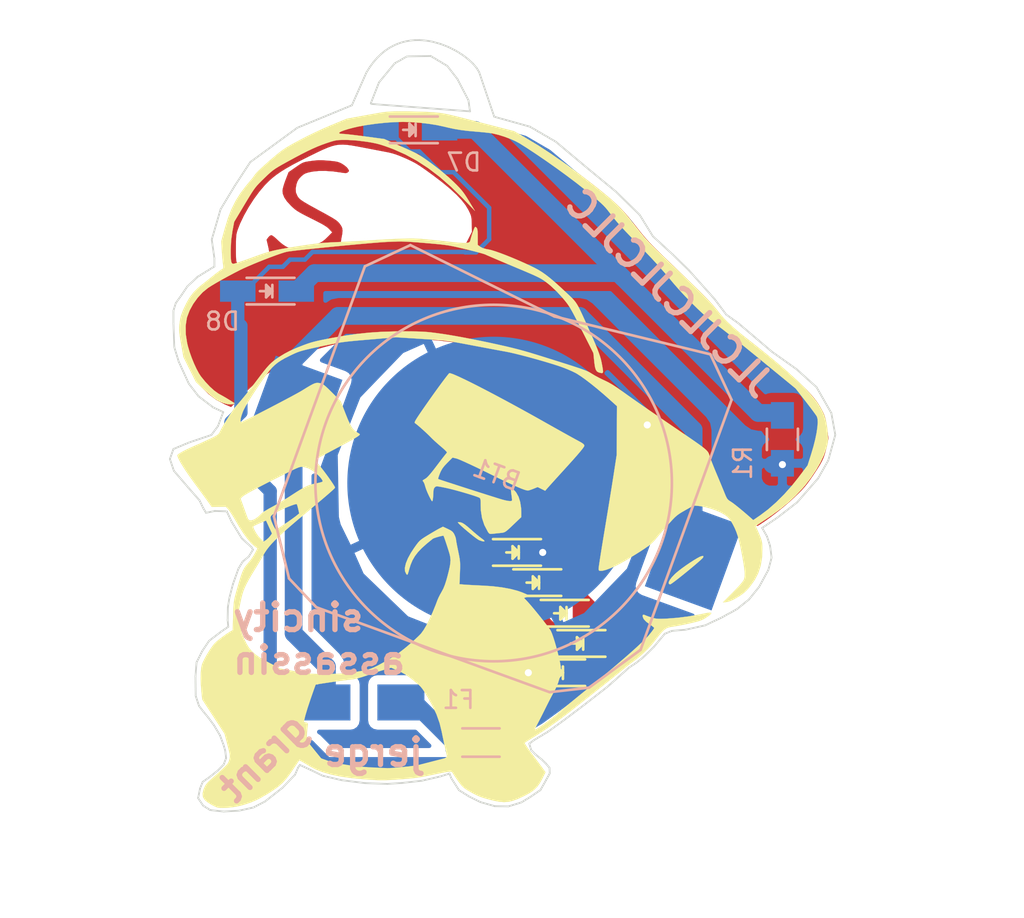
<source format=kicad_pcb>
(kicad_pcb (version 4) (host pcbnew 4.0.5+dfsg1-4)

  (general
    (links 18)
    (no_connects 0)
    (area 125 75 186.428628 128.1024)
    (thickness 1.6)
    (drawings 230)
    (tracks 84)
    (zones 0)
    (modules 14)
    (nets 6)
  )

  (page A4)
  (layers
    (0 F.Cu signal)
    (31 B.Cu signal)
    (32 B.Adhes user hide)
    (33 F.Adhes user hide)
    (34 B.Paste user hide)
    (35 F.Paste user hide)
    (36 B.SilkS user)
    (37 F.SilkS user)
    (38 B.Mask user)
    (39 F.Mask user)
    (40 Dwgs.User user hide)
    (41 Cmts.User user hide)
    (42 Eco1.User user hide)
    (43 Eco2.User user hide)
    (44 Edge.Cuts user)
    (45 Margin user hide)
    (46 B.CrtYd user hide)
    (47 F.CrtYd user hide)
    (48 B.Fab user hide)
    (49 F.Fab user hide)
  )

  (setup
    (last_trace_width 0.25)
    (user_trace_width 0.2032)
    (user_trace_width 0.25)
    (user_trace_width 0.5)
    (user_trace_width 0.75)
    (user_trace_width 1)
    (trace_clearance 0.2032)
    (zone_clearance 0.508)
    (zone_45_only no)
    (trace_min 0.2)
    (segment_width 0.2)
    (edge_width 0.15)
    (via_size 0.6)
    (via_drill 0.4)
    (via_min_size 0.4)
    (via_min_drill 0.3)
    (uvia_size 0.3)
    (uvia_drill 0.1)
    (uvias_allowed no)
    (uvia_min_size 0.2)
    (uvia_min_drill 0.1)
    (pcb_text_width 0.3)
    (pcb_text_size 1.5 1.5)
    (mod_edge_width 0.15)
    (mod_text_size 1 1)
    (mod_text_width 0.15)
    (pad_size 0.79756 0.79756)
    (pad_drill 0)
    (pad_to_mask_clearance 0.2)
    (aux_axis_origin 0 0)
    (visible_elements FFFFFF7F)
    (pcbplotparams
      (layerselection 0x010f0_80000001)
      (usegerberextensions true)
      (usegerberattributes true)
      (excludeedgelayer false)
      (linewidth 0.100000)
      (plotframeref false)
      (viasonmask false)
      (mode 1)
      (useauxorigin true)
      (hpglpennumber 1)
      (hpglpenspeed 20)
      (hpglpendiameter 15)
      (hpglpenoverlay 2)
      (psnegative false)
      (psa4output false)
      (plotreference true)
      (plotvalue false)
      (plotinvisibletext false)
      (padsonsilk false)
      (subtractmaskfromsilk false)
      (outputformat 1)
      (mirror false)
      (drillshape 0)
      (scaleselection 1)
      (outputdirectory spang_gerbers/))
  )

  (net 0 "")
  (net 1 GND)
  (net 2 "Net-(BT1-Pad1)")
  (net 3 +BATT)
  (net 4 "Net-(D7-Pad1)")
  (net 5 "Net-(D6-Pad2)")

  (net_class Default "This is the default net class."
    (clearance 0.2032)
    (trace_width 0.25)
    (via_dia 0.6)
    (via_drill 0.4)
    (uvia_dia 0.3)
    (uvia_drill 0.1)
    (add_net +BATT)
    (add_net GND)
    (add_net "Net-(BT1-Pad1)")
    (add_net "Net-(D6-Pad2)")
    (add_net "Net-(D7-Pad1)")
  )

  (module spang_badge:LOGO (layer F.Cu) (tedit 5D7B31E6) (tstamp 5D7B3452)
    (at 182.5 126.53)
    (fp_text reference G*** (at 0 0) (layer F.SilkS) hide
      (effects (font (thickness 0.3)))
    )
    (fp_text value LOGO (at 0.75 0) (layer F.SilkS) hide
      (effects (font (thickness 0.3)))
    )
    (fp_poly (pts (xy -33.933975 -45.157467) (xy -33.505869 -45.140604) (xy -33.40501 -45.135232) (xy -33.134942 -45.119492)
      (xy -32.909144 -45.103556) (xy -32.710143 -45.084802) (xy -32.520465 -45.060605) (xy -32.322636 -45.028342)
      (xy -32.099181 -44.985389) (xy -31.832627 -44.929122) (xy -31.5055 -44.856917) (xy -31.411333 -44.835873)
      (xy -31.044019 -44.750621) (xy -30.639849 -44.651621) (xy -30.225762 -44.545818) (xy -29.828702 -44.440158)
      (xy -29.475609 -44.341585) (xy -29.339474 -44.301759) (xy -29.030075 -44.208843) (xy -28.784953 -44.132382)
      (xy -28.58702 -44.065412) (xy -28.419189 -44.000968) (xy -28.264373 -43.932088) (xy -28.105484 -43.851807)
      (xy -27.925435 -43.753162) (xy -27.751974 -43.654801) (xy -27.100261 -43.265169) (xy -26.404589 -42.815971)
      (xy -25.674103 -42.313585) (xy -24.917947 -41.764386) (xy -24.145266 -41.174751) (xy -23.770166 -40.878414)
      (xy -23.391908 -40.572249) (xy -23.069679 -40.301086) (xy -22.790021 -40.051558) (xy -22.539474 -39.810298)
      (xy -22.304577 -39.56394) (xy -22.071869 -39.299117) (xy -21.827892 -39.002463) (xy -21.634636 -38.757739)
      (xy -21.435769 -38.505266) (xy -21.25708 -38.28532) (xy -21.086479 -38.084746) (xy -20.911878 -37.890391)
      (xy -20.721189 -37.689101) (xy -20.502323 -37.467722) (xy -20.243191 -37.213101) (xy -19.989817 -36.968008)
      (xy -19.546654 -36.541095) (xy -19.15996 -36.168182) (xy -18.825101 -35.844659) (xy -18.537442 -35.565919)
      (xy -18.292351 -35.327352) (xy -18.085194 -35.124349) (xy -17.911337 -34.952301) (xy -17.766146 -34.8066)
      (xy -17.644989 -34.682636) (xy -17.54323 -34.575801) (xy -17.456236 -34.481485) (xy -17.379375 -34.39508)
      (xy -17.308011 -34.311977) (xy -17.250833 -34.24365) (xy -17.09418 -34.051744) (xy -16.933109 -33.849289)
      (xy -16.788824 -33.663192) (xy -16.7005 -33.54523) (xy -16.627472 -33.450924) (xy -16.544429 -33.357519)
      (xy -16.442423 -33.257288) (xy -16.312507 -33.142506) (xy -16.145734 -33.005448) (xy -15.933156 -32.838387)
      (xy -15.665826 -32.633598) (xy -15.494 -32.503432) (xy -15.218111 -32.290726) (xy -14.895255 -32.034705)
      (xy -14.541517 -31.748561) (xy -14.172982 -31.445483) (xy -13.805734 -31.138664) (xy -13.45586 -30.841293)
      (xy -13.247093 -30.660813) (xy -12.851057 -30.313114) (xy -12.514257 -30.010853) (xy -12.229795 -29.746608)
      (xy -11.990771 -29.512956) (xy -11.790287 -29.302473) (xy -11.621442 -29.107735) (xy -11.477337 -28.921321)
      (xy -11.351073 -28.735805) (xy -11.235751 -28.543765) (xy -11.172114 -28.42825) (xy -11.094243 -28.278533)
      (xy -11.036633 -28.151127) (xy -10.993091 -28.02472) (xy -10.957424 -27.877998) (xy -10.923436 -27.689648)
      (xy -10.885451 -27.441857) (xy -10.793264 -26.818166) (xy -10.902688 -26.310166) (xy -10.954323 -26.08681)
      (xy -11.009486 -25.892213) (xy -11.075419 -25.711386) (xy -11.159366 -25.529339) (xy -11.268568 -25.331083)
      (xy -11.41027 -25.101627) (xy -11.591714 -24.825982) (xy -11.690733 -24.67923) (xy -11.855566 -24.440654)
      (xy -12.000287 -24.244272) (xy -12.141757 -24.070469) (xy -12.296838 -23.899631) (xy -12.482392 -23.712144)
      (xy -12.710768 -23.49267) (xy -13.015969 -23.21479) (xy -13.353498 -22.927141) (xy -13.706504 -22.642784)
      (xy -14.058136 -22.374777) (xy -14.391542 -22.136181) (xy -14.689872 -21.940055) (xy -14.798129 -21.874956)
      (xy -14.835709 -21.899072) (xy -14.927121 -21.977993) (xy -15.066701 -22.106289) (xy -15.248784 -22.27853)
      (xy -15.467704 -22.489284) (xy -15.717798 -22.73312) (xy -15.993399 -23.004607) (xy -16.288843 -23.298314)
      (xy -16.427962 -23.437492) (xy -17.170938 -24.178804) (xy -17.8613 -24.860327) (xy -18.50274 -25.485501)
      (xy -19.09895 -26.057768) (xy -19.653622 -26.580569) (xy -20.170448 -27.057345) (xy -20.653121 -27.491536)
      (xy -21.105332 -27.886585) (xy -21.530773 -28.245931) (xy -21.933137 -28.573015) (xy -21.967084 -28.599989)
      (xy -23.092833 -29.492812) (xy -25.632833 -30.828074) (xy -26.881666 -31.204763) (xy -27.224388 -31.30732)
      (xy -27.521613 -31.393831) (xy -27.789217 -31.468055) (xy -28.043077 -31.533748) (xy -28.299067 -31.594671)
      (xy -28.573062 -31.654582) (xy -28.88094 -31.717238) (xy -29.238575 -31.7864) (xy -29.661843 -31.865824)
      (xy -29.718 -31.876261) (xy -30.56518 -32.027198) (xy -31.347629 -32.152564) (xy -32.080767 -32.25407)
      (xy -32.780012 -32.333426) (xy -33.460785 -32.392342) (xy -34.138506 -32.432527) (xy -34.828595 -32.455692)
      (xy -34.967333 -32.458396) (xy -35.326055 -32.464205) (xy -35.618303 -32.467252) (xy -35.862249 -32.466632)
      (xy -36.076065 -32.461444) (xy -36.277923 -32.450786) (xy -36.485995 -32.433754) (xy -36.718455 -32.409445)
      (xy -36.993473 -32.376958) (xy -37.253333 -32.344848) (xy -37.605811 -32.299967) (xy -37.894886 -32.259989)
      (xy -38.14134 -32.220795) (xy -38.365956 -32.178267) (xy -38.589515 -32.128286) (xy -38.832799 -32.066734)
      (xy -39.11659 -31.989491) (xy -39.286608 -31.941887) (xy -39.607419 -31.850455) (xy -39.866548 -31.772842)
      (xy -40.084203 -31.701362) (xy -40.280593 -31.628332) (xy -40.475928 -31.546068) (xy -40.690414 -31.446885)
      (xy -40.944262 -31.323102) (xy -41.043441 -31.273889) (xy -41.781166 -30.873743) (xy -42.455299 -30.436162)
      (xy -43.083228 -29.948423) (xy -43.682341 -29.397805) (xy -43.87427 -29.202651) (xy -44.471166 -28.581469)
      (xy -44.834647 -28.739775) (xy -45.312277 -28.993244) (xy -45.743334 -29.316623) (xy -46.1266 -29.708327)
      (xy -46.460859 -30.166771) (xy -46.744893 -30.690372) (xy -46.977485 -31.277545) (xy -47.098924 -31.6865)
      (xy -47.160804 -31.931548) (xy -47.202137 -32.126729) (xy -47.226981 -32.30319) (xy -47.239391 -32.492077)
      (xy -47.243427 -32.724535) (xy -47.243606 -32.797165) (xy -47.244 -33.357497) (xy -46.986918 -34.001386)
      (xy -46.892201 -34.233638) (xy -46.799758 -34.451446) (xy -46.71756 -34.636647) (xy -46.653579 -34.771077)
      (xy -46.628987 -34.816887) (xy -46.427633 -35.109477) (xy -46.180442 -35.372801) (xy -45.872621 -35.621296)
      (xy -45.653526 -35.768737) (xy -45.462882 -35.892256) (xy -45.284464 -36.012186) (xy -45.138091 -36.114933)
      (xy -45.043585 -36.186904) (xy -45.042666 -36.187677) (xy -44.8945 -36.312716) (xy -44.890682 -37.195775)
      (xy -44.889216 -37.535145) (xy -44.201355 -37.535145) (xy -44.200664 -37.259087) (xy -44.197328 -37.055063)
      (xy -44.190254 -36.910454) (xy -44.178348 -36.81264) (xy -44.160519 -36.749002) (xy -44.135672 -36.706923)
      (xy -44.128935 -36.699061) (xy -44.063299 -36.638014) (xy -44.025976 -36.618333) (xy -43.978902 -36.632203)
      (xy -43.86463 -36.670937) (xy -43.695443 -36.730219) (xy -43.483623 -36.805733) (xy -43.241452 -36.893165)
      (xy -43.175287 -36.917224) (xy -42.926898 -37.008559) (xy -42.705718 -37.091568) (xy -42.52409 -37.161481)
      (xy -42.394357 -37.21353) (xy -42.328863 -37.242943) (xy -42.323957 -37.246217) (xy -42.319492 -37.298193)
      (xy -42.333368 -37.411797) (xy -42.362711 -37.566692) (xy -42.38033 -37.645021) (xy -42.467245 -38.013723)
      (xy -42.37624 -38.141528) (xy -42.295045 -38.226325) (xy -42.214007 -38.268344) (xy -42.203097 -38.269333)
      (xy -42.137474 -38.240679) (xy -42.032824 -38.164193) (xy -41.907731 -38.054088) (xy -41.85673 -38.004416)
      (xy -41.705065 -37.865527) (xy -41.542175 -37.737093) (xy -41.398718 -37.642911) (xy -41.373966 -37.629729)
      (xy -41.302393 -37.59471) (xy -41.237099 -37.56871) (xy -41.16722 -37.552272) (xy -41.081892 -37.545939)
      (xy -40.970252 -37.550255) (xy -40.821433 -37.565762) (xy -40.624573 -37.593004) (xy -40.368808 -37.632525)
      (xy -40.043273 -37.684866) (xy -39.9415 -37.701349) (xy -39.699877 -37.748853) (xy -39.506104 -37.811437)
      (xy -39.336291 -37.902129) (xy -39.166547 -38.033953) (xy -38.972982 -38.219937) (xy -38.953082 -38.240284)
      (xy -38.768998 -38.429197) (xy -38.929991 -38.607397) (xy -39.003408 -38.678357) (xy -39.102468 -38.753528)
      (xy -39.237623 -38.839136) (xy -39.419326 -38.941402) (xy -39.658027 -39.066552) (xy -39.939575 -39.208555)
      (xy -40.22294 -39.350808) (xy -40.443266 -39.464821) (xy -40.613867 -39.558943) (xy -40.748053 -39.641525)
      (xy -40.859139 -39.720917) (xy -40.960436 -39.805471) (xy -41.065257 -39.903535) (xy -41.097175 -39.934673)
      (xy -41.319994 -40.17671) (xy -41.469586 -40.396551) (xy -41.551277 -40.603584) (xy -41.571333 -40.77037)
      (xy -41.556063 -40.876442) (xy -41.514773 -41.036619) (xy -41.454247 -41.226951) (xy -41.399444 -41.377321)
      (xy -41.227555 -41.822331) (xy -40.820076 -42.10446) (xy -40.644018 -42.225067) (xy -40.512688 -42.307369)
      (xy -40.401303 -42.361394) (xy -40.285079 -42.397174) (xy -40.13923 -42.424738) (xy -39.965382 -42.450351)
      (xy -39.737978 -42.478633) (xy -39.537876 -42.491993) (xy -39.332203 -42.490992) (xy -39.088086 -42.476191)
      (xy -38.979776 -42.467185) (xy -38.74597 -42.444902) (xy -38.575745 -42.422347) (xy -38.44814 -42.394682)
      (xy -38.342192 -42.35707) (xy -38.23694 -42.304676) (xy -38.20968 -42.289492) (xy -38.069126 -42.196157)
      (xy -37.948433 -42.09187) (xy -37.891161 -42.023779) (xy -37.836955 -41.933757) (xy -37.828389 -41.882699)
      (xy -37.864705 -41.838751) (xy -37.886327 -41.820448) (xy -37.938275 -41.786485) (xy -38.00285 -41.772775)
      (xy -38.102679 -41.778508) (xy -38.260389 -41.802871) (xy -38.280356 -41.806326) (xy -38.719996 -41.867086)
      (xy -39.146126 -41.896121) (xy -39.53889 -41.892987) (xy -39.878437 -41.857244) (xy -39.950765 -41.843563)
      (xy -40.139732 -41.80046) (xy -40.27202 -41.75759) (xy -40.37467 -41.702542) (xy -40.474719 -41.622906)
      (xy -40.518223 -41.58311) (xy -40.649139 -41.44349) (xy -40.732447 -41.300866) (xy -40.785952 -41.143815)
      (xy -40.833396 -40.889697) (xy -40.816703 -40.673639) (xy -40.732984 -40.475241) (xy -40.680032 -40.39619)
      (xy -40.630012 -40.338) (xy -40.55907 -40.27531) (xy -40.458379 -40.202563) (xy -40.319111 -40.114204)
      (xy -40.132438 -40.004674) (xy -39.889533 -39.868416) (xy -39.581569 -39.699874) (xy -39.526006 -39.669724)
      (xy -39.216314 -39.501097) (xy -38.971971 -39.365778) (xy -38.783427 -39.257591) (xy -38.641133 -39.170364)
      (xy -38.53554 -39.097921) (xy -38.457098 -39.034089) (xy -38.396258 -38.972694) (xy -38.343471 -38.907561)
      (xy -38.339972 -38.902892) (xy -38.253489 -38.773959) (xy -38.203954 -38.655502) (xy -38.188336 -38.524206)
      (xy -38.203605 -38.35676) (xy -38.242229 -38.1512) (xy -38.2673 -38.012886) (xy -38.27814 -37.912397)
      (xy -38.273096 -37.873021) (xy -38.226964 -37.872461) (xy -38.104831 -37.875584) (xy -37.915266 -37.882053)
      (xy -37.66684 -37.891531) (xy -37.368122 -37.903682) (xy -37.027682 -37.91817) (xy -36.654091 -37.934658)
      (xy -36.337839 -37.949028) (xy -35.62574 -37.97858) (xy -34.988256 -37.997829) (xy -34.415936 -38.006528)
      (xy -33.899329 -38.004431) (xy -33.428984 -37.991293) (xy -32.995449 -37.966868) (xy -32.589273 -37.93091)
      (xy -32.201004 -37.883173) (xy -31.877 -37.832983) (xy -31.660862 -37.79684) (xy -31.477278 -37.76693)
      (xy -31.340993 -37.745593) (xy -31.266749 -37.735167) (xy -31.257504 -37.734664) (xy -31.237274 -37.772214)
      (xy -31.187538 -37.868631) (xy -31.116894 -38.007174) (xy -31.069848 -38.1) (xy -30.887853 -38.459833)
      (xy -30.8992 -38.901776) (xy -30.90605 -39.104749) (xy -30.918891 -39.251772) (xy -30.944682 -39.371555)
      (xy -30.990382 -39.492808) (xy -31.062952 -39.644243) (xy -31.094174 -39.70611) (xy -31.255247 -39.972411)
      (xy -31.478557 -40.256338) (xy -31.767157 -40.560849) (xy -32.124099 -40.888901) (xy -32.552437 -41.243454)
      (xy -33.055225 -41.627466) (xy -33.146092 -41.694259) (xy -33.428104 -41.899212) (xy -33.657589 -42.061943)
      (xy -33.849381 -42.191527) (xy -34.018311 -42.297039) (xy -34.179212 -42.387551) (xy -34.346917 -42.47214)
      (xy -34.536258 -42.559878) (xy -34.627759 -42.600718) (xy -34.916617 -42.724412) (xy -35.157445 -42.816257)
      (xy -35.376542 -42.884949) (xy -35.600203 -42.939185) (xy -35.729333 -42.964994) (xy -35.943486 -43.005597)
      (xy -36.213088 -43.056987) (xy -36.510462 -43.113874) (xy -36.807932 -43.170968) (xy -36.957 -43.199663)
      (xy -37.330747 -43.270916) (xy -37.645643 -43.3262) (xy -37.914744 -43.363432) (xy -38.151108 -43.38053)
      (xy -38.367791 -43.375412) (xy -38.577851 -43.345995) (xy -38.794344 -43.290196) (xy -39.030328 -43.205933)
      (xy -39.29886 -43.091123) (xy -39.612997 -42.943685) (xy -39.985795 -42.761535) (xy -40.120574 -42.695102)
      (xy -40.596625 -42.456229) (xy -41.003711 -42.242043) (xy -41.351617 -42.04614) (xy -41.650131 -41.862117)
      (xy -41.909039 -41.683571) (xy -42.138127 -41.504098) (xy -42.347182 -41.317295) (xy -42.54599 -41.116759)
      (xy -42.566726 -41.094585) (xy -42.882137 -40.724151) (xy -43.192647 -40.301063) (xy -43.485152 -39.846771)
      (xy -43.746554 -39.382723) (xy -43.963752 -38.930367) (xy -44.098429 -38.586833) (xy -44.135795 -38.471755)
      (xy -44.162849 -38.364824) (xy -44.181245 -38.249124) (xy -44.19264 -38.107741) (xy -44.198689 -37.923762)
      (xy -44.201046 -37.680273) (xy -44.201355 -37.535145) (xy -44.889216 -37.535145) (xy -44.886865 -38.078833)
      (xy -44.660399 -38.777333) (xy -44.580851 -39.0186) (xy -44.511141 -39.215702) (xy -44.442492 -39.387231)
      (xy -44.366129 -39.55178) (xy -44.273278 -39.72794) (xy -44.155164 -39.934304) (xy -44.003011 -40.189463)
      (xy -43.961074 -40.259) (xy -43.741369 -40.622237) (xy -43.558137 -40.922275) (xy -43.40433 -41.16854)
      (xy -43.272901 -41.370457) (xy -43.156802 -41.537451) (xy -43.048985 -41.67895) (xy -42.942403 -41.804378)
      (xy -42.830008 -41.923162) (xy -42.704752 -42.044726) (xy -42.559588 -42.178497) (xy -42.455469 -42.272626)
      (xy -42.250237 -42.454377) (xy -42.064494 -42.610061) (xy -41.881359 -42.751916) (xy -41.683949 -42.892179)
      (xy -41.455385 -43.043088) (xy -41.178784 -43.216879) (xy -41.008761 -43.321336) (xy -40.74786 -43.480062)
      (xy -40.530228 -43.609525) (xy -40.340168 -43.717325) (xy -40.161982 -43.81106) (xy -39.97997 -43.898329)
      (xy -39.778436 -43.986729) (xy -39.541681 -44.08386) (xy -39.254007 -44.197321) (xy -38.976761 -44.304912)
      (xy -38.622562 -44.440993) (xy -38.33068 -44.550281) (xy -38.084991 -44.637842) (xy -37.869371 -44.708743)
      (xy -37.667694 -44.768051) (xy -37.463836 -44.820834) (xy -37.241672 -44.87216) (xy -37.0205 -44.919664)
      (xy -36.736723 -44.977863) (xy -36.496757 -45.02264) (xy -36.278596 -45.056681) (xy -36.060236 -45.082671)
      (xy -35.819672 -45.103296) (xy -35.534896 -45.121241) (xy -35.24651 -45.136155) (xy -34.770388 -45.155226)
      (xy -34.344179 -45.162336) (xy -33.933975 -45.157467)) (layer F.Cu) (width 0.01))
  )

  (module LOGO (layer F.Cu) (tedit 0) (tstamp 0)
    (at 182.4736 126.3904)
    (fp_text reference G*** (at 0 0) (layer F.SilkS) hide
      (effects (font (thickness 0.3)))
    )
    (fp_text value LOGO (at 0.75 0) (layer F.SilkS) hide
      (effects (font (thickness 0.3)))
    )
    (fp_poly (pts (xy -41.148 -42.18714) (xy -41.170398 -42.145738) (xy -41.229689 -42.053438) (xy -41.314023 -41.928567)
      (xy -41.33275 -41.901445) (xy -41.429504 -41.758797) (xy -41.511979 -41.631815) (xy -41.56367 -41.545972)
      (xy -41.566463 -41.540722) (xy -41.620396 -41.392704) (xy -41.664039 -41.188609) (xy -41.692641 -40.956847)
      (xy -41.701525 -40.733005) (xy -41.685132 -40.54029) (xy -41.633128 -40.369524) (xy -41.535969 -40.204083)
      (xy -41.384113 -40.027341) (xy -41.190625 -39.842922) (xy -41.070855 -39.740344) (xy -40.947679 -39.648034)
      (xy -40.806445 -39.557251) (xy -40.632497 -39.45925) (xy -40.411182 -39.345289) (xy -40.127847 -39.206626)
      (xy -40.108574 -39.197339) (xy -39.870962 -39.083646) (xy -39.659104 -38.983662) (xy -39.484863 -38.90287)
      (xy -39.360096 -38.846755) (xy -39.296665 -38.8208) (xy -39.291791 -38.819666) (xy -39.25242 -38.787854)
      (xy -39.185564 -38.708509) (xy -39.108808 -38.60577) (xy -39.03974 -38.503777) (xy -38.995948 -38.426667)
      (xy -38.989 -38.404087) (xy -39.017242 -38.360378) (xy -39.091132 -38.27725) (xy -39.190083 -38.177228)
      (xy -39.296263 -38.081965) (xy -39.401165 -38.010211) (xy -39.528505 -37.949687) (xy -39.701995 -37.888111)
      (xy -39.819627 -37.851199) (xy -40.20832 -37.753281) (xy -40.630963 -37.683672) (xy -40.75096 -37.670323)
      (xy -40.976042 -37.649879) (xy -41.140068 -37.640968) (xy -41.265958 -37.644319) (xy -41.376632 -37.660661)
      (xy -41.49501 -37.690725) (xy -41.507833 -37.694421) (xy -41.646339 -37.741506) (xy -41.758457 -37.801418)
      (xy -41.869888 -37.891655) (xy -42.006334 -38.029717) (xy -42.016909 -38.041007) (xy -42.140124 -38.170939)
      (xy -42.223291 -38.248563) (xy -42.28371 -38.283854) (xy -42.338684 -38.286788) (xy -42.405515 -38.267341)
      (xy -42.40798 -38.266483) (xy -42.535723 -38.182067) (xy -42.60276 -38.041001) (xy -42.60824 -37.846513)
      (xy -42.568366 -37.6568) (xy -42.526343 -37.491061) (xy -42.520821 -37.382324) (xy -42.556926 -37.308957)
      (xy -42.639787 -37.249322) (xy -42.668579 -37.233936) (xy -42.760598 -37.19272) (xy -42.908539 -37.133586)
      (xy -43.096159 -37.062326) (xy -43.307216 -36.984731) (xy -43.525468 -36.906593) (xy -43.73467 -36.833704)
      (xy -43.918582 -36.771854) (xy -44.060961 -36.726837) (xy -44.145563 -36.704443) (xy -44.157575 -36.703)
      (xy -44.1827 -36.712508) (xy -44.202148 -36.748422) (xy -44.217354 -36.821829) (xy -44.229756 -36.943814)
      (xy -44.240787 -37.125463) (xy -44.251884 -37.377862) (xy -44.25488 -37.454416) (xy -44.283812 -38.205833)
      (xy -44.137712 -38.63726) (xy -43.919162 -39.178089) (xy -43.628857 -39.729941) (xy -43.275828 -40.278487)
      (xy -42.869102 -40.8094) (xy -42.523833 -41.198418) (xy -42.325009 -41.400047) (xy -42.142997 -41.562328)
      (xy -41.949024 -41.708358) (xy -41.714318 -41.861231) (xy -41.645416 -41.903523) (xy -41.465483 -42.011721)
      (xy -41.314542 -42.10001) (xy -41.205574 -42.160988) (xy -41.151559 -42.187255) (xy -41.148 -42.18714)) (layer F.Mask) (width 0.01))
    (fp_poly (pts (xy -38.098214 -43.35323) (xy -37.851885 -43.332576) (xy -37.562581 -43.292657) (xy -37.218598 -43.233206)
      (xy -36.808233 -43.153957) (xy -36.644683 -43.121074) (xy -36.303851 -43.05159) (xy -36.030521 -42.993939)
      (xy -35.80912 -42.943608) (xy -35.624077 -42.896082) (xy -35.45982 -42.846848) (xy -35.300777 -42.791391)
      (xy -35.131375 -42.725197) (xy -34.936044 -42.643753) (xy -34.804461 -42.587631) (xy -34.574876 -42.488284)
      (xy -34.385861 -42.402442) (xy -34.221751 -42.320861) (xy -34.066884 -42.234294) (xy -33.905593 -42.133497)
      (xy -33.722216 -42.009225) (xy -33.501088 -41.852233) (xy -33.248798 -41.669466) (xy -32.738345 -41.285332)
      (xy -32.301695 -40.928536) (xy -31.934205 -40.594568) (xy -31.631228 -40.278918) (xy -31.388121 -39.977075)
      (xy -31.200238 -39.68453) (xy -31.195202 -39.675483) (xy -31.064017 -39.425168) (xy -30.979283 -39.219458)
      (xy -30.937854 -39.034339) (xy -30.936586 -38.845798) (xy -30.972331 -38.629819) (xy -31.029151 -38.407863)
      (xy -31.084189 -38.220963) (xy -31.136746 -38.061158) (xy -31.179953 -37.948357) (xy -31.202165 -37.90649)
      (xy -31.273352 -37.873939) (xy -31.408088 -37.855099) (xy -31.586404 -37.849785) (xy -31.788329 -37.857807)
      (xy -31.993895 -37.87898) (xy -32.183133 -37.913114) (xy -32.1945 -37.915803) (xy -32.308373 -37.935125)
      (xy -32.491603 -37.956527) (xy -32.728947 -37.978671) (xy -33.005165 -38.000219) (xy -33.305015 -38.019833)
      (xy -33.506833 -38.030987) (xy -33.850126 -38.047066) (xy -34.158913 -38.057789) (xy -34.45247 -38.06312)
      (xy -34.750074 -38.063022) (xy -35.071004 -38.057459) (xy -35.434537 -38.046395) (xy -35.859949 -38.029791)
      (xy -35.941 -38.026365) (xy -36.301285 -38.011407) (xy -36.658375 -37.997334) (xy -36.997094 -37.984688)
      (xy -37.302262 -37.974013) (xy -37.558701 -37.965852) (xy -37.751232 -37.960748) (xy -37.802236 -37.959759)
      (xy -38.287639 -37.951833) (xy -38.28907 -38.354) (xy -38.291915 -38.547994) (xy -38.301971 -38.680855)
      (xy -38.323997 -38.776082) (xy -38.362754 -38.857173) (xy -38.403729 -38.920053) (xy -38.501781 -39.025474)
      (xy -38.664507 -39.149659) (xy -38.895172 -39.294564) (xy -39.197041 -39.462146) (xy -39.573378 -39.654359)
      (xy -39.870776 -39.798835) (xy -40.215319 -39.975747) (xy -40.484262 -40.142725) (xy -40.685139 -40.305863)
      (xy -40.825485 -40.471256) (xy -40.91114 -40.640235) (xy -40.963143 -40.897769) (xy -40.934516 -41.144252)
      (xy -40.829237 -41.371759) (xy -40.651285 -41.572361) (xy -40.404638 -41.738132) (xy -40.345438 -41.767333)
      (xy -40.099862 -41.855369) (xy -39.816947 -41.904865) (xy -39.486553 -41.916271) (xy -39.098545 -41.890037)
      (xy -38.721787 -41.839418) (xy -38.493258 -41.806064) (xy -38.287456 -41.781103) (xy -38.122119 -41.76631)
      (xy -38.014983 -41.763464) (xy -37.991537 -41.766276) (xy -37.907526 -41.817012) (xy -37.892069 -41.903328)
      (xy -37.94168 -42.016323) (xy -38.052871 -42.147096) (xy -38.184666 -42.259177) (xy -38.259487 -42.313485)
      (xy -38.329001 -42.353933) (xy -38.408944 -42.384442) (xy -38.515057 -42.408931) (xy -38.663077 -42.431322)
      (xy -38.868744 -42.455534) (xy -39.0525 -42.475353) (xy -39.314767 -42.501588) (xy -39.577348 -42.524886)
      (xy -39.815436 -42.543242) (xy -40.004222 -42.554651) (xy -40.060718 -42.55683) (xy -40.391603 -42.566166)
      (xy -39.976051 -42.785736) (xy -39.749103 -42.898213) (xy -39.483437 -43.018623) (xy -39.220764 -43.128452)
      (xy -39.094833 -43.176849) (xy -38.887836 -43.248524) (xy -38.696378 -43.302266) (xy -38.508758 -43.337809)
      (xy -38.313271 -43.354886) (xy -38.098214 -43.35323)) (layer F.Mask) (width 0.01))
  )

  (module LOGO (layer F.Cu) (tedit 5D5F83C0) (tstamp 0)
    (at 182.372 126.492)
    (fp_text reference G*** (at 0 0) (layer F.SilkS) hide
      (effects (font (thickness 0.3)))
    )
    (fp_text value LOGO (at 0.75 0) (layer F.SilkS) hide
      (effects (font (thickness 0.3)))
    )
    (fp_poly (pts (xy -34.307824 -45.209762) (xy -33.955665 -45.203099) (xy -33.606603 -45.19294) (xy -33.288344 -45.180085)
      (xy -33.041166 -45.166196) (xy -32.883616 -45.155077) (xy -32.743019 -45.143435) (xy -32.61017 -45.12934)
      (xy -32.475862 -45.110863) (xy -32.330889 -45.086076) (xy -32.166045 -45.053048) (xy -31.972122 -45.00985)
      (xy -31.739915 -44.954554) (xy -31.460216 -44.88523) (xy -31.123821 -44.799949) (xy -30.721522 -44.696781)
      (xy -30.374166 -44.607321) (xy -28.3845 -44.094511) (xy -27.7495 -43.73004) (xy -27.024443 -43.29302)
      (xy -26.252018 -42.787172) (xy -25.4332 -42.213176) (xy -24.568965 -41.571712) (xy -23.833987 -41.001298)
      (xy -23.475134 -40.715752) (xy -23.172972 -40.469779) (xy -22.91625 -40.252433) (xy -22.693719 -40.052765)
      (xy -22.494127 -39.859828) (xy -22.306225 -39.662675) (xy -22.118761 -39.450358) (xy -21.920486 -39.21193)
      (xy -21.700148 -38.936443) (xy -21.661101 -38.886933) (xy -21.484126 -38.66227) (xy -21.332585 -38.471084)
      (xy -21.198853 -38.305272) (xy -21.075301 -38.15673) (xy -20.954302 -38.017356) (xy -20.828228 -37.879048)
      (xy -20.689453 -37.733702) (xy -20.53035 -37.573215) (xy -20.343289 -37.389484) (xy -20.120646 -37.174408)
      (xy -19.854791 -36.919882) (xy -19.538099 -36.617803) (xy -19.41194 -36.497536) (xy -18.976939 -36.082082)
      (xy -18.598595 -35.718931) (xy -18.271599 -35.402692) (xy -17.990644 -35.127971) (xy -17.750421 -34.889374)
      (xy -17.545624 -34.68151) (xy -17.370943 -34.498986) (xy -17.221072 -34.336408) (xy -17.090702 -34.188384)
      (xy -16.974527 -34.04952) (xy -16.867237 -33.914425) (xy -16.858654 -33.903328) (xy -16.711308 -33.7205)
      (xy -16.552422 -33.540881) (xy -16.373965 -33.357177) (xy -16.167906 -33.162094) (xy -15.926213 -32.948336)
      (xy -15.640855 -32.70861) (xy -15.3038 -32.435621) (xy -14.907017 -32.122075) (xy -14.837833 -32.067954)
      (xy -14.122396 -31.499765) (xy -13.481218 -30.97122) (xy -12.91393 -30.481974) (xy -12.420164 -30.031683)
      (xy -11.999551 -29.620003) (xy -11.651721 -29.246589) (xy -11.376306 -28.911097) (xy -11.226006 -28.698018)
      (xy -11.034504 -28.37472) (xy -10.894416 -28.064097) (xy -10.797205 -27.740035) (xy -10.734337 -27.376418)
      (xy -10.708461 -27.1145) (xy -10.692682 -26.892574) (xy -10.686874 -26.728803) (xy -10.693063 -26.597046)
      (xy -10.713273 -26.471165) (xy -10.749531 -26.325021) (xy -10.77734 -26.2255) (xy -10.913523 -25.842264)
      (xy -11.110433 -25.426646) (xy -11.358885 -24.994021) (xy -11.649693 -24.559762) (xy -11.973671 -24.139243)
      (xy -12.140035 -23.944792) (xy -12.521848 -23.538694) (xy -12.922523 -23.163855) (xy -13.360414 -22.804643)
      (xy -13.853879 -22.445427) (xy -14.083724 -22.289731) (xy -14.768947 -21.834235) (xy -14.662216 -21.595701)
      (xy -14.557104 -21.356239) (xy -14.483277 -21.172122) (xy -14.435094 -21.022505) (xy -14.406909 -20.886546)
      (xy -14.393078 -20.743399) (xy -14.388119 -20.583417) (xy -14.407092 -20.066269) (xy -14.483113 -19.602947)
      (xy -14.620206 -19.181273) (xy -14.822392 -18.789069) (xy -15.093695 -18.414155) (xy -15.111842 -18.39244)
      (xy -15.279901 -18.204313) (xy -15.438929 -18.057158) (xy -15.620385 -17.924405) (xy -15.795299 -17.815213)
      (xy -16.033528 -17.681986) (xy -16.223243 -17.597457) (xy -16.379943 -17.55491) (xy -16.404166 -17.5514)
      (xy -16.615833 -17.524753) (xy -16.05655 -18.086293) (xy -15.83656 -18.312781) (xy -15.656475 -18.509721)
      (xy -15.523232 -18.669096) (xy -15.443767 -18.782889) (xy -15.429951 -18.810447) (xy -15.399177 -18.912316)
      (xy -15.384143 -19.039272) (xy -15.385645 -19.201466) (xy -15.404477 -19.409051) (xy -15.441436 -19.672177)
      (xy -15.497318 -20.000995) (xy -15.542424 -20.245533) (xy -15.621802 -20.6464) (xy -15.697041 -20.978347)
      (xy -15.772786 -21.256662) (xy -15.853683 -21.496633) (xy -15.944378 -21.713549) (xy -16.049517 -21.922699)
      (xy -16.05535 -21.933435) (xy -16.160589 -22.116647) (xy -16.253153 -22.247423) (xy -16.354453 -22.350832)
      (xy -16.485903 -22.451938) (xy -16.516455 -22.473234) (xy -16.729221 -22.594962) (xy -17.000316 -22.712946)
      (xy -17.303552 -22.818401) (xy -17.61274 -22.902543) (xy -17.901694 -22.956586) (xy -17.985674 -22.966094)
      (xy -18.266833 -22.991743) (xy -18.74944 -22.71871) (xy -18.934903 -22.611887) (xy -19.080309 -22.520733)
      (xy -19.203119 -22.430578) (xy -19.320789 -22.326749) (xy -19.450779 -22.194577) (xy -19.610547 -22.01939)
      (xy -19.696832 -21.922589) (xy -19.876299 -21.718967) (xy -20.057324 -21.510719) (xy -20.222955 -21.317533)
      (xy -20.35624 -21.159101) (xy -20.399558 -21.106351) (xy -20.48956 -21.001545) (xy -20.588212 -20.90118)
      (xy -20.704079 -20.799116) (xy -20.845726 -20.689212) (xy -21.021717 -20.56533) (xy -21.240618 -20.421327)
      (xy -21.510993 -20.251065) (xy -21.841408 -20.048402) (xy -22.060093 -19.915912) (xy -22.374959 -19.735458)
      (xy -22.679085 -19.57944) (xy -22.95981 -19.453286) (xy -23.204471 -19.362424) (xy -23.400402 -19.312284)
      (xy -23.487485 -19.304) (xy -23.580885 -19.313016) (xy -23.616785 -19.357036) (xy -23.622 -19.43261)
      (xy -23.615164 -19.499337) (xy -23.59557 -19.640815) (xy -23.564587 -19.848314) (xy -23.523583 -20.113105)
      (xy -23.473929 -20.426458) (xy -23.416993 -20.779643) (xy -23.354145 -21.163932) (xy -23.286754 -21.570596)
      (xy -23.285014 -21.581026) (xy -23.209654 -22.034655) (xy -23.132162 -22.504684) (xy -23.055005 -22.975905)
      (xy -22.980652 -23.43311) (xy -22.91157 -23.86109) (xy -22.850228 -24.244639) (xy -22.799094 -24.568547)
      (xy -22.775533 -24.720195) (xy -22.603038 -25.839557) (xy -22.593936 -27.215193) (xy -22.584833 -28.590829)
      (xy -23.029333 -28.990666) (xy -23.372634 -29.292853) (xy -23.713228 -29.580213) (xy -24.040509 -29.844474)
      (xy -24.343872 -30.077363) (xy -24.612713 -30.27061) (xy -24.836426 -30.415942) (xy -24.913344 -30.460141)
      (xy -25.094378 -30.549791) (xy -25.325907 -30.651439) (xy -25.577467 -30.752288) (xy -25.807237 -30.835689)
      (xy -26.110103 -30.934745) (xy -26.459301 -31.042312) (xy -26.83887 -31.154034) (xy -27.232845 -31.265556)
      (xy -27.625264 -31.372522) (xy -28.000162 -31.470576) (xy -28.341578 -31.555362) (xy -28.633547 -31.622526)
      (xy -28.850166 -31.665968) (xy -29.018053 -31.696261) (xy -29.254434 -31.739747) (xy -29.544648 -31.793685)
      (xy -29.874036 -31.855336) (xy -30.227938 -31.921959) (xy -30.591693 -31.990816) (xy -30.776333 -32.025921)
      (xy -31.162418 -32.099156) (xy -31.482305 -32.158493) (xy -31.75293 -32.206081) (xy -31.991228 -32.244066)
      (xy -32.214135 -32.274595) (xy -32.438586 -32.299816) (xy -32.681516 -32.321876) (xy -32.959861 -32.342922)
      (xy -33.290556 -32.3651) (xy -33.614531 -32.385756) (xy -35.034563 -32.475534) (xy -36.577865 -32.345591)
      (xy -36.985238 -32.311022) (xy -37.322933 -32.281214) (xy -37.605658 -32.254076) (xy -37.848124 -32.227517)
      (xy -38.06504 -32.199447) (xy -38.271116 -32.167774) (xy -38.481063 -32.130408) (xy -38.70959 -32.085257)
      (xy -38.971407 -32.030231) (xy -39.281224 -31.963239) (xy -39.3065 -31.95774) (xy -39.653726 -31.881847)
      (xy -39.931488 -31.819617) (xy -40.153116 -31.767002) (xy -40.331939 -31.719953) (xy -40.481288 -31.674423)
      (xy -40.614491 -31.626362) (xy -40.744878 -31.571723) (xy -40.88578 -31.506458) (xy -41.042166 -31.430607)
      (xy -41.293084 -31.303792) (xy -41.507915 -31.183292) (xy -41.696363 -31.059545) (xy -41.868127 -30.922992)
      (xy -42.03291 -30.764071) (xy -42.200413 -30.573223) (xy -42.380337 -30.340886) (xy -42.582383 -30.057499)
      (xy -42.816253 -29.713503) (xy -42.877512 -29.621889) (xy -43.147547 -29.210183) (xy -43.364686 -28.863794)
      (xy -43.529246 -28.58219) (xy -43.641546 -28.364836) (xy -43.674306 -28.289862) (xy -43.747408 -28.088667)
      (xy -43.795522 -27.91439) (xy -43.816149 -27.780871) (xy -43.806791 -27.701948) (xy -43.78325 -27.686484)
      (xy -43.731143 -27.705854) (xy -43.613628 -27.760252) (xy -43.439997 -27.844855) (xy -43.219542 -27.95484)
      (xy -42.961558 -28.085383) (xy -42.675336 -28.231662) (xy -42.37017 -28.388852) (xy -42.055352 -28.552132)
      (xy -41.740175 -28.716678) (xy -41.433932 -28.877666) (xy -41.145915 -29.030273) (xy -40.885419 -29.169677)
      (xy -40.661735 -29.291054) (xy -40.484156 -29.389581) (xy -40.361976 -29.460435) (xy -40.343666 -29.471697)
      (xy -40.090423 -29.628859) (xy -39.895835 -29.745137) (xy -39.747536 -29.825729) (xy -39.633157 -29.875839)
      (xy -39.540329 -29.900666) (xy -39.456686 -29.905412) (xy -39.369857 -29.895278) (xy -39.346405 -29.891066)
      (xy -39.266077 -29.871749) (xy -39.190736 -29.84002) (xy -39.108106 -29.786497) (xy -39.005906 -29.701799)
      (xy -38.871857 -29.576546) (xy -38.693682 -29.401356) (xy -38.655068 -29.362889) (xy -38.162798 -28.871901)
      (xy -37.893741 -28.17691) (xy -37.769592 -27.866458) (xy -37.662735 -27.625681) (xy -37.566112 -27.443165)
      (xy -37.472668 -27.307497) (xy -37.375344 -27.20726) (xy -37.267084 -27.131042) (xy -37.236505 -27.113876)
      (xy -37.141223 -27.056795) (xy -37.088019 -27.013722) (xy -37.084 -27.005601) (xy -37.096658 -26.975237)
      (xy -37.138957 -26.933682) (xy -37.217379 -26.877075) (xy -37.338407 -26.801554) (xy -37.508527 -26.703257)
      (xy -37.73422 -26.578321) (xy -38.021971 -26.422886) (xy -38.378264 -26.233089) (xy -38.402696 -26.220136)
      (xy -38.690323 -26.067241) (xy -38.953865 -25.926319) (xy -39.183984 -25.802429) (xy -39.371346 -25.700628)
      (xy -39.506615 -25.625974) (xy -39.580454 -25.583523) (xy -39.591091 -25.576336) (xy -39.57833 -25.533783)
      (xy -39.519348 -25.443346) (xy -39.424616 -25.320026) (xy -39.349147 -25.229708) (xy -39.238645 -25.095324)
      (xy -39.109612 -24.928925) (xy -38.971642 -24.744049) (xy -38.834331 -24.55423) (xy -38.707274 -24.373003)
      (xy -38.600066 -24.213903) (xy -38.522302 -24.090467) (xy -38.483579 -24.016228) (xy -38.481 -24.005096)
      (xy -38.492953 -23.981454) (xy -38.531775 -23.937471) (xy -38.601907 -23.869279) (xy -38.707791 -23.773011)
      (xy -38.853868 -23.6448) (xy -39.044579 -23.480777) (xy -39.284367 -23.277075) (xy -39.577673 -23.029827)
      (xy -39.928938 -22.735164) (xy -40.1955 -22.512149) (xy -40.637629 -22.14002) (xy -41.018243 -21.813683)
      (xy -41.34307 -21.527484) (xy -41.617838 -21.275768) (xy -41.848275 -21.052879) (xy -42.040108 -20.853161)
      (xy -42.199064 -20.670961) (xy -42.330872 -20.500623) (xy -42.441259 -20.33649) (xy -42.501471 -20.235333)
      (xy -42.626331 -20.018951) (xy -42.773192 -19.769653) (xy -42.919079 -19.526254) (xy -42.990435 -19.409195)
      (xy -43.19417 -19.073039) (xy -43.356611 -18.792249) (xy -43.484299 -18.55233) (xy -43.583771 -18.33879)
      (xy -43.661567 -18.137132) (xy -43.724225 -17.932864) (xy -43.778286 -17.71149) (xy -43.798152 -17.618825)
      (xy -43.915454 -17.055484) (xy -43.846356 -16.454658) (xy -43.815372 -16.201883) (xy -43.785288 -16.009154)
      (xy -43.750043 -15.85214) (xy -43.703572 -15.706506) (xy -43.639813 -15.547921) (xy -43.595046 -15.446062)
      (xy -43.468413 -15.186296) (xy -43.334488 -14.9684) (xy -43.180441 -14.780076) (xy -42.993442 -14.609029)
      (xy -42.760661 -14.442961) (xy -42.469268 -14.269577) (xy -42.236686 -14.144153) (xy -41.573776 -13.796374)
      (xy -40.736471 -13.641891) (xy -40.452912 -13.590249) (xy -40.225393 -13.551704) (xy -40.032596 -13.524435)
      (xy -39.853199 -13.506623) (xy -39.665883 -13.496445) (xy -39.449329 -13.492081) (xy -39.182214 -13.491711)
      (xy -38.989 -13.492646) (xy -38.582728 -13.498271) (xy -38.237877 -13.510979) (xy -37.931388 -13.532202)
      (xy -37.640205 -13.56337) (xy -37.465 -13.587184) (xy -37.139671 -13.636233) (xy -36.878367 -13.682006)
      (xy -36.661046 -13.731311) (xy -36.467669 -13.790957) (xy -36.278195 -13.867754) (xy -36.072585 -13.96851)
      (xy -35.830799 -14.100034) (xy -35.643034 -14.206224) (xy -35.32614 -14.391566) (xy -35.060381 -14.559596)
      (xy -34.81991 -14.728249) (xy -34.57888 -14.915458) (xy -34.368106 -15.090787) (xy -34.167632 -15.26461)
      (xy -33.976261 -15.43676) (xy -33.809337 -15.592983) (xy -33.682204 -15.719023) (xy -33.62737 -15.77896)
      (xy -33.48322 -15.97806) (xy -33.32425 -16.248762) (xy -33.155678 -16.580406) (xy -32.982724 -16.96233)
      (xy -32.810605 -17.383877) (xy -32.707553 -17.657843) (xy -32.64837 -17.795081) (xy -32.562018 -17.966064)
      (xy -32.468579 -18.131407) (xy -32.374678 -18.308676) (xy -32.288558 -18.520899) (xy -32.203274 -18.786637)
      (xy -32.145649 -18.994397) (xy -32.066512 -19.303933) (xy -32.012198 -19.549095) (xy -31.981135 -19.745955)
      (xy -31.97175 -19.910587) (xy -31.982471 -20.059062) (xy -32.011723 -20.207454) (xy -32.02276 -20.250206)
      (xy -32.056246 -20.365862) (xy -32.105094 -20.523461) (xy -32.162975 -20.703869) (xy -32.22356 -20.887955)
      (xy -32.280521 -21.056586) (xy -32.327529 -21.190632) (xy -32.358255 -21.270958) (xy -32.364743 -21.284019)
      (xy -32.410018 -21.284952) (xy -32.510461 -21.265416) (xy -32.641118 -21.2323) (xy -32.777033 -21.192493)
      (xy -32.893249 -21.152886) (xy -32.964812 -21.120368) (xy -32.969478 -21.117065) (xy -33.312338 -20.839442)
      (xy -33.589608 -20.590385) (xy -33.810272 -20.358368) (xy -33.983313 -20.131865) (xy -34.117715 -19.899351)
      (xy -34.222461 -19.649299) (xy -34.293982 -19.417713) (xy -34.342075 -19.243044) (xy -34.375665 -19.138467)
      (xy -34.402063 -19.092269) (xy -34.428584 -19.092736) (xy -34.462541 -19.128153) (xy -34.469455 -19.136653)
      (xy -34.537462 -19.286505) (xy -34.543214 -19.48573) (xy -34.488516 -19.728343) (xy -34.375173 -20.008356)
      (xy -34.204989 -20.319783) (xy -34.034214 -20.580272) (xy -33.904263 -20.76381) (xy -33.801676 -20.897929)
      (xy -33.707335 -21.000417) (xy -33.602121 -21.089061) (xy -33.466916 -21.181649) (xy -33.282602 -21.295968)
      (xy -33.231666 -21.326954) (xy -33.033828 -21.445817) (xy -32.84568 -21.55639) (xy -32.68735 -21.647002)
      (xy -32.578961 -21.705983) (xy -32.571725 -21.709651) (xy -32.398616 -21.796441) (xy -32.122105 -21.667968)
      (xy -31.964109 -21.587666) (xy -31.861989 -21.513368) (xy -31.791255 -21.424437) (xy -31.755463 -21.359027)
      (xy -31.701049 -21.232938) (xy -31.668974 -21.125494) (xy -31.665333 -21.094636) (xy -31.656824 -21.024208)
      (xy -31.633467 -20.888591) (xy -31.598513 -20.705303) (xy -31.555215 -20.491863) (xy -31.539734 -20.418193)
      (xy -31.490392 -20.179045) (xy -31.456935 -19.991148) (xy -31.437215 -19.827931) (xy -31.429082 -19.662824)
      (xy -31.430387 -19.469257) (xy -31.43898 -19.220658) (xy -31.440278 -19.188807) (xy -31.466421 -18.551941)
      (xy -31.131961 -18.526734) (xy -30.965917 -18.515757) (xy -30.741266 -18.503042) (xy -30.48401 -18.48996)
      (xy -30.220149 -18.477879) (xy -30.141333 -18.474562) (xy -29.597169 -18.438236) (xy -29.083801 -18.376472)
      (xy -28.615225 -18.291679) (xy -28.205438 -18.186268) (xy -27.950254 -18.097203) (xy -27.742869 -18.009944)
      (xy -27.600269 -17.94085) (xy -27.526894 -17.892526) (xy -27.527187 -17.867577) (xy -27.553746 -17.864666)
      (xy -27.62126 -17.850676) (xy -27.711422 -17.820715) (xy -27.827023 -17.776764) (xy -27.674908 -17.619632)
      (xy -27.56126 -17.495987) (xy -27.416027 -17.328652) (xy -27.249123 -17.130018) (xy -27.070464 -16.912476)
      (xy -26.889965 -16.68842) (xy -26.717541 -16.470241) (xy -26.563108 -16.27033) (xy -26.43658 -16.10108)
      (xy -26.347873 -15.974882) (xy -26.312835 -15.917333) (xy -26.249298 -15.769461) (xy -26.174248 -15.55692)
      (xy -26.092723 -15.298073) (xy -26.009758 -15.011285) (xy -25.930391 -14.714921) (xy -25.859657 -14.427343)
      (xy -25.802595 -14.166917) (xy -25.764239 -13.952006) (xy -25.755532 -13.885333) (xy -25.756716 -13.614812)
      (xy -25.810684 -13.304212) (xy -25.9118 -12.97474) (xy -26.054428 -12.6476) (xy -26.114325 -12.535417)
      (xy -26.208449 -12.362883) (xy -26.326227 -12.139135) (xy -26.454659 -11.88928) (xy -26.580745 -11.638427)
      (xy -26.620951 -11.557) (xy -26.737911 -11.321011) (xy -26.85608 -11.086321) (xy -26.964297 -10.874849)
      (xy -27.0514 -10.708519) (xy -27.078795 -10.657772) (xy -27.15039 -10.519984) (xy -27.198842 -10.412713)
      (xy -27.215572 -10.355361) (xy -27.214225 -10.351447) (xy -27.169123 -10.362502) (xy -27.069603 -10.418065)
      (xy -26.927349 -10.509741) (xy -26.754047 -10.629134) (xy -26.56138 -10.767848) (xy -26.361033 -10.917487)
      (xy -26.164691 -11.069654) (xy -25.984037 -11.215953) (xy -25.8445 -11.335685) (xy -25.705348 -11.456562)
      (xy -25.511861 -11.620159) (xy -25.276029 -11.816572) (xy -25.009844 -12.035894) (xy -24.725294 -12.268222)
      (xy -24.434371 -12.50365) (xy -24.299333 -12.612163) (xy -23.83554 -12.98697) (xy -23.38148 -13.359711)
      (xy -22.943203 -13.725102) (xy -22.526755 -14.077859) (xy -22.138184 -14.412699) (xy -21.783539 -14.724337)
      (xy -21.468867 -15.007491) (xy -21.200216 -15.256875) (xy -20.983633 -15.467207) (xy -20.825167 -15.633202)
      (xy -20.775083 -15.691231) (xy -20.657459 -15.83832) (xy -20.563345 -15.963841) (xy -20.504083 -16.052175)
      (xy -20.489333 -16.084705) (xy -20.522537 -16.128453) (xy -20.610201 -16.201433) (xy -20.734407 -16.28895)
      (xy -20.753916 -16.301671) (xy -20.938217 -16.439168) (xy -21.064901 -16.573245) (xy -21.096122 -16.623175)
      (xy -21.14117 -16.745763) (xy -21.13056 -16.81912) (xy -21.06868 -16.834546) (xy -21.002374 -16.809031)
      (xy -20.917181 -16.772457) (xy -20.780991 -16.723155) (xy -20.631775 -16.674487) (xy -20.508207 -16.639361)
      (xy -20.39431 -16.616622) (xy -20.269529 -16.604899) (xy -20.113304 -16.602818) (xy -19.90508 -16.609008)
      (xy -19.752863 -16.615825) (xy -19.169896 -16.660449) (xy -18.555459 -16.737787) (xy -17.953412 -16.841904)
      (xy -17.72201 -16.890582) (xy -17.494531 -16.935613) (xy -17.345761 -16.951121) (xy -17.274725 -16.936198)
      (xy -17.280447 -16.889937) (xy -17.361954 -16.811429) (xy -17.517534 -16.700256) (xy -17.6483 -16.617062)
      (xy -17.767682 -16.552903) (xy -17.89613 -16.500097) (xy -18.054099 -16.450962) (xy -18.262041 -16.397814)
      (xy -18.424316 -16.359643) (xy -18.678387 -16.303345) (xy -18.940159 -16.249526) (xy -19.181055 -16.20381)
      (xy -19.372499 -16.171823) (xy -19.394731 -16.16862) (xy -19.581312 -16.139212) (xy -19.710854 -16.106711)
      (xy -19.810658 -16.060608) (xy -19.908028 -15.990397) (xy -19.950753 -15.954626) (xy -20.057268 -15.84973)
      (xy -20.190882 -15.698211) (xy -20.331414 -15.523682) (xy -20.416355 -15.409854) (xy -20.608855 -15.167758)
      (xy -20.845213 -14.909086) (xy -21.103256 -14.655577) (xy -21.360809 -14.428969) (xy -21.595698 -14.251002)
      (xy -21.604362 -14.245166) (xy -21.702871 -14.174275) (xy -21.850282 -14.061985) (xy -22.030338 -13.920962)
      (xy -22.226783 -13.763874) (xy -22.33758 -13.673862) (xy -22.562692 -13.49108) (xy -22.841976 -13.266252)
      (xy -23.162826 -13.009379) (xy -23.512638 -12.730465) (xy -23.878806 -12.439513) (xy -24.248725 -12.146527)
      (xy -24.609789 -11.86151) (xy -24.949394 -11.594465) (xy -25.254934 -11.355394) (xy -25.4635 -11.193223)
      (xy -25.79049 -10.947129) (xy -26.156402 -10.683956) (xy -26.538861 -10.419021) (xy -26.915495 -10.16764)
      (xy -27.263931 -9.94513) (xy -27.464514 -9.823343) (xy -27.607967 -9.735975) (xy -27.721589 -9.661987)
      (xy -27.786726 -9.613701) (xy -27.794478 -9.605388) (xy -27.777622 -9.561407) (xy -27.716988 -9.461994)
      (xy -27.620408 -9.318834) (xy -27.495713 -9.143611) (xy -27.379514 -8.986249) (xy -27.221066 -8.774491)
      (xy -27.067121 -8.567921) (xy -26.930523 -8.383833) (xy -26.824116 -8.239521) (xy -26.779382 -8.17822)
      (xy -26.616497 -7.953274) (xy -26.792743 -7.597596) (xy -26.932758 -7.342016) (xy -27.081291 -7.135359)
      (xy -27.25517 -6.961888) (xy -27.471223 -6.80587) (xy -27.746275 -6.651568) (xy -27.870585 -6.589712)
      (xy -28.18794 -6.444291) (xy -28.460209 -6.343574) (xy -28.708769 -6.285627) (xy -28.954994 -6.268514)
      (xy -29.220262 -6.290301) (xy -29.525946 -6.349052) (xy -29.792694 -6.415705) (xy -30.071136 -6.49431)
      (xy -30.297582 -6.571369) (xy -30.503523 -6.659432) (xy -30.720446 -6.771049) (xy -30.811297 -6.821679)
      (xy -31.010483 -6.937038) (xy -31.155058 -7.030625) (xy -31.265561 -7.119668) (xy -31.36253 -7.221395)
      (xy -31.466504 -7.353034) (xy -31.502593 -7.401557) (xy -31.618058 -7.561646) (xy -31.722643 -7.713192)
      (xy -31.799742 -7.831886) (xy -31.820093 -7.866379) (xy -31.871078 -7.948992) (xy -31.922977 -7.98691)
      (xy -32.005672 -7.991922) (xy -32.109833 -7.980689) (xy -32.220384 -7.963089) (xy -32.395455 -7.930584)
      (xy -32.616939 -7.886741) (xy -32.866729 -7.835131) (xy -33.0835 -7.788753) (xy -33.371646 -7.728439)
      (xy -33.629068 -7.680752) (xy -33.878433 -7.642649) (xy -34.142413 -7.611087) (xy -34.443676 -7.583021)
      (xy -34.804892 -7.555409) (xy -34.840333 -7.552898) (xy -35.171048 -7.530311) (xy -35.439669 -7.514639)
      (xy -35.668475 -7.505907) (xy -35.879741 -7.504141) (xy -36.095745 -7.509365) (xy -36.338764 -7.521605)
      (xy -36.631074 -7.540886) (xy -36.83 -7.555161) (xy -37.533443 -7.620848) (xy -38.159026 -7.710233)
      (xy -38.710424 -7.824201) (xy -39.191312 -7.963633) (xy -39.605365 -8.129412) (xy -39.914614 -8.296088)
      (xy -40.077809 -8.395646) (xy -40.229676 -8.485629) (xy -40.344313 -8.550772) (xy -40.369462 -8.564166)
      (xy -40.50109 -8.632015) (xy -40.892297 -8.051924) (xy -41.08685 -7.773484) (xy -41.265437 -7.544913)
      (xy -41.444789 -7.350556) (xy -41.641639 -7.174759) (xy -41.872716 -7.001866) (xy -42.154752 -6.816221)
      (xy -42.326841 -6.709609) (xy -42.644534 -6.523561) (xy -42.928562 -6.377691) (xy -43.210431 -6.258125)
      (xy -43.521647 -6.150991) (xy -43.7515 -6.082337) (xy -43.977142 -6.028998) (xy -44.233012 -5.986509)
      (xy -44.496572 -5.956839) (xy -44.745283 -5.941959) (xy -44.956605 -5.943838) (xy -45.106166 -5.963958)
      (xy -45.262692 -6.023708) (xy -45.449608 -6.121512) (xy -45.634855 -6.238252) (xy -45.786376 -6.35481)
      (xy -45.827602 -6.394198) (xy -45.926476 -6.555207) (xy -45.948592 -6.75102) (xy -45.893909 -6.980616)
      (xy -45.856198 -7.069666) (xy -45.818437 -7.149689) (xy -45.783264 -7.215859) (xy -45.741477 -7.278075)
      (xy -45.683873 -7.346232) (xy -45.601251 -7.430228) (xy -45.484409 -7.539958) (xy -45.324144 -7.68532)
      (xy -45.111254 -7.87621) (xy -45.081384 -7.902959) (xy -44.875592 -8.088399) (xy -44.723924 -8.229352)
      (xy -44.616735 -8.337026) (xy -44.544378 -8.42263) (xy -44.497208 -8.49737) (xy -44.46558 -8.572454)
      (xy -44.444121 -8.643427) (xy -44.421129 -8.732623) (xy -44.408814 -8.81058) (xy -44.409149 -8.893948)
      (xy -44.424108 -8.999378) (xy -44.455665 -9.143518) (xy -44.505793 -9.34302) (xy -44.544884 -9.493453)
      (xy -44.64592 -9.880842) (xy -40.351368 -9.880842) (xy -40.349524 -9.680458) (xy -40.340216 -9.53731)
      (xy -40.317786 -9.423984) (xy -40.276577 -9.31307) (xy -40.21093 -9.177155) (xy -40.202826 -9.161176)
      (xy -40.025485 -8.88332) (xy -39.787431 -8.614285) (xy -39.511325 -8.37765) (xy -39.339008 -8.262335)
      (xy -39.127421 -8.159307) (xy -38.840688 -8.056736) (xy -38.488295 -7.957494) (xy -38.079727 -7.864455)
      (xy -37.922691 -7.833408) (xy -37.743682 -7.800184) (xy -37.587331 -7.77416) (xy -37.4392 -7.754349)
      (xy -37.284852 -7.739768) (xy -37.109849 -7.729432) (xy -36.899754 -7.722355) (xy -36.640129 -7.717554)
      (xy -36.316537 -7.714042) (xy -36.152666 -7.712672) (xy -35.839893 -7.711031) (xy -35.587708 -7.712865)
      (xy -35.373285 -7.719923) (xy -35.173796 -7.733953) (xy -34.966415 -7.756704) (xy -34.728315 -7.789924)
      (xy -34.436671 -7.835363) (xy -34.332333 -7.852121) (xy -33.991709 -7.911487) (xy -33.650376 -7.979139)
      (xy -33.318471 -8.052311) (xy -33.00613 -8.128239) (xy -32.723491 -8.204155) (xy -32.480691 -8.277294)
      (xy -32.287867 -8.34489) (xy -32.155156 -8.404178) (xy -32.092694 -8.452392) (xy -32.089168 -8.464135)
      (xy -32.098608 -8.527161) (xy -32.124242 -8.65614) (xy -32.162606 -8.834676) (xy -32.210235 -9.046369)
      (xy -32.232816 -9.144) (xy -32.293945 -9.412548) (xy -32.357151 -9.701103) (xy -32.415326 -9.976579)
      (xy -32.461361 -10.205889) (xy -32.464736 -10.2235) (xy -32.585979 -10.721896) (xy -32.761077 -11.215139)
      (xy -32.996805 -11.720046) (xy -33.247924 -12.167646) (xy -33.38305 -12.391261) (xy -33.489703 -12.559187)
      (xy -33.582446 -12.688648) (xy -33.675842 -12.796868) (xy -33.784454 -12.901072) (xy -33.922844 -13.018484)
      (xy -34.064014 -13.132877) (xy -34.31583 -13.327113) (xy -34.53545 -13.475498) (xy -34.748375 -13.594142)
      (xy -34.920545 -13.673958) (xy -35.318256 -13.845662) (xy -35.703711 -13.733336) (xy -35.895037 -13.674796)
      (xy -36.13588 -13.597011) (xy -36.396257 -13.509861) (xy -36.646186 -13.423223) (xy -36.660666 -13.418089)
      (xy -36.97101 -13.315417) (xy -37.246551 -13.239103) (xy -37.469608 -13.193867) (xy -37.5285 -13.18658)
      (xy -37.65902 -13.172089) (xy -37.842236 -13.149154) (xy -38.064266 -13.119769) (xy -38.311231 -13.08593)
      (xy -38.56925 -13.049634) (xy -38.824444 -13.012875) (xy -39.062931 -12.977649) (xy -39.270831 -12.945952)
      (xy -39.434265 -12.91978) (xy -39.539351 -12.901128) (xy -39.572393 -12.892718) (xy -39.589775 -12.850244)
      (xy -39.630274 -12.739622) (xy -39.68964 -12.572823) (xy -39.763623 -12.361822) (xy -39.847975 -12.11859)
      (xy -39.875795 -12.037846) (xy -40.030435 -11.572) (xy -40.151052 -11.16924) (xy -40.240537 -10.816455)
      (xy -40.301782 -10.500533) (xy -40.337676 -10.208363) (xy -40.35111 -9.926836) (xy -40.351368 -9.880842)
      (xy -44.64592 -9.880842) (xy -44.707794 -10.118073) (xy -45.339024 -11.088581) (xy -45.970255 -12.059088)
      (xy -46.014461 -12.489863) (xy -46.045418 -12.877941) (xy -46.057359 -13.241744) (xy -46.050524 -13.566)
      (xy -46.025157 -13.835434) (xy -45.990393 -14.005818) (xy -45.940675 -14.135478) (xy -45.855351 -14.312766)
      (xy -45.746052 -14.515043) (xy -45.624409 -14.719669) (xy -45.620303 -14.726225) (xy -45.485116 -14.93657)
      (xy -45.373415 -15.093856) (xy -45.267151 -15.2188) (xy -45.14827 -15.332122) (xy -44.998722 -15.454537)
      (xy -44.958326 -15.485974) (xy -44.788634 -15.613777) (xy -44.62328 -15.732291) (xy -44.485823 -15.82491)
      (xy -44.424677 -15.862193) (xy -44.251187 -15.959721) (xy -44.226506 -16.77461) (xy -44.216938 -17.064567)
      (xy -44.206431 -17.289635) (xy -44.192387 -17.469574) (xy -44.172207 -17.624146) (xy -44.143295 -17.773112)
      (xy -44.103053 -17.936233) (xy -44.048883 -18.133269) (xy -44.047037 -18.139833) (xy -43.945393 -18.498003)
      (xy -43.860836 -18.785546) (xy -43.788755 -19.013672) (xy -43.724542 -19.193595) (xy -43.663586 -19.336526)
      (xy -43.601278 -19.453676) (xy -43.533009 -19.556258) (xy -43.454169 -19.655485) (xy -43.39669 -19.721666)
      (xy -43.256864 -19.894262) (xy -43.119399 -20.088636) (xy -43.010791 -20.266931) (xy -42.997681 -20.29179)
      (xy -42.851998 -20.576175) (xy -43.005415 -20.688003) (xy -43.201107 -20.861249) (xy -43.416624 -21.108005)
      (xy -43.646425 -21.421006) (xy -43.884966 -21.792985) (xy -43.890158 -21.801835) (xy -43.095333 -21.801835)
      (xy -43.070334 -21.702123) (xy -43.004581 -21.561695) (xy -42.911943 -21.404526) (xy -42.806286 -21.254593)
      (xy -42.721821 -21.156083) (xy -42.620283 -21.053973) (xy -42.543314 -20.981594) (xy -42.508254 -20.955)
      (xy -42.466046 -20.978263) (xy -42.383229 -21.036435) (xy -42.350864 -21.060736) (xy -42.234933 -21.163809)
      (xy -42.134269 -21.276426) (xy -42.124665 -21.289456) (xy -42.037093 -21.412439) (xy -42.372853 -22.142645)
      (xy -42.511843 -22.084147) (xy -42.748806 -21.983278) (xy -42.916318 -21.908978) (xy -43.023686 -21.856743)
      (xy -43.080219 -21.82207) (xy -43.095333 -21.801835) (xy -43.890158 -21.801835) (xy -44.007069 -22.001076)
      (xy -44.135608 -22.221112) (xy -44.260853 -22.425965) (xy -44.372505 -22.599472) (xy -44.460268 -22.725469)
      (xy -44.499548 -22.774148) (xy -44.634934 -22.921129) (xy -45.033104 -22.91556) (xy -45.431275 -22.909991)
      (xy -45.628554 -23.186734) (xy -45.710226 -23.300042) (xy -45.769097 -23.380922) (xy -43.80859 -23.380922)
      (xy -43.620503 -22.855878) (xy -43.546579 -22.650869) (xy -43.47966 -22.467751) (xy -43.426567 -22.32502)
      (xy -43.39412 -22.241175) (xy -43.391782 -22.235583) (xy -43.31942 -22.157348) (xy -43.201153 -22.146806)
      (xy -43.041694 -22.203782) (xy -42.956909 -22.251927) (xy -42.888927 -22.301524) (xy -42.121666 -22.301524)
      (xy -42.104927 -22.214341) (xy -42.061508 -22.088335) (xy -42.001607 -21.94559) (xy -41.93542 -21.808187)
      (xy -41.873144 -21.698209) (xy -41.824977 -21.637739) (xy -41.812649 -21.632333) (xy -41.766152 -21.655044)
      (xy -41.663727 -21.717411) (xy -41.518977 -21.810784) (xy -41.345508 -21.926514) (xy -41.281728 -21.969879)
      (xy -41.088853 -22.103189) (xy -40.908859 -22.230374) (xy -40.759585 -22.338642) (xy -40.658868 -22.415201)
      (xy -40.645228 -22.426327) (xy -40.502802 -22.545229) (xy -40.556205 -22.783861) (xy -40.590046 -22.92193)
      (xy -40.621345 -23.027863) (xy -40.637706 -23.067954) (xy -40.685327 -23.070022) (xy -40.79388 -23.041234)
      (xy -40.948172 -22.987793) (xy -41.133009 -22.915901) (xy -41.333198 -22.831763) (xy -41.533544 -22.741581)
      (xy -41.718856 -22.651559) (xy -41.87394 -22.567899) (xy -41.899416 -22.552824) (xy -42.027919 -22.468162)
      (xy -42.096024 -22.399757) (xy -42.120387 -22.328774) (xy -42.121666 -22.301524) (xy -42.888927 -22.301524)
      (xy -42.819999 -22.35181) (xy -42.693117 -22.467342) (xy -42.660199 -22.503664) (xy -42.566219 -22.587648)
      (xy -42.410685 -22.694774) (xy -42.209721 -22.814497) (xy -42.067533 -22.891387) (xy -41.863493 -23.003094)
      (xy -41.614768 -23.147516) (xy -41.346554 -23.309564) (xy -41.084045 -23.474149) (xy -40.9575 -23.55616)
      (xy -40.664234 -23.746349) (xy -40.425642 -23.894032) (xy -40.227611 -24.006066) (xy -40.056027 -24.089305)
      (xy -39.896777 -24.150608) (xy -39.735746 -24.19683) (xy -39.561524 -24.23431) (xy -39.399637 -24.269139)
      (xy -39.269502 -24.304262) (xy -39.194169 -24.333261) (xy -39.186715 -24.338685) (xy -39.186272 -24.39412)
      (xy -39.240749 -24.487279) (xy -39.337717 -24.604573) (xy -39.464746 -24.732417) (xy -39.609409 -24.857224)
      (xy -39.759276 -24.965407) (xy -39.761097 -24.966576) (xy -39.989373 -25.091375) (xy -40.196873 -25.155904)
      (xy -40.248926 -25.163891) (xy -40.322034 -25.171558) (xy -40.388648 -25.17193) (xy -40.460182 -25.160738)
      (xy -40.54805 -25.133717) (xy -40.663668 -25.086601) (xy -40.818449 -25.015122) (xy -41.02381 -24.915016)
      (xy -41.291164 -24.782015) (xy -41.352176 -24.751542) (xy -41.911948 -24.470275) (xy -42.395162 -24.223962)
      (xy -42.802266 -24.012363) (xy -43.133709 -23.835238) (xy -43.389937 -23.692346) (xy -43.571399 -23.583448)
      (xy -43.678542 -23.508302) (xy -43.695378 -23.493184) (xy -43.80859 -23.380922) (xy -45.769097 -23.380922)
      (xy -45.832405 -23.467896) (xy -45.98521 -23.676803) (xy -46.158761 -23.913269) (xy -46.343176 -24.163801)
      (xy -46.454978 -24.315322) (xy -46.689587 -24.6405) (xy -46.89729 -24.943372) (xy -47.073314 -25.216083)
      (xy -47.212881 -25.450779) (xy -47.311218 -25.639604) (xy -47.36355 -25.774706) (xy -47.371 -25.822047)
      (xy -47.333612 -25.870703) (xy -47.228962 -25.944684) (xy -47.068325 -26.037679) (xy -46.862974 -26.14338)
      (xy -46.62418 -26.255474) (xy -46.496158 -26.311777) (xy -46.260862 -26.414921) (xy -45.988276 -26.537386)
      (xy -45.717301 -26.661571) (xy -45.546016 -26.741703) (xy -45.338158 -26.842124) (xy -45.193507 -26.918769)
      (xy -45.097603 -26.981579) (xy -45.035992 -27.040497) (xy -44.994214 -27.105463) (xy -44.982706 -27.129084)
      (xy -44.891802 -27.307433) (xy -44.76757 -27.527096) (xy -44.62168 -27.769696) (xy -44.465802 -28.016853)
      (xy -44.311607 -28.250189) (xy -44.170766 -28.451325) (xy -44.05495 -28.601883) (xy -44.026666 -28.634621)
      (xy -43.77266 -28.926182) (xy -43.497231 -29.261308) (xy -43.192489 -29.64982) (xy -42.884074 -30.056666)
      (xy -42.662117 -30.350802) (xy -42.478251 -30.586811) (xy -42.321765 -30.775751) (xy -42.18195 -30.928682)
      (xy -42.048094 -31.056663) (xy -41.909486 -31.170754) (xy -41.755416 -31.282014) (xy -41.5925 -31.390284)
      (xy -41.324608 -31.553747) (xy -41.047411 -31.699976) (xy -40.734572 -31.842057) (xy -40.4495 -31.958172)
      (xy -40.228394 -32.04352) (xy -40.036073 -32.113317) (xy -39.855569 -32.172136) (xy -39.669913 -32.22455)
      (xy -39.462136 -32.275132) (xy -39.215269 -32.328456) (xy -38.912342 -32.389095) (xy -38.692666 -32.431652)
      (xy -37.948045 -32.564061) (xy -37.24328 -32.665416) (xy -36.552428 -32.738082) (xy -35.849545 -32.784422)
      (xy -35.108685 -32.806801) (xy -34.547013 -32.809448) (xy -34.18735 -32.80727) (xy -33.893242 -32.803274)
      (xy -33.645576 -32.796141) (xy -33.425242 -32.784551) (xy -33.213128 -32.767187) (xy -32.990124 -32.742731)
      (xy -32.737116 -32.709863) (xy -32.434996 -32.667265) (xy -32.388013 -32.660496) (xy -32.089628 -32.614022)
      (xy -31.726685 -32.551917) (xy -31.31713 -32.477551) (xy -30.87891 -32.394296) (xy -30.429973 -32.305526)
      (xy -29.988265 -32.214611) (xy -29.786198 -32.171655) (xy -29.29798 -32.065308) (xy -28.875193 -31.969771)
      (xy -28.500011 -31.880461) (xy -28.154609 -31.792796) (xy -27.821163 -31.702192) (xy -27.481847 -31.604066)
      (xy -27.118836 -31.493835) (xy -26.971031 -31.447839) (xy -26.44052 -31.281777) (xy -25.984396 -31.138686)
      (xy -25.596223 -31.016326) (xy -25.269561 -30.912456) (xy -24.997974 -30.824836) (xy -24.775022 -30.751226)
      (xy -24.594268 -30.689385) (xy -24.449274 -30.637074) (xy -24.333602 -30.592052) (xy -24.240813 -30.552078)
      (xy -24.16447 -30.514914) (xy -24.098135 -30.478317) (xy -24.03537 -30.440049) (xy -23.988435 -30.409983)
      (xy -23.815658 -30.307108) (xy -23.600472 -30.191684) (xy -23.379024 -30.082741) (xy -23.28948 -30.042011)
      (xy -23.075351 -29.93758) (xy -22.840558 -29.802345) (xy -22.572024 -29.628169) (xy -22.256674 -29.406914)
      (xy -22.182666 -29.353262) (xy -21.99426 -29.217846) (xy -21.747404 -29.043234) (xy -21.453836 -28.837581)
      (xy -21.125295 -28.60904) (xy -20.77352 -28.365766) (xy -20.410247 -28.115916) (xy -20.047216 -27.867642)
      (xy -19.896666 -27.765138) (xy -19.427016 -27.445999) (xy -19.022107 -27.170835) (xy -18.676914 -26.935653)
      (xy -18.386413 -26.736457) (xy -18.14558 -26.569253) (xy -17.949391 -26.430044) (xy -17.792822 -26.314836)
      (xy -17.670847 -26.219634) (xy -17.578443 -26.140443) (xy -17.510586 -26.073268) (xy -17.46225 -26.014113)
      (xy -17.428412 -25.958984) (xy -17.404048 -25.903886) (xy -17.384133 -25.844823) (xy -17.363642 -25.7778)
      (xy -17.352226 -25.74193) (xy -17.305235 -25.610173) (xy -17.232248 -25.419888) (xy -17.140872 -25.19026)
      (xy -17.038715 -24.940473) (xy -16.95638 -24.743833) (xy -16.847033 -24.484391) (xy -16.737965 -24.223517)
      (xy -16.638031 -23.982537) (xy -16.556085 -23.782775) (xy -16.513229 -23.676532) (xy -16.441 -23.503448)
      (xy -16.380672 -23.3887) (xy -16.316509 -23.310598) (xy -16.232771 -23.247452) (xy -16.177809 -23.214221)
      (xy -16.064111 -23.137811) (xy -15.898664 -23.012455) (xy -15.691914 -22.846657) (xy -15.454303 -22.648921)
      (xy -15.196278 -22.42775) (xy -14.997165 -22.252957) (xy -14.902496 -22.169) (xy -14.497987 -22.446743)
      (xy -14.058571 -22.778461) (xy -13.606531 -23.175938) (xy -13.156465 -23.624762) (xy -12.722973 -24.110521)
      (xy -12.38617 -24.531494) (xy -11.839506 -25.251833) (xy -11.631626 -25.908) (xy -11.508292 -26.324985)
      (xy -11.408846 -26.718696) (xy -11.334685 -27.079859) (xy -11.287208 -27.399201) (xy -11.267812 -27.667448)
      (xy -11.277897 -27.875326) (xy -11.315212 -28.006837) (xy -11.359819 -28.076424) (xy -11.448057 -28.200737)
      (xy -11.571194 -28.367968) (xy -11.7205 -28.56631) (xy -11.887244 -28.783956) (xy -11.944462 -28.857815)
      (xy -12.5095 -29.585131) (xy -14.555959 -31.262025) (xy -14.924823 -31.563399) (xy -15.281416 -31.853067)
      (xy -15.619158 -32.125792) (xy -15.931469 -32.376337) (xy -16.211768 -32.599465) (xy -16.453475 -32.78994)
      (xy -16.650008 -32.942523) (xy -16.794789 -33.051979) (xy -16.881237 -33.113071) (xy -16.884292 -33.115001)
      (xy -17.118479 -33.278156) (xy -17.394565 -33.498939) (xy -17.702824 -33.767874) (xy -18.03353 -34.075481)
      (xy -18.376956 -34.412284) (xy -18.723377 -34.768805) (xy -19.063067 -35.135565) (xy -19.386298 -35.503088)
      (xy -19.610556 -35.771666) (xy -19.901814 -36.11797) (xy -20.244174 -36.505365) (xy -20.624657 -36.91961)
      (xy -21.030282 -37.346465) (xy -21.269776 -37.592) (xy -21.597105 -37.925272) (xy -21.872272 -38.207928)
      (xy -22.103335 -38.448862) (xy -22.298351 -38.656972) (xy -22.46538 -38.841152) (xy -22.612481 -39.0103)
      (xy -22.74771 -39.173311) (xy -22.879128 -39.339081) (xy -23.014792 -39.516507) (xy -23.023268 -39.527751)
      (xy -23.127315 -39.661133) (xy -23.234189 -39.786272) (xy -23.353409 -39.912011) (xy -23.494498 -40.047194)
      (xy -23.666975 -40.200665) (xy -23.88036 -40.381267) (xy -24.144174 -40.597843) (xy -24.384 -40.791734)
      (xy -24.872973 -41.175741) (xy -25.413522 -41.583263) (xy -25.985803 -42.000236) (xy -26.569975 -42.412599)
      (xy -27.146196 -42.806287) (xy -27.694626 -43.167238) (xy -28.072389 -43.405916) (xy -28.309278 -43.533297)
      (xy -28.602795 -43.662119) (xy -28.925657 -43.782536) (xy -29.250581 -43.884702) (xy -29.550285 -43.958768)
      (xy -29.659491 -43.978719) (xy -29.814292 -43.999676) (xy -30.026785 -44.023526) (xy -30.270186 -44.047481)
      (xy -30.517711 -44.068752) (xy -30.5435 -44.070766) (xy -30.999759 -44.111816) (xy -31.399178 -44.161512)
      (xy -31.769471 -44.224157) (xy -32.138353 -44.304053) (xy -32.295525 -44.342771) (xy -32.726408 -44.436087)
      (xy -33.212098 -44.513791) (xy -33.723619 -44.572478) (xy -34.231998 -44.608745) (xy -34.649833 -44.619409)
      (xy -35.133013 -44.606825) (xy -35.654492 -44.570888) (xy -36.187699 -44.514684) (xy -36.706062 -44.441303)
      (xy -37.183009 -44.353831) (xy -37.441913 -44.294959) (xy -37.740163 -44.215783) (xy -37.973379 -44.143266)
      (xy -38.138695 -44.079153) (xy -38.233251 -44.025185) (xy -38.254181 -43.983106) (xy -38.198625 -43.954659)
      (xy -38.063718 -43.941587) (xy -38.023418 -43.940949) (xy -37.926519 -43.935024) (xy -37.759918 -43.918936)
      (xy -37.537756 -43.894302) (xy -37.274177 -43.86274) (xy -36.98332 -43.825868) (xy -36.7665 -43.797149)
      (xy -35.708166 -43.654401) (xy -34.746757 -43.232105) (xy -34.440613 -43.09685) (xy -34.195678 -42.985583)
      (xy -33.995315 -42.889001) (xy -33.822886 -42.797799) (xy -33.661755 -42.702674) (xy -33.495284 -42.594321)
      (xy -33.306835 -42.463437) (xy -33.079773 -42.300717) (xy -33.07459 -42.296978) (xy -32.557329 -41.903597)
      (xy -32.082796 -41.502418) (xy -31.82729 -41.264989) (xy -31.618317 -41.059959) (xy -31.455997 -40.891531)
      (xy -31.324064 -40.739648) (xy -31.206255 -40.584254) (xy -31.086306 -40.405293) (xy -30.947952 -40.18271)
      (xy -30.942851 -40.174333) (xy -30.594956 -39.602833) (xy -31.288895 -40.318483) (xy -31.941073 -40.957922)
      (xy -32.583329 -41.519263) (xy -33.222667 -42.007364) (xy -33.866094 -42.427085) (xy -34.520615 -42.783284)
      (xy -35.193236 -43.080819) (xy -35.368587 -43.147923) (xy -35.660423 -43.253207) (xy -35.903458 -43.332338)
      (xy -36.126531 -43.392943) (xy -36.358479 -43.442645) (xy -36.628139 -43.489072) (xy -36.703 -43.500779)
      (xy -37.237838 -43.568107) (xy -37.732852 -43.600181) (xy -37.890096 -43.602656) (xy -38.108021 -43.601765)
      (xy -38.274349 -43.595537) (xy -38.414744 -43.579605) (xy -38.554868 -43.5496) (xy -38.720385 -43.501156)
      (xy -38.936958 -43.429905) (xy -38.969596 -43.418943) (xy -39.224079 -43.328575) (xy -39.481867 -43.226371)
      (xy -39.754353 -43.106902) (xy -40.05293 -42.964736) (xy -40.388992 -42.794443) (xy -40.773931 -42.590594)
      (xy -41.219142 -42.347757) (xy -41.232666 -42.340299) (xy -41.491792 -42.196299) (xy -41.69354 -42.079802)
      (xy -41.855157 -41.978313) (xy -41.993889 -41.879334) (xy -42.12698 -41.77037) (xy -42.271676 -41.638924)
      (xy -42.445222 -41.472499) (xy -42.489064 -41.429874) (xy -42.644734 -41.277581) (xy -42.771444 -41.149639)
      (xy -42.878445 -41.033616) (xy -42.974989 -40.917083) (xy -43.070325 -40.787609) (xy -43.173706 -40.632764)
      (xy -43.294381 -40.440118) (xy -43.441603 -40.197239) (xy -43.587009 -39.954572) (xy -44.16939 -38.981078)
      (xy -44.26563 -38.466456) (xy -44.339316 -37.945504) (xy -44.363601 -37.417375) (xy -44.362495 -37.134576)
      (xy -44.355769 -36.92579) (xy -44.341449 -36.780443) (xy -44.317565 -36.687958) (xy -44.282145 -36.637761)
      (xy -44.233217 -36.619277) (xy -44.214629 -36.618333) (xy -44.14736 -36.632541) (xy -44.013831 -36.672306)
      (xy -43.827011 -36.733338) (xy -43.599871 -36.811348) (xy -43.345383 -36.902046) (xy -43.23567 -36.942079)
      (xy -42.920737 -37.057044) (xy -42.653526 -37.151805) (xy -42.419091 -37.230077) (xy -42.202487 -37.295573)
      (xy -41.988768 -37.352007) (xy -41.762989 -37.403095) (xy -41.510205 -37.452549) (xy -41.215471 -37.504084)
      (xy -40.86384 -37.561414) (xy -40.53314 -37.613693) (xy -40.138586 -37.674499) (xy -39.806887 -37.722353)
      (xy -39.517582 -37.759368) (xy -39.25021 -37.787652) (xy -38.98431 -37.809316) (xy -38.69942 -37.826471)
      (xy -38.375079 -37.841228) (xy -38.296839 -37.844344) (xy -37.941118 -37.859637) (xy -37.549193 -37.878826)
      (xy -37.150218 -37.90033) (xy -36.773348 -37.922567) (xy -36.447737 -37.943956) (xy -36.406666 -37.946882)
      (xy -36.067466 -37.969402) (xy -35.684965 -37.991623) (xy -35.293861 -38.011726) (xy -34.928851 -38.02789)
      (xy -34.713333 -38.0357) (xy -34.477584 -38.042444) (xy -34.272373 -38.045862) (xy -34.083323 -38.045134)
      (xy -33.896055 -38.039439) (xy -33.696189 -38.027955) (xy -33.469347 -38.009862) (xy -33.20115 -37.984339)
      (xy -32.877219 -37.950564) (xy -32.495278 -37.909045) (xy -32.085885 -37.864581) (xy -31.752487 -37.830252)
      (xy -31.48698 -37.806398) (xy -31.28126 -37.793361) (xy -31.127223 -37.79148) (xy -31.016765 -37.801096)
      (xy -30.941783 -37.82255) (xy -30.894173 -37.856181) (xy -30.865832 -37.90233) (xy -30.848655 -37.961338)
      (xy -30.845111 -37.978363) (xy -30.818717 -38.079367) (xy -30.772341 -38.229542) (xy -30.715379 -38.398655)
      (xy -30.707543 -38.420859) (xy -30.650592 -38.577163) (xy -30.611173 -38.665856) (xy -30.579523 -38.699469)
      (xy -30.545875 -38.690536) (xy -30.516416 -38.666145) (xy -30.480651 -38.622524) (xy -30.457473 -38.557917)
      (xy -30.444312 -38.455199) (xy -30.438604 -38.297248) (xy -30.437667 -38.140797) (xy -30.437667 -37.686715)
      (xy -30.300083 -37.582745) (xy -30.161197 -37.507832) (xy -29.960997 -37.450879) (xy -29.823833 -37.426136)
      (xy -29.662342 -37.388788) (xy -29.437591 -37.319185) (xy -29.16231 -37.222414) (xy -28.849225 -37.103563)
      (xy -28.511065 -36.967719) (xy -28.160558 -36.819968) (xy -27.810431 -36.665399) (xy -27.473413 -36.509099)
      (xy -27.220667 -36.385667) (xy -27.014202 -36.274468) (xy -26.806721 -36.145699) (xy -26.589077 -35.992139)
      (xy -26.352125 -35.80657) (xy -26.08672 -35.581773) (xy -25.783716 -35.310529) (xy -25.433968 -34.985619)
      (xy -25.367123 -34.922561) (xy -25.225712 -34.788467) (xy -25.109551 -34.674416) (xy -25.012009 -34.569717)
      (xy -24.926455 -34.46368) (xy -24.846256 -34.345614) (xy -24.764781 -34.204829) (xy -24.675398 -34.030634)
      (xy -24.571476 -33.812339) (xy -24.446383 -33.539252) (xy -24.293487 -33.200683) (xy -24.278826 -33.168166)
      (xy -24.083882 -32.732991) (xy -23.922199 -32.365147) (xy -23.790299 -32.055684) (xy -23.684704 -31.795655)
      (xy -23.601935 -31.57611) (xy -23.538513 -31.388101) (xy -23.490962 -31.222679) (xy -23.455801 -31.070894)
      (xy -23.447837 -31.030333) (xy -23.404606 -30.797269) (xy -23.378857 -30.635348) (xy -23.371812 -30.532626)
      (xy -23.384694 -30.477154) (xy -23.418722 -30.456987) (xy -23.47512 -30.460179) (xy -23.505583 -30.465576)
      (xy -23.628426 -30.498513) (xy -23.716961 -30.553176) (xy -23.778952 -30.643528) (xy -23.822166 -30.783536)
      (xy -23.854365 -30.987164) (xy -23.868957 -31.119127) (xy -23.916453 -31.585627) (xy -24.582352 -32.903171)
      (xy -24.761832 -33.257543) (xy -24.909624 -33.546492) (xy -25.031884 -33.780335) (xy -25.134765 -33.969389)
      (xy -25.224422 -34.12397) (xy -25.307007 -34.254396) (xy -25.388677 -34.370983) (xy -25.475583 -34.484049)
      (xy -25.573881 -34.60391) (xy -25.652209 -34.696727) (xy -25.987138 -35.062168) (xy -26.330904 -35.382975)
      (xy -26.470748 -35.497584) (xy -26.578946 -35.581551) (xy -26.676722 -35.653939) (xy -26.773485 -35.719438)
      (xy -26.878646 -35.782734) (xy -27.001612 -35.848516) (xy -27.151794 -35.921473) (xy -27.3386 -36.006291)
      (xy -27.57144 -36.10766) (xy -27.859722 -36.230267) (xy -28.212856 -36.378801) (xy -28.380284 -36.449)
      (xy -28.719711 -36.59158) (xy -29.038749 -36.726204) (xy -29.327961 -36.848843) (xy -29.57791 -36.955471)
      (xy -29.779158 -37.04206) (xy -29.922269 -37.104581) (xy -29.997806 -37.139008) (xy -30.001861 -37.14105)
      (xy -30.078113 -37.16925) (xy -30.223582 -37.212955) (xy -30.425 -37.268569) (xy -30.669101 -37.332493)
      (xy -30.942619 -37.401132) (xy -31.119159 -37.443999) (xy -31.408842 -37.512875) (xy -31.650967 -37.568257)
      (xy -31.862205 -37.612686) (xy -32.059228 -37.648705) (xy -32.258707 -37.678855) (xy -32.477312 -37.705677)
      (xy -32.731716 -37.731713) (xy -33.038589 -37.759505) (xy -33.379833 -37.788662) (xy -33.752926 -37.81968)
      (xy -34.058404 -37.843401) (xy -34.312964 -37.860268) (xy -34.533303 -37.870723) (xy -34.736119 -37.87521)
      (xy -34.938109 -37.874172) (xy -35.155969 -37.868052) (xy -35.406398 -37.857293) (xy -35.602333 -37.847628)
      (xy -35.806548 -37.835146) (xy -36.073831 -37.81549) (xy -36.39473 -37.789588) (xy -36.759793 -37.758369)
      (xy -37.159569 -37.722763) (xy -37.584607 -37.6837) (xy -38.025453 -37.642108) (xy -38.472658 -37.598916)
      (xy -38.916768 -37.555055) (xy -39.348332 -37.511453) (xy -39.757899 -37.469039) (xy -40.136017 -37.428744)
      (xy -40.473234 -37.391496) (xy -40.760098 -37.358224) (xy -40.987158 -37.329858) (xy -41.144961 -37.307327)
      (xy -41.20225 -37.297042) (xy -41.354502 -37.256271) (xy -41.569834 -37.186741) (xy -41.833933 -37.094027)
      (xy -42.132485 -36.983704) (xy -42.451176 -36.861344) (xy -42.775692 -36.732523) (xy -43.091721 -36.602815)
      (xy -43.384949 -36.477794) (xy -43.641062 -36.363034) (xy -43.816057 -36.279137) (xy -44.176634 -36.094696)
      (xy -44.537041 -35.903331) (xy -44.881554 -35.713831) (xy -45.194449 -35.534982) (xy -45.460002 -35.375574)
      (xy -45.639814 -35.259859) (xy -45.942903 -35.013926) (xy -46.227376 -34.705783) (xy -46.478464 -34.356483)
      (xy -46.681397 -33.987075) (xy -46.821407 -33.618613) (xy -46.839995 -33.549166) (xy -46.905069 -33.119728)
      (xy -46.898142 -32.65071) (xy -46.819405 -32.146767) (xy -46.774567 -31.961666) (xy -46.679534 -31.642864)
      (xy -46.561377 -31.311206) (xy -46.428582 -30.986336) (xy -46.289639 -30.687896) (xy -46.153037 -30.435531)
      (xy -46.043392 -30.26965) (xy -45.794738 -29.963956) (xy -45.540481 -29.693429) (xy -45.293545 -29.470478)
      (xy -45.066852 -29.307514) (xy -45.004549 -29.272084) (xy -44.822581 -29.171735) (xy -44.61517 -29.051028)
      (xy -44.429166 -28.937305) (xy -44.133166 -28.750032) (xy -44.252701 -28.704585) (xy -44.390486 -28.687365)
      (xy -44.578182 -28.713126) (xy -44.795957 -28.776843) (xy -45.023981 -28.873492) (xy -45.121733 -28.924756)
      (xy -45.239171 -29.002226) (xy -45.399063 -29.124152) (xy -45.583239 -29.275885) (xy -45.77353 -29.442778)
      (xy -45.840722 -29.504389) (xy -46.321277 -29.950833) (xy -46.675641 -30.657122) (xy -47.030006 -31.36341)
      (xy -47.161725 -32.116739) (xy -47.208964 -32.391365) (xy -47.242037 -32.600964) (xy -47.262272 -32.763751)
      (xy -47.270999 -32.897936) (xy -47.269544 -33.021732) (xy -47.259236 -33.15335) (xy -47.246002 -33.272335)
      (xy -47.210229 -33.510709) (xy -47.158349 -33.718507) (xy -47.079102 -33.935349) (xy -47.016235 -34.080705)
      (xy -46.836874 -34.449288) (xy -46.654377 -34.753778) (xy -46.453668 -35.013904) (xy -46.219669 -35.249393)
      (xy -45.960023 -35.46277) (xy -45.809205 -35.579619) (xy -45.623383 -35.726541) (xy -45.43274 -35.879577)
      (xy -45.345626 -35.950426) (xy -45.187275 -36.076677) (xy -45.040911 -36.187631) (xy -44.926135 -36.268726)
      (xy -44.875449 -36.299739) (xy -44.808594 -36.339509) (xy -44.778454 -36.38584) (xy -44.777504 -36.465351)
      (xy -44.794939 -36.58453) (xy -44.811826 -36.716002) (xy -44.830539 -36.906137) (xy -44.848753 -37.129031)
      (xy -44.863584 -37.349333) (xy -44.89577 -37.889833) (xy -44.680828 -38.661666) (xy -44.50928 -39.21546)
      (xy -44.316739 -39.706629) (xy -44.09154 -40.156695) (xy -43.82202 -40.587181) (xy -43.496514 -41.019608)
      (xy -43.236693 -41.32637) (xy -43.125314 -41.46367) (xy -43.017691 -41.612723) (xy -42.992376 -41.651443)
      (xy -42.929546 -41.727917) (xy -42.812821 -41.848281) (xy -42.653201 -42.002049) (xy -42.461686 -42.178733)
      (xy -42.249279 -42.367847) (xy -42.154786 -42.449923) (xy -41.914123 -42.656268) (xy -41.717965 -42.820053)
      (xy -41.548805 -42.953336) (xy -41.389133 -43.068178) (xy -41.221444 -43.176638) (xy -41.028228 -43.290779)
      (xy -40.791978 -43.422658) (xy -40.555333 -43.551696) (xy -40.089925 -43.794338) (xy -39.582876 -44.041266)
      (xy -39.073957 -44.273513) (xy -38.756166 -44.409625) (xy -37.824833 -44.79639) (xy -36.688539 -45.004195)
      (xy -36.350357 -45.065803) (xy -36.078788 -45.113846) (xy -35.857163 -45.150012) (xy -35.668811 -45.17599)
      (xy -35.497065 -45.193466) (xy -35.325255 -45.204131) (xy -35.136713 -45.20967) (xy -34.914768 -45.211774)
      (xy -34.642753 -45.21213) (xy -34.635372 -45.212131) (xy -34.307824 -45.209762)) (layer F.SilkS) (width 0.01))
    (fp_poly (pts (xy -17.712837 -20.122006) (xy -17.731198 -20.061091) (xy -17.771766 -20.012059) (xy -17.868103 -19.920255)
      (xy -18.009648 -19.794308) (xy -18.185839 -19.642849) (xy -18.386115 -19.474507) (xy -18.599914 -19.297913)
      (xy -18.816675 -19.121696) (xy -19.025835 -18.954486) (xy -19.216833 -18.804914) (xy -19.379108 -18.68161)
      (xy -19.502098 -18.593203) (xy -19.575241 -18.548324) (xy -19.587251 -18.544489) (xy -19.653621 -18.571205)
      (xy -19.662681 -18.58247) (xy -19.667511 -18.667199) (xy -19.609726 -18.79055) (xy -19.496051 -18.942556)
      (xy -19.33321 -19.113256) (xy -19.257073 -19.183416) (xy -19.09917 -19.315081) (xy -18.90597 -19.462398)
      (xy -18.691999 -19.615751) (xy -18.471781 -19.765525) (xy -18.259842 -19.902104) (xy -18.070706 -20.015872)
      (xy -17.918897 -20.097212) (xy -17.818941 -20.136508) (xy -17.81676 -20.136964) (xy -17.732938 -20.148107)
      (xy -17.712837 -20.122006)) (layer F.SilkS) (width 0.01))
    (fp_poly (pts (xy -31.412815 -22.041327) (xy -31.390816 -22.037415) (xy -31.295886 -22.002599) (xy -31.171915 -21.925003)
      (xy -31.009354 -21.797854) (xy -30.815714 -21.629689) (xy -30.64188 -21.477006) (xy -30.474326 -21.335068)
      (xy -30.331209 -21.218927) (xy -30.230682 -21.143637) (xy -30.224371 -21.139397) (xy -30.100575 -21.046801)
      (xy -30.052982 -20.986506) (xy -30.078457 -20.961258) (xy -30.173861 -20.973804) (xy -30.336058 -21.026891)
      (xy -30.347741 -21.031385) (xy -30.42425 -21.074705) (xy -30.542971 -21.15808) (xy -30.691799 -21.271353)
      (xy -30.858632 -21.404365) (xy -31.031366 -21.546959) (xy -31.197899 -21.688975) (xy -31.346127 -21.820257)
      (xy -31.463948 -21.930645) (xy -31.539256 -22.009981) (xy -31.559951 -22.048108) (xy -31.559608 -22.048503)
      (xy -31.510812 -22.052854) (xy -31.412815 -22.041327)) (layer F.SilkS) (width 0.01))
    (fp_poly (pts (xy -31.869931 -30.41069) (xy -31.682816 -30.334444) (xy -31.436491 -30.223579) (xy -31.13573 -30.080543)
      (xy -30.785309 -29.907783) (xy -30.390003 -29.707746) (xy -29.95459 -29.482879) (xy -29.483843 -29.23563)
      (xy -28.982538 -28.968446) (xy -28.455452 -28.683773) (xy -27.90736 -28.384059) (xy -27.343037 -28.071751)
      (xy -26.767259 -27.749296) (xy -26.661747 -27.689787) (xy -26.321734 -27.498172) (xy -25.989458 -27.311595)
      (xy -25.675687 -27.136054) (xy -25.391189 -26.977547) (xy -25.146732 -26.842071) (xy -24.953083 -26.735625)
      (xy -24.821011 -26.664205) (xy -24.809663 -26.658195) (xy -24.629721 -26.559799) (xy -24.514402 -26.486549)
      (xy -24.451192 -26.428688) (xy -24.427573 -26.376463) (xy -24.426333 -26.359419) (xy -24.450848 -26.302587)
      (xy -24.52559 -26.196321) (xy -24.652354 -26.038467) (xy -24.832937 -25.826871) (xy -25.069134 -25.559381)
      (xy -25.362742 -25.233842) (xy -25.389416 -25.20451) (xy -25.625113 -24.945283) (xy -25.848428 -24.699306)
      (xy -26.051449 -24.475324) (xy -26.226262 -24.282079) (xy -26.364954 -24.128316) (xy -26.459614 -24.022779)
      (xy -26.493501 -23.984503) (xy -26.634503 -23.822934) (xy -27.059941 -24.032248) (xy -27.298887 -23.933962)
      (xy -27.43748 -23.881102) (xy -27.551316 -23.845021) (xy -27.604502 -23.834671) (xy -27.687273 -23.845987)
      (xy -27.813026 -23.883117) (xy -27.98617 -23.947995) (xy -28.211113 -24.042558) (xy -28.492266 -24.168742)
      (xy -28.834037 -24.328481) (xy -29.240835 -24.523711) (xy -29.717069 -24.756368) (xy -29.823833 -24.80894)
      (xy -30.170955 -24.978659) (xy -30.502806 -25.13824) (xy -30.809874 -25.283302) (xy -31.082647 -25.409465)
      (xy -31.311613 -25.512349) (xy -31.48726 -25.587572) (xy -31.600075 -25.630754) (xy -31.623 -25.637498)
      (xy -31.855833 -25.693873) (xy -32.152166 -25.398617) (xy -32.315789 -25.2258) (xy -32.431528 -25.07545)
      (xy -32.519258 -24.919263) (xy -32.56933 -24.804539) (xy -32.624458 -24.659728) (xy -32.660672 -24.54773)
      (xy -32.671481 -24.489095) (xy -32.670085 -24.485641) (xy -32.627297 -24.469332) (xy -32.513618 -24.430639)
      (xy -32.338879 -24.372716) (xy -32.112913 -24.298719) (xy -31.84555 -24.211803) (xy -31.546623 -24.115122)
      (xy -31.225963 -24.011832) (xy -30.893403 -23.905087) (xy -30.558773 -23.798042) (xy -30.231906 -23.693852)
      (xy -29.922633 -23.595672) (xy -29.640786 -23.506657) (xy -29.396197 -23.429963) (xy -29.198697 -23.368743)
      (xy -29.058119 -23.326152) (xy -29.041583 -23.321283) (xy -28.876586 -23.279095) (xy -28.722948 -23.250017)
      (xy -28.628332 -23.241) (xy -28.540208 -23.245462) (xy -28.504357 -23.274914) (xy -28.504082 -23.353457)
      (xy -28.511 -23.410333) (xy -28.532006 -23.574501) (xy -28.553313 -23.741024) (xy -28.554333 -23.749)
      (xy -28.562804 -23.858153) (xy -28.545345 -23.90709) (xy -28.494439 -23.918333) (xy -28.420683 -23.883669)
      (xy -28.32337 -23.789686) (xy -28.261737 -23.712439) (xy -28.134256 -23.4798) (xy -28.042816 -23.185748)
      (xy -27.991779 -22.84739) (xy -27.982333 -22.616736) (xy -27.982333 -22.336674) (xy -28.437416 -21.90325)
      (xy -28.613821 -21.736003) (xy -28.743282 -21.617898) (xy -28.840128 -21.539648) (xy -28.91869 -21.49197)
      (xy -28.9933 -21.465577) (xy -29.078288 -21.451184) (xy -29.1465 -21.443802) (xy -29.325276 -21.425198)
      (xy -29.504579 -21.406094) (xy -29.591 -21.39666) (xy -29.712222 -21.38859) (xy -29.784124 -21.408952)
      (xy -29.840904 -21.472294) (xy -29.868038 -21.514521) (xy -30.065375 -21.890655) (xy -30.194418 -22.28246)
      (xy -30.260089 -22.708227) (xy -30.271123 -23.012341) (xy -30.272128 -23.195821) (xy -30.279033 -23.312715)
      (xy -30.295779 -23.381081) (xy -30.326306 -23.418976) (xy -30.364432 -23.44) (xy -30.497165 -23.491811)
      (xy -30.694259 -23.558628) (xy -30.937853 -23.635245) (xy -31.210088 -23.716459) (xy -31.493105 -23.797066)
      (xy -31.769045 -23.871859) (xy -32.020047 -23.935636) (xy -32.228253 -23.983191) (xy -32.22874 -23.983292)
      (xy -32.450574 -24.028805) (xy -32.604971 -24.057345) (xy -32.707245 -24.069862) (xy -32.772709 -24.0673)
      (xy -32.816676 -24.050609) (xy -32.853157 -24.021913) (xy -32.903855 -23.952071) (xy -32.930947 -23.84368)
      (xy -32.940342 -23.689522) (xy -32.947954 -23.526216) (xy -32.962274 -23.378) (xy -32.974481 -23.3045)
      (xy -32.990154 -23.248249) (xy -33.009278 -23.231749) (xy -33.040343 -23.263949) (xy -33.091839 -23.3538)
      (xy -33.172256 -23.510252) (xy -33.175253 -23.516166) (xy -33.261902 -23.70098) (xy -33.33839 -23.888638)
      (xy -33.391028 -24.044927) (xy -33.398833 -24.074986) (xy -33.439819 -24.209988) (xy -33.487671 -24.313807)
      (xy -33.51394 -24.347565) (xy -33.542481 -24.385672) (xy -33.517091 -24.424342) (xy -33.426438 -24.478893)
      (xy -33.410614 -24.487245) (xy -33.330847 -24.542207) (xy -33.231669 -24.636384) (xy -33.106368 -24.777376)
      (xy -32.948233 -24.972785) (xy -32.750553 -25.230212) (xy -32.726644 -25.261926) (xy -32.567849 -25.471541)
      (xy -32.424828 -25.657814) (xy -32.305862 -25.810166) (xy -32.219229 -25.918017) (xy -32.173208 -25.970789)
      (xy -32.169493 -25.973873) (xy -32.18402 -26.008695) (xy -32.253247 -26.084968) (xy -32.365794 -26.191212)
      (xy -32.500826 -26.308075) (xy -32.674485 -26.456851) (xy -32.84595 -26.610275) (xy -32.991364 -26.746692)
      (xy -33.062333 -26.817788) (xy -33.182725 -26.938848) (xy -33.332501 -27.081651) (xy -33.496172 -27.232329)
      (xy -33.658247 -27.377016) (xy -33.803237 -27.501843) (xy -33.91565 -27.592942) (xy -33.972637 -27.632739)
      (xy -33.990228 -27.65151) (xy -33.990772 -27.685326) (xy -33.969756 -27.741767) (xy -33.922668 -27.82841)
      (xy -33.844996 -27.952832) (xy -33.732228 -28.122612) (xy -33.579853 -28.345326) (xy -33.383358 -28.628553)
      (xy -33.358196 -28.664675) (xy -33.118673 -29.005944) (xy -32.884804 -29.33446) (xy -32.663614 -29.640662)
      (xy -32.462125 -29.914984) (xy -32.287361 -30.147864) (xy -32.146344 -30.329739) (xy -32.047424 -30.44954)
      (xy -31.993058 -30.449872) (xy -31.869931 -30.41069)) (layer F.SilkS) (width 0.01))
  )

  (module SpangSimple:COINCELL_20MM_HANDSOLDER (layer B.Cu) (tedit 5DDF1260) (tstamp 5DE0876C)
    (at 152.8318 102.235 340)
    (path /5D564E3C)
    (fp_text reference BT1 (at 0 -0.499999 340) (layer B.SilkS)
      (effects (font (size 1 1) (thickness 0.15)) (justify mirror))
    )
    (fp_text value Battery_Cell (at 0 0.499999 340) (layer B.Fab) hide
      (effects (font (size 1 1) (thickness 0.15)) (justify mirror))
    )
    (fp_line (start 7 10) (end 9 9) (layer B.SilkS) (width 0.15))
    (fp_line (start -7 10) (end 7 10) (layer B.SilkS) (width 0.15))
    (fp_line (start -9 9) (end -7 10) (layer B.SilkS) (width 0.15))
    (fp_line (start 11 6) (end 11 3) (layer B.SilkS) (width 0.15))
    (fp_line (start -11 6) (end -11 3) (layer B.SilkS) (width 0.15))
    (fp_line (start 9 9) (end 11 6) (layer B.SilkS) (width 0.15))
    (fp_line (start -11 6) (end -9 9) (layer B.SilkS) (width 0.15))
    (fp_line (start 0 -10) (end 9 -11) (layer B.SilkS) (width 0.15))
    (fp_line (start -9 -11) (end 0 -10) (layer B.SilkS) (width 0.15))
    (fp_line (start -11 3) (end -11 -3) (layer B.SilkS) (width 0.15))
    (fp_line (start 11 -3) (end 11 3) (layer B.SilkS) (width 0.15))
    (fp_line (start 11 -9) (end 11 -3) (layer B.SilkS) (width 0.15))
    (fp_line (start 9 -11) (end 11 -9) (layer B.SilkS) (width 0.15))
    (fp_line (start -11 -9) (end -9 -11) (layer B.SilkS) (width 0.15))
    (fp_line (start -11 -3) (end -11 -9) (layer B.SilkS) (width 0.15))
    (fp_circle (center 0 0) (end -1 -10) (layer B.SilkS) (width 0.15))
    (pad 1 smd rect (at -12 0 340) (size 4 5.1) (layers B.Cu B.Paste B.Mask)
      (net 2 "Net-(BT1-Pad1)"))
    (pad 1 smd rect (at 12 0 340) (size 4 5.1) (layers B.Cu B.Paste B.Mask)
      (net 2 "Net-(BT1-Pad1)"))
    (pad 2 smd circle (at 0 0 340) (size 16.5 16.5) (layers B.Cu B.Paste B.Mask)
      (net 1 GND))
  )

  (module SpangSimple:LED_0805_HandSoldering (layer F.Cu) (tedit 5DE088EA) (tstamp 5DE08772)
    (at 153.8986 106.1466 180)
    (descr "LED 0805 smd package")
    (tags "LED 0805 SMD")
    (path /5D563268)
    (attr smd)
    (fp_text reference D1 (at 0 -1.75 180) (layer F.SilkS) hide
      (effects (font (size 1 1) (thickness 0.15)))
    )
    (fp_text value LED (at 0 1.75 180) (layer F.Fab)
      (effects (font (size 1 1) (thickness 0.15)))
    )
    (fp_line (start -0.4 -0.3) (end -0.4 0.3) (layer F.Fab) (width 0.15))
    (fp_line (start -0.3 0) (end 0 -0.3) (layer F.Fab) (width 0.15))
    (fp_line (start 0 0.3) (end -0.3 0) (layer F.Fab) (width 0.15))
    (fp_line (start 0 -0.3) (end 0 0.3) (layer F.Fab) (width 0.15))
    (fp_line (start 1 -0.6) (end -1 -0.6) (layer F.Fab) (width 0.15))
    (fp_line (start 1 0.6) (end 1 -0.6) (layer F.Fab) (width 0.15))
    (fp_line (start -1 0.6) (end 1 0.6) (layer F.Fab) (width 0.15))
    (fp_line (start -1 -0.6) (end -1 0.6) (layer F.Fab) (width 0.15))
    (fp_line (start -1.6 0.75) (end 1.1 0.75) (layer F.SilkS) (width 0.15))
    (fp_line (start -1.6 -0.75) (end 1.1 -0.75) (layer F.SilkS) (width 0.15))
    (fp_line (start -0.1 0.15) (end -0.1 -0.1) (layer F.SilkS) (width 0.15))
    (fp_line (start -0.1 -0.1) (end -0.25 0.05) (layer F.SilkS) (width 0.15))
    (fp_line (start -0.35 -0.35) (end -0.35 0.35) (layer F.SilkS) (width 0.15))
    (fp_line (start 0 0) (end 0.35 0) (layer F.SilkS) (width 0.15))
    (fp_line (start -0.35 0) (end 0 -0.35) (layer F.SilkS) (width 0.15))
    (fp_line (start 0 -0.35) (end 0 0.35) (layer F.SilkS) (width 0.15))
    (fp_line (start 0 0.35) (end -0.35 0) (layer F.SilkS) (width 0.15))
    (fp_line (start 1.9 -0.95) (end 1.9 0.95) (layer F.CrtYd) (width 0.05))
    (fp_line (start 1.9 0.95) (end -1.9 0.95) (layer F.CrtYd) (width 0.05))
    (fp_line (start -1.9 0.95) (end -1.9 -0.95) (layer F.CrtYd) (width 0.05))
    (fp_line (start -1.9 -0.95) (end 1.9 -0.95) (layer F.CrtYd) (width 0.05))
    (pad 2 smd rect (at 1.6 0) (size 2 1.19888) (layers F.Cu F.Paste F.Mask)
      (net 3 +BATT))
    (pad 1 smd rect (at -1.7 0) (size 2 1.19888) (layers F.Cu F.Paste F.Mask)
      (net 1 GND))
    (model LEDs.3dshapes/LED_0805.wrl
      (at (xyz 0 0 0))
      (scale (xyz 1 1 1))
      (rotate (xyz 0 0 0))
    )
  )

  (module SpangSimple:LED_0805_HandSoldering (layer F.Cu) (tedit 5DE088ED) (tstamp 5DE08778)
    (at 155.0416 107.8484 180)
    (descr "LED 0805 smd package")
    (tags "LED 0805 SMD")
    (path /5D563333)
    (attr smd)
    (fp_text reference D2 (at 0 -1.75 180) (layer F.SilkS) hide
      (effects (font (size 1 1) (thickness 0.15)))
    )
    (fp_text value LED (at 0 1.75 180) (layer F.Fab)
      (effects (font (size 1 1) (thickness 0.15)))
    )
    (fp_line (start -0.4 -0.3) (end -0.4 0.3) (layer F.Fab) (width 0.15))
    (fp_line (start -0.3 0) (end 0 -0.3) (layer F.Fab) (width 0.15))
    (fp_line (start 0 0.3) (end -0.3 0) (layer F.Fab) (width 0.15))
    (fp_line (start 0 -0.3) (end 0 0.3) (layer F.Fab) (width 0.15))
    (fp_line (start 1 -0.6) (end -1 -0.6) (layer F.Fab) (width 0.15))
    (fp_line (start 1 0.6) (end 1 -0.6) (layer F.Fab) (width 0.15))
    (fp_line (start -1 0.6) (end 1 0.6) (layer F.Fab) (width 0.15))
    (fp_line (start -1 -0.6) (end -1 0.6) (layer F.Fab) (width 0.15))
    (fp_line (start -1.6 0.75) (end 1.1 0.75) (layer F.SilkS) (width 0.15))
    (fp_line (start -1.6 -0.75) (end 1.1 -0.75) (layer F.SilkS) (width 0.15))
    (fp_line (start -0.1 0.15) (end -0.1 -0.1) (layer F.SilkS) (width 0.15))
    (fp_line (start -0.1 -0.1) (end -0.25 0.05) (layer F.SilkS) (width 0.15))
    (fp_line (start -0.35 -0.35) (end -0.35 0.35) (layer F.SilkS) (width 0.15))
    (fp_line (start 0 0) (end 0.35 0) (layer F.SilkS) (width 0.15))
    (fp_line (start -0.35 0) (end 0 -0.35) (layer F.SilkS) (width 0.15))
    (fp_line (start 0 -0.35) (end 0 0.35) (layer F.SilkS) (width 0.15))
    (fp_line (start 0 0.35) (end -0.35 0) (layer F.SilkS) (width 0.15))
    (fp_line (start 1.9 -0.95) (end 1.9 0.95) (layer F.CrtYd) (width 0.05))
    (fp_line (start 1.9 0.95) (end -1.9 0.95) (layer F.CrtYd) (width 0.05))
    (fp_line (start -1.9 0.95) (end -1.9 -0.95) (layer F.CrtYd) (width 0.05))
    (fp_line (start -1.9 -0.95) (end 1.9 -0.95) (layer F.CrtYd) (width 0.05))
    (pad 2 smd rect (at 1.6 0) (size 2 1.19888) (layers F.Cu F.Paste F.Mask)
      (net 3 +BATT))
    (pad 1 smd rect (at -1.7 0) (size 2 1.19888) (layers F.Cu F.Paste F.Mask)
      (net 1 GND))
    (model LEDs.3dshapes/LED_0805.wrl
      (at (xyz 0 0 0))
      (scale (xyz 1 1 1))
      (rotate (xyz 0 0 0))
    )
  )

  (module SpangSimple:LED_0805_HandSoldering (layer F.Cu) (tedit 5DE088DF) (tstamp 5DE0877E)
    (at 156.591 109.5756 180)
    (descr "LED 0805 smd package")
    (tags "LED 0805 SMD")
    (path /5D563382)
    (attr smd)
    (fp_text reference D3 (at 0 -1.75 180) (layer F.SilkS) hide
      (effects (font (size 1 1) (thickness 0.15)))
    )
    (fp_text value LED (at 0 1.75 180) (layer F.Fab)
      (effects (font (size 1 1) (thickness 0.15)))
    )
    (fp_line (start -0.4 -0.3) (end -0.4 0.3) (layer F.Fab) (width 0.15))
    (fp_line (start -0.3 0) (end 0 -0.3) (layer F.Fab) (width 0.15))
    (fp_line (start 0 0.3) (end -0.3 0) (layer F.Fab) (width 0.15))
    (fp_line (start 0 -0.3) (end 0 0.3) (layer F.Fab) (width 0.15))
    (fp_line (start 1 -0.6) (end -1 -0.6) (layer F.Fab) (width 0.15))
    (fp_line (start 1 0.6) (end 1 -0.6) (layer F.Fab) (width 0.15))
    (fp_line (start -1 0.6) (end 1 0.6) (layer F.Fab) (width 0.15))
    (fp_line (start -1 -0.6) (end -1 0.6) (layer F.Fab) (width 0.15))
    (fp_line (start -1.6 0.75) (end 1.1 0.75) (layer F.SilkS) (width 0.15))
    (fp_line (start -1.6 -0.75) (end 1.1 -0.75) (layer F.SilkS) (width 0.15))
    (fp_line (start -0.1 0.15) (end -0.1 -0.1) (layer F.SilkS) (width 0.15))
    (fp_line (start -0.1 -0.1) (end -0.25 0.05) (layer F.SilkS) (width 0.15))
    (fp_line (start -0.35 -0.35) (end -0.35 0.35) (layer F.SilkS) (width 0.15))
    (fp_line (start 0 0) (end 0.35 0) (layer F.SilkS) (width 0.15))
    (fp_line (start -0.35 0) (end 0 -0.35) (layer F.SilkS) (width 0.15))
    (fp_line (start 0 -0.35) (end 0 0.35) (layer F.SilkS) (width 0.15))
    (fp_line (start 0 0.35) (end -0.35 0) (layer F.SilkS) (width 0.15))
    (fp_line (start 1.9 -0.95) (end 1.9 0.95) (layer F.CrtYd) (width 0.05))
    (fp_line (start 1.9 0.95) (end -1.9 0.95) (layer F.CrtYd) (width 0.05))
    (fp_line (start -1.9 0.95) (end -1.9 -0.95) (layer F.CrtYd) (width 0.05))
    (fp_line (start -1.9 -0.95) (end 1.9 -0.95) (layer F.CrtYd) (width 0.05))
    (pad 2 smd rect (at 1.6 0) (size 2 1.19888) (layers F.Cu F.Paste F.Mask)
      (net 3 +BATT))
    (pad 1 smd rect (at -1.7 0) (size 2 1.19888) (layers F.Cu F.Paste F.Mask)
      (net 1 GND))
    (model LEDs.3dshapes/LED_0805.wrl
      (at (xyz 0 0 0))
      (scale (xyz 1 1 1))
      (rotate (xyz 0 0 0))
    )
  )

  (module SpangSimple:LED_0805_HandSoldering (layer F.Cu) (tedit 5DE088DB) (tstamp 5DE08784)
    (at 157.5308 111.2774 180)
    (descr "LED 0805 smd package")
    (tags "LED 0805 SMD")
    (path /5D563388)
    (attr smd)
    (fp_text reference D4 (at 0 -1.75 180) (layer F.SilkS) hide
      (effects (font (size 1 1) (thickness 0.15)))
    )
    (fp_text value LED (at 0 1.75 180) (layer F.Fab)
      (effects (font (size 1 1) (thickness 0.15)))
    )
    (fp_line (start -0.4 -0.3) (end -0.4 0.3) (layer F.Fab) (width 0.15))
    (fp_line (start -0.3 0) (end 0 -0.3) (layer F.Fab) (width 0.15))
    (fp_line (start 0 0.3) (end -0.3 0) (layer F.Fab) (width 0.15))
    (fp_line (start 0 -0.3) (end 0 0.3) (layer F.Fab) (width 0.15))
    (fp_line (start 1 -0.6) (end -1 -0.6) (layer F.Fab) (width 0.15))
    (fp_line (start 1 0.6) (end 1 -0.6) (layer F.Fab) (width 0.15))
    (fp_line (start -1 0.6) (end 1 0.6) (layer F.Fab) (width 0.15))
    (fp_line (start -1 -0.6) (end -1 0.6) (layer F.Fab) (width 0.15))
    (fp_line (start -1.6 0.75) (end 1.1 0.75) (layer F.SilkS) (width 0.15))
    (fp_line (start -1.6 -0.75) (end 1.1 -0.75) (layer F.SilkS) (width 0.15))
    (fp_line (start -0.1 0.15) (end -0.1 -0.1) (layer F.SilkS) (width 0.15))
    (fp_line (start -0.1 -0.1) (end -0.25 0.05) (layer F.SilkS) (width 0.15))
    (fp_line (start -0.35 -0.35) (end -0.35 0.35) (layer F.SilkS) (width 0.15))
    (fp_line (start 0 0) (end 0.35 0) (layer F.SilkS) (width 0.15))
    (fp_line (start -0.35 0) (end 0 -0.35) (layer F.SilkS) (width 0.15))
    (fp_line (start 0 -0.35) (end 0 0.35) (layer F.SilkS) (width 0.15))
    (fp_line (start 0 0.35) (end -0.35 0) (layer F.SilkS) (width 0.15))
    (fp_line (start 1.9 -0.95) (end 1.9 0.95) (layer F.CrtYd) (width 0.05))
    (fp_line (start 1.9 0.95) (end -1.9 0.95) (layer F.CrtYd) (width 0.05))
    (fp_line (start -1.9 0.95) (end -1.9 -0.95) (layer F.CrtYd) (width 0.05))
    (fp_line (start -1.9 -0.95) (end 1.9 -0.95) (layer F.CrtYd) (width 0.05))
    (pad 2 smd rect (at 1.6 0) (size 2 1.19888) (layers F.Cu F.Paste F.Mask)
      (net 3 +BATT))
    (pad 1 smd rect (at -1.7 0) (size 2 1.19888) (layers F.Cu F.Paste F.Mask)
      (net 1 GND))
    (model LEDs.3dshapes/LED_0805.wrl
      (at (xyz 0 0 0))
      (scale (xyz 1 1 1))
      (rotate (xyz 0 0 0))
    )
  )

  (module SpangSimple:LED_0805_HandSoldering (layer F.Cu) (tedit 5DE088D7) (tstamp 5DE0878A)
    (at 156.3878 112.9284 180)
    (descr "LED 0805 smd package")
    (tags "LED 0805 SMD")
    (path /5D56369A)
    (attr smd)
    (fp_text reference D5 (at 0 -1.75 180) (layer F.SilkS) hide
      (effects (font (size 1 1) (thickness 0.15)))
    )
    (fp_text value LED (at 0 1.75 180) (layer F.Fab)
      (effects (font (size 1 1) (thickness 0.15)))
    )
    (fp_line (start -0.4 -0.3) (end -0.4 0.3) (layer F.Fab) (width 0.15))
    (fp_line (start -0.3 0) (end 0 -0.3) (layer F.Fab) (width 0.15))
    (fp_line (start 0 0.3) (end -0.3 0) (layer F.Fab) (width 0.15))
    (fp_line (start 0 -0.3) (end 0 0.3) (layer F.Fab) (width 0.15))
    (fp_line (start 1 -0.6) (end -1 -0.6) (layer F.Fab) (width 0.15))
    (fp_line (start 1 0.6) (end 1 -0.6) (layer F.Fab) (width 0.15))
    (fp_line (start -1 0.6) (end 1 0.6) (layer F.Fab) (width 0.15))
    (fp_line (start -1 -0.6) (end -1 0.6) (layer F.Fab) (width 0.15))
    (fp_line (start -1.6 0.75) (end 1.1 0.75) (layer F.SilkS) (width 0.15))
    (fp_line (start -1.6 -0.75) (end 1.1 -0.75) (layer F.SilkS) (width 0.15))
    (fp_line (start -0.1 0.15) (end -0.1 -0.1) (layer F.SilkS) (width 0.15))
    (fp_line (start -0.1 -0.1) (end -0.25 0.05) (layer F.SilkS) (width 0.15))
    (fp_line (start -0.35 -0.35) (end -0.35 0.35) (layer F.SilkS) (width 0.15))
    (fp_line (start 0 0) (end 0.35 0) (layer F.SilkS) (width 0.15))
    (fp_line (start -0.35 0) (end 0 -0.35) (layer F.SilkS) (width 0.15))
    (fp_line (start 0 -0.35) (end 0 0.35) (layer F.SilkS) (width 0.15))
    (fp_line (start 0 0.35) (end -0.35 0) (layer F.SilkS) (width 0.15))
    (fp_line (start 1.9 -0.95) (end 1.9 0.95) (layer F.CrtYd) (width 0.05))
    (fp_line (start 1.9 0.95) (end -1.9 0.95) (layer F.CrtYd) (width 0.05))
    (fp_line (start -1.9 0.95) (end -1.9 -0.95) (layer F.CrtYd) (width 0.05))
    (fp_line (start -1.9 -0.95) (end 1.9 -0.95) (layer F.CrtYd) (width 0.05))
    (pad 2 smd rect (at 1.6 0) (size 2 1.19888) (layers F.Cu F.Paste F.Mask)
      (net 3 +BATT))
    (pad 1 smd rect (at -1.7 0) (size 2 1.19888) (layers F.Cu F.Paste F.Mask)
      (net 1 GND))
    (model LEDs.3dshapes/LED_0805.wrl
      (at (xyz 0 0 0))
      (scale (xyz 1 1 1))
      (rotate (xyz 0 0 0))
    )
  )

  (module SpangSimple:LED_0805_HandSoldering (layer B.Cu) (tedit 5DDE2009) (tstamp 5DE08790)
    (at 148.082 82.3214 180)
    (descr "LED 0805 smd package")
    (tags "LED 0805 SMD")
    (path /5D569EE8)
    (attr smd)
    (fp_text reference D7 (at -3.0734 -1.8288 180) (layer B.SilkS)
      (effects (font (size 1 1) (thickness 0.15)) (justify mirror))
    )
    (fp_text value LED (at 0 -1.75 180) (layer B.Fab)
      (effects (font (size 1 1) (thickness 0.15)) (justify mirror))
    )
    (fp_line (start -0.4 0.3) (end -0.4 -0.3) (layer B.Fab) (width 0.15))
    (fp_line (start -0.3 0) (end 0 0.3) (layer B.Fab) (width 0.15))
    (fp_line (start 0 -0.3) (end -0.3 0) (layer B.Fab) (width 0.15))
    (fp_line (start 0 0.3) (end 0 -0.3) (layer B.Fab) (width 0.15))
    (fp_line (start 1 0.6) (end -1 0.6) (layer B.Fab) (width 0.15))
    (fp_line (start 1 -0.6) (end 1 0.6) (layer B.Fab) (width 0.15))
    (fp_line (start -1 -0.6) (end 1 -0.6) (layer B.Fab) (width 0.15))
    (fp_line (start -1 0.6) (end -1 -0.6) (layer B.Fab) (width 0.15))
    (fp_line (start -1.6 -0.75) (end 1.1 -0.75) (layer B.SilkS) (width 0.15))
    (fp_line (start -1.6 0.75) (end 1.1 0.75) (layer B.SilkS) (width 0.15))
    (fp_line (start -0.1 -0.15) (end -0.1 0.1) (layer B.SilkS) (width 0.15))
    (fp_line (start -0.1 0.1) (end -0.25 -0.05) (layer B.SilkS) (width 0.15))
    (fp_line (start -0.35 0.35) (end -0.35 -0.35) (layer B.SilkS) (width 0.15))
    (fp_line (start 0 0) (end 0.35 0) (layer B.SilkS) (width 0.15))
    (fp_line (start -0.35 0) (end 0 0.35) (layer B.SilkS) (width 0.15))
    (fp_line (start 0 0.35) (end 0 -0.35) (layer B.SilkS) (width 0.15))
    (fp_line (start 0 -0.35) (end -0.35 0) (layer B.SilkS) (width 0.15))
    (fp_line (start 1.9 0.95) (end 1.9 -0.95) (layer B.CrtYd) (width 0.05))
    (fp_line (start 1.9 -0.95) (end -1.9 -0.95) (layer B.CrtYd) (width 0.05))
    (fp_line (start -1.9 -0.95) (end -1.9 0.95) (layer B.CrtYd) (width 0.05))
    (fp_line (start -1.9 0.95) (end 1.9 0.95) (layer B.CrtYd) (width 0.05))
    (pad 2 smd rect (at 1.6 0) (size 2 1.19888) (layers B.Cu B.Paste B.Mask)
      (net 3 +BATT))
    (pad 1 smd rect (at -1.7 0) (size 2 1.19888) (layers B.Cu B.Paste B.Mask)
      (net 4 "Net-(D7-Pad1)"))
    (model LEDs.3dshapes/LED_0805.wrl
      (at (xyz 0 0 0))
      (scale (xyz 1 1 1))
      (rotate (xyz 0 0 0))
    )
  )

  (module SpangSimple:LED_0805_HandSoldering (layer B.Cu) (tedit 5DDE2009) (tstamp 5DE08796)
    (at 140.0048 91.4146 180)
    (descr "LED 0805 smd package")
    (tags "LED 0805 SMD")
    (path /5D569EEE)
    (attr smd)
    (fp_text reference D8 (at 2.4638 -1.7018 180) (layer B.SilkS)
      (effects (font (size 1 1) (thickness 0.15)) (justify mirror))
    )
    (fp_text value LED (at 0 -1.75 180) (layer B.Fab)
      (effects (font (size 1 1) (thickness 0.15)) (justify mirror))
    )
    (fp_line (start -0.4 0.3) (end -0.4 -0.3) (layer B.Fab) (width 0.15))
    (fp_line (start -0.3 0) (end 0 0.3) (layer B.Fab) (width 0.15))
    (fp_line (start 0 -0.3) (end -0.3 0) (layer B.Fab) (width 0.15))
    (fp_line (start 0 0.3) (end 0 -0.3) (layer B.Fab) (width 0.15))
    (fp_line (start 1 0.6) (end -1 0.6) (layer B.Fab) (width 0.15))
    (fp_line (start 1 -0.6) (end 1 0.6) (layer B.Fab) (width 0.15))
    (fp_line (start -1 -0.6) (end 1 -0.6) (layer B.Fab) (width 0.15))
    (fp_line (start -1 0.6) (end -1 -0.6) (layer B.Fab) (width 0.15))
    (fp_line (start -1.6 -0.75) (end 1.1 -0.75) (layer B.SilkS) (width 0.15))
    (fp_line (start -1.6 0.75) (end 1.1 0.75) (layer B.SilkS) (width 0.15))
    (fp_line (start -0.1 -0.15) (end -0.1 0.1) (layer B.SilkS) (width 0.15))
    (fp_line (start -0.1 0.1) (end -0.25 -0.05) (layer B.SilkS) (width 0.15))
    (fp_line (start -0.35 0.35) (end -0.35 -0.35) (layer B.SilkS) (width 0.15))
    (fp_line (start 0 0) (end 0.35 0) (layer B.SilkS) (width 0.15))
    (fp_line (start -0.35 0) (end 0 0.35) (layer B.SilkS) (width 0.15))
    (fp_line (start 0 0.35) (end 0 -0.35) (layer B.SilkS) (width 0.15))
    (fp_line (start 0 -0.35) (end -0.35 0) (layer B.SilkS) (width 0.15))
    (fp_line (start 1.9 0.95) (end 1.9 -0.95) (layer B.CrtYd) (width 0.05))
    (fp_line (start 1.9 -0.95) (end -1.9 -0.95) (layer B.CrtYd) (width 0.05))
    (fp_line (start -1.9 -0.95) (end -1.9 0.95) (layer B.CrtYd) (width 0.05))
    (fp_line (start -1.9 0.95) (end 1.9 0.95) (layer B.CrtYd) (width 0.05))
    (pad 2 smd rect (at 1.6 0) (size 2 1.19888) (layers B.Cu B.Paste B.Mask)
      (net 3 +BATT))
    (pad 1 smd rect (at -1.7 0) (size 2 1.19888) (layers B.Cu B.Paste B.Mask)
      (net 4 "Net-(D7-Pad1)"))
    (model LEDs.3dshapes/LED_0805.wrl
      (at (xyz 0 0 0))
      (scale (xyz 1 1 1))
      (rotate (xyz 0 0 0))
    )
  )

  (module Fuse_Holders_and_Fuses:Fuse_SMD1206_HandSoldering (layer B.Cu) (tedit 0) (tstamp 5DE0879C)
    (at 145.5166 114.6048 180)
    (descr "Fuse, Sicherung, SMD1206, Littlefuse-Wickmann 433 Series, Hand Soldering,")
    (tags "Fuse, Sicherung, SMD1206,  Littlefuse-Wickmann 433 Series, Hand Soldering,")
    (path /5D575861)
    (attr smd)
    (fp_text reference F1 (at -5.334 0.1524 180) (layer B.SilkS)
      (effects (font (size 1 1) (thickness 0.15)) (justify mirror))
    )
    (fp_text value Fuse (at -0.14986 -2.49936 180) (layer B.Fab)
      (effects (font (size 1 1) (thickness 0.15)) (justify mirror))
    )
    (pad 1 smd rect (at -2.08534 0 90) (size 2.02946 2.65176) (layers B.Cu B.Paste B.Mask)
      (net 5 "Net-(D6-Pad2)"))
    (pad 2 smd rect (at 2.08534 0 90) (size 2.02946 2.65176) (layers B.Cu B.Paste B.Mask)
      (net 2 "Net-(BT1-Pad1)"))
  )

  (module Resistors_SMD:R_0805_HandSoldering (layer B.Cu) (tedit 58307B90) (tstamp 5DE087A2)
    (at 169.1132 99.7712 270)
    (descr "Resistor SMD 0805, hand soldering")
    (tags "resistor 0805")
    (path /5D569EFA)
    (attr smd)
    (fp_text reference R1 (at 1.3208 2.2352 270) (layer B.SilkS)
      (effects (font (size 1 1) (thickness 0.15)) (justify mirror))
    )
    (fp_text value R (at 0 -2.1 270) (layer B.Fab)
      (effects (font (size 1 1) (thickness 0.15)) (justify mirror))
    )
    (fp_line (start -1 -0.625) (end -1 0.625) (layer B.Fab) (width 0.1))
    (fp_line (start 1 -0.625) (end -1 -0.625) (layer B.Fab) (width 0.1))
    (fp_line (start 1 0.625) (end 1 -0.625) (layer B.Fab) (width 0.1))
    (fp_line (start -1 0.625) (end 1 0.625) (layer B.Fab) (width 0.1))
    (fp_line (start -2.4 1) (end 2.4 1) (layer B.CrtYd) (width 0.05))
    (fp_line (start -2.4 -1) (end 2.4 -1) (layer B.CrtYd) (width 0.05))
    (fp_line (start -2.4 1) (end -2.4 -1) (layer B.CrtYd) (width 0.05))
    (fp_line (start 2.4 1) (end 2.4 -1) (layer B.CrtYd) (width 0.05))
    (fp_line (start 0.6 -0.875) (end -0.6 -0.875) (layer B.SilkS) (width 0.15))
    (fp_line (start -0.6 0.875) (end 0.6 0.875) (layer B.SilkS) (width 0.15))
    (pad 1 smd rect (at -1.35 0 270) (size 1.5 1.3) (layers B.Cu B.Paste B.Mask)
      (net 4 "Net-(D7-Pad1)"))
    (pad 2 smd rect (at 1.35 0 270) (size 1.5 1.3) (layers B.Cu B.Paste B.Mask)
      (net 1 GND))
    (model Resistors_SMD.3dshapes/R_0805_HandSoldering.wrl
      (at (xyz 0 0 0))
      (scale (xyz 1 1 1))
      (rotate (xyz 0 0 0))
    )
  )

  (module Diodes_SMD:SOD-323_HandSoldering (layer B.Cu) (tedit 5DE0A54F) (tstamp 5DE0A509)
    (at 151.8666 116.8654 180)
    (descr SOD-323)
    (tags SOD-323)
    (path /5DE0A57F)
    (attr smd)
    (fp_text reference D6 (at 0 1.85 180) (layer B.SilkS) hide
      (effects (font (size 1 1) (thickness 0.15)) (justify mirror))
    )
    (fp_text value D_Schottky (at 0.1 -1.9 180) (layer B.Fab)
      (effects (font (size 1 1) (thickness 0.15)) (justify mirror))
    )
    (fp_line (start 0.2 0) (end 0.45 0) (layer B.Fab) (width 0.15))
    (fp_line (start 0.2 -0.35) (end -0.3 0) (layer B.Fab) (width 0.15))
    (fp_line (start 0.2 0.35) (end 0.2 -0.35) (layer B.Fab) (width 0.15))
    (fp_line (start -0.3 0) (end 0.2 0.35) (layer B.Fab) (width 0.15))
    (fp_line (start -0.3 0) (end -0.5 0) (layer B.Fab) (width 0.15))
    (fp_line (start -0.3 0.35) (end -0.3 -0.35) (layer B.Fab) (width 0.15))
    (fp_line (start -0.85 -0.65) (end -0.85 0.65) (layer B.Fab) (width 0.15))
    (fp_line (start 0.85 -0.65) (end -0.85 -0.65) (layer B.Fab) (width 0.15))
    (fp_line (start 0.85 0.65) (end 0.85 -0.65) (layer B.Fab) (width 0.15))
    (fp_line (start -0.85 0.65) (end 0.85 0.65) (layer B.Fab) (width 0.15))
    (fp_line (start -1.9 0.95) (end 1.9 0.95) (layer B.CrtYd) (width 0.05))
    (fp_line (start 1.9 0.95) (end 1.9 -0.95) (layer B.CrtYd) (width 0.05))
    (fp_line (start -1.9 -0.95) (end 1.9 -0.95) (layer B.CrtYd) (width 0.05))
    (fp_line (start -1.9 0.95) (end -1.9 -0.95) (layer B.CrtYd) (width 0.05))
    (fp_line (start -1.3 -0.8) (end 0.8 -0.8) (layer B.SilkS) (width 0.15))
    (fp_line (start -1.3 0.8) (end 0.8 0.8) (layer B.SilkS) (width 0.15))
    (pad 1 smd rect (at -1.25 0 180) (size 1 1) (layers B.Cu B.Paste B.Mask)
      (net 3 +BATT))
    (pad 2 smd rect (at 1.25 0 180) (size 1 1) (layers B.Cu B.Paste B.Mask)
      (net 5 "Net-(D6-Pad2)"))
    (model Diodes_SMD.3dshapes/SOD-323.wrl
      (at (xyz 0 0 0))
      (scale (xyz 1 1 1))
      (rotate (xyz 0 0 180))
    )
  )

  (gr_text "sincity\nassassin" (at 137.9728 111.0234) (layer B.SilkS)
    (effects (font (size 1.5 1.5) (thickness 0.3)) (justify right mirror))
  )
  (gr_text grant (at 139.827 117.7036 45) (layer B.SilkS)
    (effects (font (size 1.5 1.5) (thickness 0.3)) (justify mirror))
  )
  (gr_text jerge (at 146.0246 117.4242) (layer B.SilkS)
    (effects (font (size 1.5 1.5) (thickness 0.3)) (justify mirror))
  )
  (gr_text JLCJLCJLCJLC (at 162.7632 91.5416 315) (layer B.SilkS)
    (effects (font (size 1.5 1.5) (thickness 0.3)) (justify mirror))
  )
  (gr_line (start 146.91 118.41) (end 148.38 118.29) (layer F.SilkS) (width 0.2))
  (gr_line (start 145.66 118.35) (end 146.91 118.41) (layer F.SilkS) (width 0.2))
  (gr_line (start 144.79 118.26) (end 145.66 118.35) (layer F.SilkS) (width 0.2))
  (gr_line (start 143.78 118.1) (end 144.79 118.26) (layer F.SilkS) (width 0.2))
  (gr_line (start 143.05 117.84) (end 143.78 118.1) (layer F.SilkS) (width 0.2))
  (gr_line (start 142.39 117.03) (end 143.05 117.84) (layer F.SilkS) (width 0.2))
  (gr_line (start 142.19 116.6) (end 142.39 117.03) (layer F.SilkS) (width 0.2))
  (gr_line (start 142.29 117.09) (end 142.19 116.6) (layer F.SilkS) (width 0.2))
  (gr_line (start 142.57 117.51) (end 142.29 117.09) (layer F.SilkS) (width 0.2))
  (gr_line (start 142.94 117.89) (end 142.57 117.51) (layer F.SilkS) (width 0.2))
  (gr_line (start 143.74 118.24) (end 142.94 117.89) (layer F.SilkS) (width 0.2))
  (gr_line (start 144.54 118.39) (end 143.74 118.24) (layer F.SilkS) (width 0.2))
  (gr_line (start 146.75 118.47) (end 144.54 118.39) (layer F.SilkS) (width 0.2))
  (gr_line (start 148.52 118.25) (end 146.75 118.47) (layer F.SilkS) (width 0.2))
  (gr_line (start 150.16 117.83) (end 148.52 118.25) (layer F.SilkS) (width 0.2))
  (gr_line (start 150.38 117.6) (end 150.16 117.83) (layer F.SilkS) (width 0.2))
  (gr_line (start 150.4 117.67) (end 150.38 117.6) (layer F.SilkS) (width 0.2))
  (gr_line (start 150.31 117.91) (end 150.4 117.67) (layer F.SilkS) (width 0.2))
  (gr_line (start 148.66 118.4) (end 150.31 117.91) (layer F.SilkS) (width 0.2))
  (gr_line (start 147.01 118.61) (end 148.66 118.4) (layer F.SilkS) (width 0.2))
  (gr_line (start 145.42 118.59) (end 147.01 118.61) (layer F.SilkS) (width 0.2))
  (gr_line (start 143.94 118.45) (end 145.42 118.59) (layer F.SilkS) (width 0.2))
  (gr_line (start 142.76 117.92) (end 143.94 118.45) (layer F.SilkS) (width 0.2))
  (gr_line (start 142.36 117.38) (end 142.76 117.92) (layer F.SilkS) (width 0.2))
  (gr_line (start 142.21 116.99) (end 142.36 117.38) (layer F.SilkS) (width 0.2))
  (gr_line (start 142.2 116.62) (end 142.21 116.99) (layer F.SilkS) (width 0.2))
  (gr_line (start 142.22 116.21) (end 142.2 116.62) (layer F.SilkS) (width 0.2))
  (gr_line (start 142.26 115.84) (end 142.22 116.21) (layer F.SilkS) (width 0.2))
  (gr_line (start 142.14 115.81) (end 142.26 115.84) (layer F.SilkS) (width 0.2))
  (gr_line (start 142.05 116.44) (end 142.14 115.81) (layer F.SilkS) (width 0.2))
  (gr_line (start 142.07 117.07) (end 142.05 116.44) (layer F.SilkS) (width 0.2))
  (gr_line (start 142.37 117.53) (end 142.07 117.07) (layer F.SilkS) (width 0.2))
  (gr_line (start 142.64 118.01) (end 142.37 117.58) (layer F.SilkS) (width 0.2))
  (gr_line (start 143.23 118.34) (end 142.64 118.01) (layer F.SilkS) (width 0.2))
  (gr_line (start 144.39 118.63) (end 143.23 118.34) (layer F.SilkS) (width 0.2))
  (gr_line (start 145.53 118.74) (end 144.39 118.63) (layer F.SilkS) (width 0.2))
  (gr_line (start 146.94 118.73) (end 145.53 118.74) (layer F.SilkS) (width 0.2))
  (gr_line (start 149.09 118.47) (end 146.94 118.73) (layer F.SilkS) (width 0.2))
  (gr_line (start 150.27 118.08) (end 149.09 118.47) (layer F.SilkS) (width 0.2))
  (gr_line (start 146.4 86) (end 145.1 85.2) (layer B.Mask) (width 0.2))
  (gr_line (start 144.7 85.9) (end 146.4 86) (layer B.Mask) (width 0.2))
  (gr_line (start 145.1 85.2) (end 144.7 85.9) (layer B.Mask) (width 0.2))
  (gr_line (start 137.784438 103.830542) (end 138.057727 104.412761) (layer Edge.Cuts) (width 0.1))
  (gr_line (start 138.057727 104.412761) (end 138.629151 105.348474) (layer Edge.Cuts) (width 0.1))
  (gr_line (start 138.629151 105.348474) (end 139.17573 105.847521) (layer Edge.Cuts) (width 0.1))
  (gr_line (start 139.17573 105.847521) (end 139.262684 105.993077) (layer Edge.Cuts) (width 0.1))
  (gr_line (start 139.262684 105.993077) (end 139.026662 106.377757) (layer Edge.Cuts) (width 0.1))
  (gr_line (start 139.026662 106.377757) (end 138.678838 106.668867) (layer Edge.Cuts) (width 0.1))
  (gr_line (start 138.678838 106.668867) (end 138.442816 107.063946) (layer Edge.Cuts) (width 0.1))
  (gr_line (start 138.442816 107.063946) (end 138.13226 107.937276) (layer Edge.Cuts) (width 0.1))
  (gr_line (start 138.13226 107.937276) (end 137.933503 108.70664) (layer Edge.Cuts) (width 0.1))
  (gr_line (start 137.933503 108.70664) (end 137.846549 109.247273) (layer Edge.Cuts) (width 0.1))
  (gr_line (start 137.846549 109.247273) (end 137.83413 109.964652) (layer Edge.Cuts) (width 0.1))
  (gr_line (start 137.83413 109.964652) (end 137.871398 110.338938) (layer Edge.Cuts) (width 0.1))
  (gr_line (start 137.871398 110.338938) (end 137.486308 110.598858) (layer Edge.Cuts) (width 0.1))
  (gr_line (start 137.486308 110.598858) (end 136.790662 111.129094) (layer Edge.Cuts) (width 0.1))
  (gr_line (start 136.790662 111.129094) (end 136.405572 111.700918) (layer Edge.Cuts) (width 0.1))
  (gr_line (start 136.405572 111.700918) (end 136.082594 112.34552) (layer Edge.Cuts) (width 0.1))
  (gr_line (start 136.082594 112.34552) (end 136.020488 113.135677) (layer Edge.Cuts) (width 0.1))
  (gr_line (start 136.020488 113.135677) (end 136.032907 114.227338) (layer Edge.Cuts) (width 0.1))
  (gr_line (start 136.032907 114.227338) (end 136.21924 114.799163) (layer Edge.Cuts) (width 0.1))
  (gr_line (start 136.21924 114.799163) (end 136.467685 115.121464) (layer Edge.Cuts) (width 0.1))
  (gr_line (start 136.467685 115.121464) (end 136.740975 115.454163) (layer Edge.Cuts) (width 0.1))
  (gr_line (start 136.740975 115.454163) (end 137.063953 115.890827) (layer Edge.Cuts) (width 0.1))
  (gr_line (start 137.063953 115.890827) (end 137.399354 116.452256) (layer Edge.Cuts) (width 0.1))
  (gr_line (start 137.399354 116.452256) (end 137.59811 116.982491) (layer Edge.Cuts) (width 0.1))
  (gr_line (start 137.59811 116.982491) (end 137.697483 117.315189) (layer Edge.Cuts) (width 0.1))
  (gr_line (start 137.697483 117.315189) (end 137.74717 117.741457) (layer Edge.Cuts) (width 0.1))
  (gr_line (start 137.74717 117.741457) (end 137.610526 118.105346) (layer Edge.Cuts) (width 0.1))
  (gr_line (start 137.610526 118.105346) (end 137.287548 118.438042) (layer Edge.Cuts) (width 0.1))
  (gr_line (start 137.287548 118.438042) (end 136.803079 118.822725) (layer Edge.Cuts) (width 0.1))
  (gr_line (start 136.803079 118.822725) (end 136.430412 119.082644) (layer Edge.Cuts) (width 0.1))
  (gr_line (start 136.430412 119.082644) (end 136.281344 119.446532) (layer Edge.Cuts) (width 0.1))
  (gr_line (start 136.281344 119.446532) (end 136.169544 119.997563) (layer Edge.Cuts) (width 0.1))
  (gr_line (start 136.169544 119.997563) (end 136.455256 120.423831) (layer Edge.Cuts) (width 0.1))
  (gr_line (start 136.455256 120.423831) (end 136.852768 120.673355) (layer Edge.Cuts) (width 0.1))
  (gr_line (start 136.852768 120.673355) (end 137.610526 120.756525) (layer Edge.Cuts) (width 0.1))
  (gr_line (start 137.610526 120.756525) (end 138.492506 120.704535) (layer Edge.Cuts) (width 0.1))
  (gr_line (start 138.492506 120.704535) (end 139.28753 120.527791) (layer Edge.Cuts) (width 0.1))
  (gr_line (start 139.28753 120.527791) (end 139.933488 120.195092) (layer Edge.Cuts) (width 0.1))
  (gr_line (start 139.933488 120.195092) (end 140.914845 119.42573) (layer Edge.Cuts) (width 0.1))
  (gr_line (start 140.914845 119.42573) (end 141.635336 118.67716) (layer Edge.Cuts) (width 0.1))
  (gr_line (start 141.635336 118.67716) (end 141.809248 118.271686) (layer Edge.Cuts) (width 0.1))
  (gr_line (start 141.809248 118.271686) (end 141.908622 118.12613) (layer Edge.Cuts) (width 0.1))
  (gr_line (start 141.908622 118.12613) (end 142.504889 118.406844) (layer Edge.Cuts) (width 0.1))
  (gr_line (start 142.504889 118.406844) (end 143.200536 118.73954) (layer Edge.Cuts) (width 0.1))
  (gr_line (start 143.200536 118.73954) (end 144.26885 118.989064) (layer Edge.Cuts) (width 0.1))
  (gr_line (start 144.26885 118.989064) (end 145.598032 119.155412) (layer Edge.Cuts) (width 0.1))
  (gr_line (start 145.598032 119.155412) (end 146.840256 119.196992) (layer Edge.Cuts) (width 0.1))
  (gr_line (start 146.840256 119.196992) (end 147.660126 119.145012) (layer Edge.Cuts) (width 0.1))
  (gr_line (start 147.660126 119.145012) (end 148.778127 119.020251) (layer Edge.Cuts) (width 0.1))
  (gr_line (start 148.778127 119.020251) (end 149.809175 118.781124) (layer Edge.Cuts) (width 0.1))
  (gr_line (start 149.809175 118.781124) (end 150.343332 118.614773) (layer Edge.Cuts) (width 0.1))
  (gr_line (start 150.343332 118.614773) (end 150.442702 118.874695) (layer Edge.Cuts) (width 0.1))
  (gr_line (start 150.442702 118.874695) (end 150.87748 119.550487) (layer Edge.Cuts) (width 0.1))
  (gr_line (start 150.87748 119.550487) (end 151.42406 119.893582) (layer Edge.Cuts) (width 0.1))
  (gr_line (start 151.42406 119.893582) (end 152.094861 120.226278) (layer Edge.Cuts) (width 0.1))
  (gr_line (start 152.094861 120.226278) (end 152.902308 120.455007) (layer Edge.Cuts) (width 0.1))
  (gr_line (start 152.902308 120.455007) (end 153.660066 120.465397) (layer Edge.Cuts) (width 0.1))
  (gr_line (start 153.660066 120.465397) (end 154.380556 120.247063) (layer Edge.Cuts) (width 0.1))
  (gr_line (start 154.380556 120.247063) (end 154.914714 119.924762) (layer Edge.Cuts) (width 0.1))
  (gr_line (start 154.914714 119.924762) (end 155.473714 119.540082) (layer Edge.Cuts) (width 0.1))
  (gr_line (start 155.473714 119.540082) (end 155.784271 118.98905) (layer Edge.Cuts) (width 0.1))
  (gr_line (start 155.784271 118.98905) (end 155.995448 118.604369) (layer Edge.Cuts) (width 0.1))
  (gr_line (start 155.995448 118.604369) (end 155.983028 118.292467) (layer Edge.Cuts) (width 0.1))
  (gr_line (start 155.983028 118.292467) (end 155.771851 118.042943) (layer Edge.Cuts) (width 0.1))
  (gr_line (start 155.771851 118.042943) (end 155.535828 117.814212) (layer Edge.Cuts) (width 0.1))
  (gr_line (start 155.535828 117.814212) (end 155.188006 117.533499) (layer Edge.Cuts) (width 0.1))
  (gr_line (start 155.188006 117.533499) (end 154.951983 117.294371) (layer Edge.Cuts) (width 0.1))
  (gr_line (start 154.951983 117.294371) (end 154.840183 116.930485) (layer Edge.Cuts) (width 0.1))
  (gr_line (start 154.840183 116.930485) (end 155.10105 116.732945) (layer Edge.Cuts) (width 0.1))
  (gr_line (start 155.10105 116.732945) (end 155.896074 116.254693) (layer Edge.Cuts) (width 0.1))
  (gr_line (start 155.896074 116.254693) (end 156.802898 115.599692) (layer Edge.Cuts) (width 0.1))
  (gr_line (start 156.802898 115.599692) (end 157.958168 114.726362) (layer Edge.Cuts) (width 0.1))
  (gr_line (start 157.958168 114.726362) (end 159.212815 113.749065) (layer Edge.Cuts) (width 0.1))
  (gr_line (start 159.212815 113.749065) (end 159.535794 113.468351) (layer Edge.Cuts) (width 0.1))
  (gr_line (start 159.535794 113.468351) (end 160.11964 112.948511) (layer Edge.Cuts) (width 0.1))
  (gr_line (start 160.11964 112.948511) (end 160.467463 112.636605) (layer Edge.Cuts) (width 0.1))
  (gr_line (start 160.467463 112.636605) (end 160.863322 112.378696) (layer Edge.Cuts) (width 0.1))
  (gr_line (start 160.863322 112.378696) (end 161.229295 112.088163) (layer Edge.Cuts) (width 0.1))
  (gr_line (start 161.229295 112.088163) (end 161.527529 111.809825) (layer Edge.Cuts) (width 0.1))
  (gr_line (start 161.527529 111.809825) (end 161.862989 111.473646) (layer Edge.Cuts) (width 0.1))
  (gr_line (start 161.862989 111.473646) (end 162.479868 110.733995) (layer Edge.Cuts) (width 0.1))
  (gr_line (start 162.479868 110.733995) (end 162.889803 110.567646) (layer Edge.Cuts) (width 0.1))
  (gr_line (start 162.889803 110.567646) (end 163.64756 110.505266) (layer Edge.Cuts) (width 0.1))
  (gr_line (start 163.64756 110.505266) (end 164.765572 110.255755) (layer Edge.Cuts) (width 0.1))
  (gr_line (start 164.765572 110.255755) (end 165.684818 109.819088) (layer Edge.Cuts) (width 0.1))
  (gr_line (start 165.684818 109.819088) (end 166.554376 109.340837) (layer Edge.Cuts) (width 0.1))
  (gr_line (start 166.554376 109.340837) (end 167.225177 108.800203) (layer Edge.Cuts) (width 0.1))
  (gr_line (start 167.225177 108.800203) (end 167.796601 108.09322) (layer Edge.Cuts) (width 0.1))
  (gr_line (start 167.796601 108.09322) (end 168.318336 107.136716) (layer Edge.Cuts) (width 0.1))
  (gr_line (start 168.318336 107.136716) (end 168.504668 106.440131) (layer Edge.Cuts) (width 0.1))
  (gr_line (start 168.504668 106.440131) (end 168.417718 105.774735) (layer Edge.Cuts) (width 0.1))
  (gr_line (start 168.417718 105.774735) (end 168.243806 105.244499) (layer Edge.Cuts) (width 0.1))
  (gr_line (start 168.243806 105.244499) (end 167.970517 104.766246) (layer Edge.Cuts) (width 0.1))
  (gr_line (start 167.970517 104.766246) (end 168.802807 104.204818) (layer Edge.Cuts) (width 0.1))
  (gr_line (start 168.802807 104.204818) (end 169.945655 103.321092) (layer Edge.Cuts) (width 0.1))
  (gr_line (start 169.945655 103.321092) (end 171.12577 101.969507) (layer Edge.Cuts) (width 0.1))
  (gr_line (start 171.12577 101.969507) (end 171.697194 100.961018) (layer Edge.Cuts) (width 0.1))
  (gr_line (start 171.697194 100.961018) (end 172.094706 99.515862) (layer Edge.Cuts) (width 0.1))
  (gr_line (start 172.094706 99.515862) (end 171.871105 98.28904) (layer Edge.Cuts) (width 0.1))
  (gr_line (start 171.871105 98.28904) (end 171.038814 96.83349) (layer Edge.Cuts) (width 0.1))
  (gr_line (start 171.038814 96.83349) (end 169.908388 95.8146) (layer Edge.Cuts) (width 0.1))
  (gr_line (start 169.908388 95.8146) (end 168.529518 94.837301) (layer Edge.Cuts) (width 0.1))
  (gr_line (start 168.529518 94.837301) (end 167.635115 94.078348) (layer Edge.Cuts) (width 0.1))
  (gr_line (start 167.635115 94.078348) (end 166.616491 93.215414) (layer Edge.Cuts) (width 0.1))
  (gr_line (start 166.616491 93.215414) (end 165.94569 92.737161) (layer Edge.Cuts) (width 0.1))
  (gr_line (start 165.94569 92.737161) (end 165.299729 91.874224) (layer Edge.Cuts) (width 0.1))
  (gr_line (start 165.299729 91.874224) (end 163.833903 90.23153) (layer Edge.Cuts) (width 0.1))
  (gr_line (start 163.833903 90.23153) (end 162.927079 89.347802) (layer Edge.Cuts) (width 0.1))
  (gr_line (start 162.927079 89.347802) (end 161.809076 88.318519) (layer Edge.Cuts) (width 0.1))
  (gr_line (start 161.809076 88.318519) (end 161.06374 87.11249) (layer Edge.Cuts) (width 0.1))
  (gr_line (start 161.06374 87.11249) (end 159.722137 85.802493) (layer Edge.Cuts) (width 0.1))
  (gr_line (start 159.722137 85.802493) (end 158.231467 84.57567) (layer Edge.Cuts) (width 0.1))
  (gr_line (start 158.231467 84.57567) (end 156.343285 82.995357) (layer Edge.Cuts) (width 0.1))
  (gr_line (start 156.343285 82.995357) (end 154.877459 82.14282) (layer Edge.Cuts) (width 0.1))
  (gr_line (start 154.877459 82.14282) (end 152.865053 81.581393) (layer Edge.Cuts) (width 0.1))
  (gr_line (start 152.865053 81.581393) (end 152.017415 79.07304) (layer Edge.Cuts) (width 0.1))
  (gr_line (start 152.017415 79.07304) (end 151.879364 78.840599) (layer Edge.Cuts) (width 0.1))
  (gr_line (start 151.879364 78.840599) (end 151.671347 78.5934) (layer Edge.Cuts) (width 0.1))
  (gr_line (start 151.671347 78.5934) (end 151.400949 78.341271) (layer Edge.Cuts) (width 0.1))
  (gr_line (start 151.400949 78.341271) (end 151.075756 78.094038) (layer Edge.Cuts) (width 0.1))
  (gr_line (start 151.075756 78.094038) (end 150.70335 77.861529) (layer Edge.Cuts) (width 0.1))
  (gr_line (start 150.70335 77.861529) (end 150.291318 77.65357) (layer Edge.Cuts) (width 0.1))
  (gr_line (start 150.291318 77.65357) (end 149.847244 77.479988) (layer Edge.Cuts) (width 0.1))
  (gr_line (start 149.847244 77.479988) (end 149.378712 77.35061) (layer Edge.Cuts) (width 0.1))
  (gr_line (start 149.378712 77.35061) (end 149.137645 77.305568) (layer Edge.Cuts) (width 0.1))
  (gr_line (start 149.137645 77.305568) (end 148.893308 77.275263) (layer Edge.Cuts) (width 0.1))
  (gr_line (start 148.893308 77.275263) (end 148.646648 77.260922) (layer Edge.Cuts) (width 0.1))
  (gr_line (start 148.646648 77.260922) (end 148.398615 77.263774) (layer Edge.Cuts) (width 0.1))
  (gr_line (start 148.398615 77.263774) (end 148.150156 77.285047) (layer Edge.Cuts) (width 0.1))
  (gr_line (start 148.150156 77.285047) (end 147.902219 77.325969) (layer Edge.Cuts) (width 0.1))
  (gr_line (start 147.902219 77.325969) (end 147.655752 77.38777) (layer Edge.Cuts) (width 0.1))
  (gr_line (start 147.655752 77.38777) (end 147.411703 77.471677) (layer Edge.Cuts) (width 0.1))
  (gr_line (start 147.411703 77.471677) (end 147.171021 77.578918) (layer Edge.Cuts) (width 0.1))
  (gr_line (start 147.171021 77.578918) (end 146.934654 77.710722) (layer Edge.Cuts) (width 0.1))
  (gr_line (start 146.934654 77.710722) (end 146.703549 77.868318) (layer Edge.Cuts) (width 0.1))
  (gr_line (start 146.703549 77.868318) (end 146.478655 78.052934) (layer Edge.Cuts) (width 0.1))
  (gr_line (start 146.478655 78.052934) (end 146.26092 78.265798) (layer Edge.Cuts) (width 0.1))
  (gr_line (start 146.26092 78.265798) (end 146.051291 78.508138) (layer Edge.Cuts) (width 0.1))
  (gr_line (start 146.051291 78.508138) (end 145.850718 78.781183) (layer Edge.Cuts) (width 0.1))
  (gr_line (start 145.850718 78.781183) (end 145.660147 79.086161) (layer Edge.Cuts) (width 0.1))
  (gr_line (start 145.660147 79.086161) (end 144.840278 80.936791) (layer Edge.Cuts) (width 0.1))
  (gr_line (start 144.840278 80.936791) (end 141.759559 82.2052) (layer Edge.Cuts) (width 0.1))
  (gr_line (start 141.759559 82.2052) (end 139.109186 84.141786) (layer Edge.Cuts) (width 0.1))
  (gr_line (start 139.109186 84.141786) (end 138.239628 85.472576) (layer Edge.Cuts) (width 0.1))
  (gr_line (start 138.239628 85.472576) (end 137.436614 86.800585) (layer Edge.Cuts) (width 0.1))
  (gr_line (start 137.436614 86.800585) (end 136.939725 88.50566) (layer Edge.Cuts) (width 0.1))
  (gr_line (start 136.939725 88.50566) (end 137.088791 89.566134) (layer Edge.Cuts) (width 0.1))
  (gr_line (start 137.088791 89.566134) (end 137.088791 90.023594) (layer Edge.Cuts) (width 0.1))
  (gr_line (start 137.088791 90.023594) (end 136.140325 90.608407) (layer Edge.Cuts) (width 0.1))
  (gr_line (start 136.140325 90.608407) (end 135.558692 91.152902) (layer Edge.Cuts) (width 0.1))
  (gr_line (start 135.558692 91.152902) (end 135.248865 91.615599) (layer Edge.Cuts) (width 0.1))
  (gr_line (start 135.248865 91.615599) (end 134.912 92.08729) (layer Edge.Cuts) (width 0.1))
  (gr_line (start 134.912 92.08729) (end 134.778226 92.520094) (layer Edge.Cuts) (width 0.1))
  (gr_line (start 134.778226 92.520094) (end 134.778252 93.246601) (layer Edge.Cuts) (width 0.1))
  (gr_line (start 134.778252 93.246601) (end 134.827939 94.57739) (layer Edge.Cuts) (width 0.1))
  (gr_line (start 134.827939 94.57739) (end 135.076384 95.388342) (layer Edge.Cuts) (width 0.1))
  (gr_line (start 135.076384 95.388342) (end 135.647808 96.635957) (layer Edge.Cuts) (width 0.1))
  (gr_line (start 135.647808 96.635957) (end 136.194387 97.342939) (layer Edge.Cuts) (width 0.1))
  (gr_line (start 136.194387 97.342939) (end 137.014256 97.966747) (layer Edge.Cuts) (width 0.1))
  (gr_line (start 137.014256 97.966747) (end 137.58568 98.237064) (layer Edge.Cuts) (width 0.1))
  (gr_line (start 137.58568 98.237064) (end 137.287546 99.027221) (layer Edge.Cuts) (width 0.1))
  (gr_line (start 137.287546 99.027221) (end 136.914877 99.526266) (layer Edge.Cuts) (width 0.1))
  (gr_line (start 136.914877 99.526266) (end 135.672652 99.942139) (layer Edge.Cuts) (width 0.1))
  (gr_line (start 135.672652 99.942139) (end 134.77825 100.316423) (layer Edge.Cuts) (width 0.1))
  (gr_line (start 134.77825 100.316423) (end 134.579495 100.877851) (layer Edge.Cuts) (width 0.1))
  (gr_line (start 134.579495 100.877851) (end 134.803095 101.543246) (layer Edge.Cuts) (width 0.1))
  (gr_line (start 134.803095 101.543246) (end 135.622963 102.499751) (layer Edge.Cuts) (width 0.1))
  (gr_line (start 135.622963 102.499751) (end 136.244076 103.206734) (layer Edge.Cuts) (width 0.1))
  (gr_line (start 136.244076 103.206734) (end 136.467677 103.664192) (layer Edge.Cuts) (width 0.1))
  (gr_line (start 136.467677 103.664192) (end 136.616743 103.913715) (layer Edge.Cuts) (width 0.1))
  (gr_line (start 136.616743 103.913715) (end 137.113634 103.809748) (layer Edge.Cuts) (width 0.1))
  (gr_line (start 137.113634 103.809748) (end 137.784438 103.830538) (layer Edge.Cuts) (width 0.1))
  (gr_line (start 137.784438 103.830538) (end 137.784438 103.830542) (layer Edge.Cuts) (width 0.1))
  (gr_line (start 145.908592 80.820544) (end 146.368216 79.645706) (layer Edge.Cuts) (width 0.1))
  (gr_line (start 146.368216 79.645706) (end 147.250195 78.574836) (layer Edge.Cuts) (width 0.1))
  (gr_line (start 147.250195 78.574836) (end 147.945842 78.179757) (layer Edge.Cuts) (width 0.1))
  (gr_line (start 147.945842 78.179757) (end 149.287444 78.158964) (layer Edge.Cuts) (width 0.1))
  (gr_line (start 149.287444 78.158964) (end 150.219113 78.720391) (layer Edge.Cuts) (width 0.1))
  (gr_line (start 150.219113 78.720391) (end 150.790537 79.458564) (layer Edge.Cuts) (width 0.1))
  (gr_line (start 150.790537 79.458564) (end 151.41165 80.654196) (layer Edge.Cuts) (width 0.1))
  (gr_line (start 151.41165 80.654196) (end 151.4986 81.278004) (layer Edge.Cuts) (width 0.1))
  (gr_line (start 151.4986 81.278004) (end 145.945852 80.862131) (layer Edge.Cuts) (width 0.1))
  (gr_line (start 145.945852 80.862131) (end 145.908592 80.820544) (layer Edge.Cuts) (width 0.1))
  (gr_line (start 145.908592 80.820544) (end 145.908592 80.820544) (layer Edge.Cuts) (width 0.1))

  (segment (start 162.3568 98.679) (end 165.688 102.0102) (width 1) (layer F.Cu) (net 1))
  (segment (start 165.688 102.0102) (end 168.2966 102.0102) (width 1) (layer F.Cu) (net 1))
  (segment (start 168.2966 102.0102) (end 169.1132 101.1936) (width 1) (layer F.Cu) (net 1))
  (segment (start 169.1132 101.1936) (end 168.5544 101.1936) (width 1) (layer B.Cu) (net 1))
  (via (at 169.1132 101.1936) (size 0.6) (drill 0.4) (layers F.Cu B.Cu) (net 1))
  (segment (start 162.3568 98.0694) (end 162.3568 98.679) (width 1) (layer F.Cu) (net 1))
  (segment (start 161.4932 98.9584) (end 161.793199 98.658401) (width 1) (layer F.Cu) (net 1))
  (segment (start 161.793199 98.658401) (end 161.793199 98.633001) (width 1) (layer F.Cu) (net 1))
  (segment (start 161.793199 98.633001) (end 162.3568 98.0694) (width 1) (layer F.Cu) (net 1))
  (segment (start 152.8318 102.235) (end 158.2166 102.235) (width 1) (layer B.Cu) (net 1))
  (segment (start 158.2166 102.235) (end 161.4932 98.9584) (width 1) (layer B.Cu) (net 1))
  (via (at 161.4932 98.9584) (size 0.6) (drill 0.4) (layers F.Cu B.Cu) (net 1))
  (segment (start 162.3568 98.679) (end 162.306 98.7298) (width 1) (layer F.Cu) (net 1))
  (via (at 155.5986 106.1466) (size 0.6) (drill 0.4) (layers F.Cu B.Cu) (net 1))
  (segment (start 156.7416 107.8484) (end 156.7416 107.2896) (width 1) (layer F.Cu) (net 1))
  (segment (start 156.7416 107.2896) (end 155.5986 106.1466) (width 1) (layer F.Cu) (net 1))
  (segment (start 158.291 109.5756) (end 158.291 109.3978) (width 1) (layer F.Cu) (net 1))
  (segment (start 158.291 109.3978) (end 156.7416 107.8484) (width 1) (layer F.Cu) (net 1))
  (segment (start 159.2308 111.2774) (end 159.2308 110.5154) (width 1) (layer F.Cu) (net 1))
  (segment (start 159.2308 110.5154) (end 158.291 109.5756) (width 1) (layer F.Cu) (net 1))
  (segment (start 158.0878 112.9284) (end 158.0878 112.4204) (width 1) (layer F.Cu) (net 1))
  (segment (start 158.0878 112.4204) (end 159.2308 111.2774) (width 1) (layer F.Cu) (net 1))
  (segment (start 164.108111 106.339242) (end 164.108111 99.236511) (width 1) (layer B.Cu) (net 2))
  (segment (start 164.108111 99.236511) (end 157.6832 92.8116) (width 1) (layer B.Cu) (net 2))
  (segment (start 157.6832 92.8116) (end 144.060994 92.8116) (width 1) (layer B.Cu) (net 2))
  (segment (start 144.060994 92.8116) (end 141.555489 95.317105) (width 1) (layer B.Cu) (net 2))
  (segment (start 141.555489 95.317105) (end 141.555489 98.130758) (width 1) (layer B.Cu) (net 2))
  (segment (start 141.555489 98.130758) (end 141.555489 110.714299) (width 1) (layer B.Cu) (net 2))
  (segment (start 141.555489 110.714299) (end 143.43126 112.59007) (width 1) (layer B.Cu) (net 2))
  (segment (start 143.43126 112.59007) (end 143.43126 114.6048) (width 1) (layer B.Cu) (net 2))
  (segment (start 138.4048 91.4146) (end 138.4048 93.19624) (width 0.75) (layer B.Cu) (net 3))
  (segment (start 138.4048 93.19624) (end 138.5824 93.37384) (width 0.75) (layer B.Cu) (net 3))
  (segment (start 138.5824 93.37384) (end 138.5824 98.2472) (width 0.75) (layer B.Cu) (net 3))
  (segment (start 138.5824 98.2472) (end 138.0236 98.806) (width 0.75) (layer B.Cu) (net 3))
  (segment (start 138.0236 98.806) (end 138.0236 100.4824) (width 0.75) (layer B.Cu) (net 3))
  (segment (start 138.0236 100.4824) (end 140.2334 102.6922) (width 0.75) (layer B.Cu) (net 3))
  (segment (start 140.2334 102.6922) (end 140.2334 115.6208) (width 0.75) (layer B.Cu) (net 3))
  (segment (start 140.2334 115.6208) (end 141.6812 117.0686) (width 0.75) (layer B.Cu) (net 3))
  (segment (start 141.6812 117.0686) (end 142.4178 117.0686) (width 0.75) (layer B.Cu) (net 3))
  (segment (start 142.4178 117.0686) (end 143.4084 118.0592) (width 0.75) (layer B.Cu) (net 3))
  (segment (start 143.4084 118.0592) (end 151.9228 118.0592) (width 0.75) (layer B.Cu) (net 3))
  (segment (start 151.9228 118.0592) (end 153.1166 116.8654) (width 0.75) (layer B.Cu) (net 3))
  (segment (start 153.1166 116.8654) (end 153.1166 114.5996) (width 1) (layer B.Cu) (net 3))
  (segment (start 153.1166 114.5996) (end 154.7878 112.9284) (width 1) (layer B.Cu) (net 3))
  (segment (start 153.1876 114.5286) (end 154.7878 112.9284) (width 1) (layer B.Cu) (net 3))
  (segment (start 149.1996 84.0994) (end 149.8092 84.709) (width 0.25) (layer B.Cu) (net 3))
  (segment (start 151.2316 89.2302) (end 151.2062 89.2048) (width 0.25) (layer B.Cu) (net 3))
  (segment (start 149.8092 84.709) (end 150.5712 84.709) (width 0.25) (layer B.Cu) (net 3))
  (segment (start 140.17696 90.043) (end 138.80536 91.4146) (width 0.25) (layer B.Cu) (net 3))
  (segment (start 150.5712 84.709) (end 152.5778 86.7156) (width 0.25) (layer B.Cu) (net 3))
  (segment (start 140.9446 90.043) (end 140.17696 90.043) (width 0.25) (layer B.Cu) (net 3))
  (segment (start 152.5778 86.7156) (end 152.5778 88.4936) (width 0.25) (layer B.Cu) (net 3))
  (segment (start 138.80536 91.4146) (end 138.4048 91.4146) (width 0.25) (layer B.Cu) (net 3))
  (segment (start 152.5778 88.4936) (end 151.8412 89.2302) (width 0.25) (layer B.Cu) (net 3))
  (segment (start 142.1892 89.6366) (end 141.351 89.6366) (width 0.25) (layer B.Cu) (net 3))
  (segment (start 151.8412 89.2302) (end 151.2316 89.2302) (width 0.25) (layer B.Cu) (net 3))
  (segment (start 151.2062 89.2048) (end 142.621 89.2048) (width 0.25) (layer B.Cu) (net 3))
  (segment (start 142.621 89.2048) (end 142.1892 89.6366) (width 0.25) (layer B.Cu) (net 3))
  (segment (start 141.351 89.6366) (end 140.9446 90.043) (width 0.25) (layer B.Cu) (net 3))
  (segment (start 149.1996 84.0994) (end 148.6408 83.5406) (width 0.25) (layer B.Cu) (net 3))
  (segment (start 146.482 82.3214) (end 146.88256 82.3214) (width 0.25) (layer B.Cu) (net 3))
  (segment (start 146.88256 82.3214) (end 148.10176 83.5406) (width 0.25) (layer B.Cu) (net 3))
  (segment (start 148.10176 83.5406) (end 148.6408 83.5406) (width 0.25) (layer B.Cu) (net 3))
  (segment (start 149.1996 84.0994) (end 149.0726 83.9724) (width 0.25) (layer B.Cu) (net 3))
  (segment (start 153.4416 107.8484) (end 153.4416 107.2896) (width 1) (layer F.Cu) (net 3))
  (segment (start 153.4416 107.2896) (end 152.2986 106.1466) (width 1) (layer F.Cu) (net 3))
  (segment (start 154.991 109.5756) (end 154.991 109.3978) (width 1) (layer F.Cu) (net 3))
  (segment (start 154.991 109.3978) (end 153.4416 107.8484) (width 1) (layer F.Cu) (net 3))
  (segment (start 155.9308 111.2774) (end 155.9308 110.5154) (width 1) (layer F.Cu) (net 3))
  (segment (start 155.9308 110.5154) (end 154.991 109.5756) (width 1) (layer F.Cu) (net 3))
  (segment (start 154.7878 112.9284) (end 154.7878 112.4204) (width 1) (layer F.Cu) (net 3))
  (segment (start 154.7878 112.4204) (end 155.9308 111.2774) (width 1) (layer F.Cu) (net 3))
  (via (at 154.7878 112.9284) (size 0.6) (drill 0.4) (layers F.Cu B.Cu) (net 3))
  (segment (start 160.1216 90.661) (end 159.8592 90.3986) (width 1) (layer B.Cu) (net 4))
  (segment (start 159.8592 90.3986) (end 142.7208 90.3986) (width 1) (layer B.Cu) (net 4))
  (segment (start 142.7208 90.3986) (end 141.7048 91.4146) (width 1) (layer B.Cu) (net 4))
  (segment (start 167.7416 98.281) (end 168.973 98.281) (width 1) (layer B.Cu) (net 4))
  (segment (start 168.973 98.281) (end 169.1132 98.4212) (width 1) (layer B.Cu) (net 4))
  (segment (start 151.782 82.3214) (end 160.1216 90.661) (width 1) (layer B.Cu) (net 4))
  (segment (start 160.1216 90.661) (end 167.7416 98.281) (width 1) (layer B.Cu) (net 4))
  (segment (start 149.782 82.3214) (end 151.782 82.3214) (width 1) (layer B.Cu) (net 4))
  (segment (start 147.60194 114.6048) (end 148.356 114.6048) (width 1) (layer B.Cu) (net 5))
  (segment (start 148.356 114.6048) (end 150.6166 116.8654) (width 1) (layer B.Cu) (net 5))
  (segment (start 147.60194 114.6048) (end 147.29079 114.6048) (width 0.75) (layer B.Cu) (net 5))

  (zone (net 0) (net_name "") (layer B.Mask) (tstamp 0) (hatch edge 0.508)
    (connect_pads (clearance 0.508))
    (min_thickness 0.254)
    (fill yes (arc_segments 16) (thermal_gap 0.508) (thermal_bridge_width 0.508))
    (polygon
      (pts
        (xy 138.31 89.84) (xy 139.46 89.43) (xy 139.97 89.25) (xy 140.04 89.23) (xy 140.03 89.11)
        (xy 139.95 88.67) (xy 139.9 88.48) (xy 140.01 88.34) (xy 140.07 88.26) (xy 140.17 88.22)
        (xy 140.32 88.3) (xy 140.54 88.49) (xy 140.76 88.7) (xy 140.95 88.83) (xy 141.12 88.92)
        (xy 141.32 88.95) (xy 141.54 88.92) (xy 141.89 88.87) (xy 142.42 88.79) (xy 142.62 88.76)
        (xy 142.85 88.68) (xy 142.99 88.61) (xy 143.14 88.52) (xy 143.28 88.38) (xy 143.46 88.21)
        (xy 143.6 88.07) (xy 143.52 87.99) (xy 143.37 87.82) (xy 143.17 87.68) (xy 142.87 87.5)
        (xy 142.2 87.18) (xy 141.8 86.96) (xy 141.54 86.8) (xy 141.36 86.63) (xy 141.11 86.38)
        (xy 140.89 86.1) (xy 140.81 85.86) (xy 140.8 85.62) (xy 140.89 85.34) (xy 141.14 84.68)
        (xy 141.43 84.47) (xy 141.9 84.15) (xy 142.21 84.07) (xy 142.56 84.02) (xy 142.91 84)
        (xy 143.24 84.01) (xy 143.45 84.03) (xy 143.85 84.07) (xy 144.08 84.16) (xy 144.32 84.31)
        (xy 144.49 84.47) (xy 144.55 84.56) (xy 144.55 84.61) (xy 144.47 84.68) (xy 144.41 84.71)
        (xy 144.28 84.72) (xy 143.83 84.65) (xy 143.46 84.61) (xy 143.14 84.6) (xy 142.9 84.6)
        (xy 142.55 84.63) (xy 142.36 84.66) (xy 142.15 84.71) (xy 142.01 84.78) (xy 141.88 84.89)
        (xy 141.74 85.04) (xy 141.65 85.17) (xy 141.59 85.34) (xy 141.54 85.6) (xy 141.56 85.82)
        (xy 141.64 86.02) (xy 141.73 86.15) (xy 141.86 86.24) (xy 142.07 86.39) (xy 142.58 86.68)
        (xy 143.03 86.92) (xy 143.44 87.15) (xy 143.66 87.27) (xy 143.83 87.39) (xy 143.98 87.51)
        (xy 144.08 87.65) (xy 144.15 87.81) (xy 144.18 87.94) (xy 144.18 88.06) (xy 144.16 88.21)
        (xy 144.13 88.38) (xy 144.1 88.56) (xy 144.1 88.61) (xy 144.23 88.62) (xy 144.7 88.6)
        (xy 145.23 88.58) (xy 146.05 88.54) (xy 147.13 88.49) (xy 148.07 88.46) (xy 148.57 88.47)
        (xy 149.81 88.56) (xy 150.6 88.68) (xy 151.12 88.76) (xy 151.48 88.06) (xy 151.45 87.46)
        (xy 151.42 87.1) (xy 151.24 86.72) (xy 150.89 86.26) (xy 150.37 85.72) (xy 149.62 85.12)
        (xy 149.02 84.66) (xy 148.07 84.06) (xy 146.95 83.62) (xy 146.06 83.46) (xy 145.13 83.25)
        (xy 144.3 83.12) (xy 143.79 83.15) (xy 143.26 83.33) (xy 142.87 83.51) (xy 142.43 83.72)
        (xy 141.76 84.05) (xy 140.93 84.51) (xy 140.49 84.8) (xy 140.19 85.02) (xy 140 85.23)
        (xy 139.79 85.44) (xy 139.47 85.8) (xy 138.95 86.56) (xy 138.65 87.09) (xy 138.45 87.52)
        (xy 138.27 87.95) (xy 138.2 88.27) (xy 138.18 88.8) (xy 138.19 89.55)
      )
    )
    (filled_polygon
      (pts
        (xy 141.021235 84.635013) (xy 140.771235 85.295013) (xy 140.769092 85.301137) (xy 140.679092 85.581137) (xy 140.67311 85.625287)
        (xy 140.68311 85.865287) (xy 140.689517 85.900161) (xy 140.769517 86.140161) (xy 140.790138 86.178463) (xy 141.010138 86.458463)
        (xy 141.020197 86.469803) (xy 141.270197 86.719803) (xy 141.272799 86.722331) (xy 141.452799 86.892331) (xy 141.47344 86.908161)
        (xy 141.73344 87.068161) (xy 141.738796 87.071279) (xy 142.138796 87.291279) (xy 142.145266 87.2946) (xy 142.809823 87.612)
        (xy 143.100836 87.786608) (xy 143.284779 87.915368) (xy 143.420832 88.069562) (xy 143.371467 88.118927) (xy 143.192799 88.287669)
        (xy 143.190197 88.290197) (xy 143.061252 88.419142) (xy 142.928834 88.498593) (xy 142.800537 88.562742) (xy 142.589457 88.636161)
        (xy 142.401161 88.664405) (xy 142.401045 88.664423) (xy 141.871663 88.74433) (xy 141.522291 88.79424) (xy 141.320859 88.821708)
        (xy 141.16027 88.79762) (xy 141.015779 88.721124) (xy 140.840226 88.601009) (xy 140.62769 88.398134) (xy 140.62301 88.393883)
        (xy 140.40301 88.203883) (xy 140.379765 88.187941) (xy 140.229765 88.107941) (xy 140.181459 88.093518) (xy 140.122833 88.102083)
        (xy 140.022833 88.142083) (xy 139.9684 88.1838) (xy 139.909241 88.262678) (xy 139.800138 88.401537) (xy 139.777479 88.446571)
        (xy 139.777182 88.512321) (xy 139.82593 88.697563) (xy 139.903949 89.126669) (xy 139.904918 89.138292) (xy 139.417732 89.31024)
        (xy 139.417351 89.310375) (xy 138.381154 89.679802) (xy 138.316664 89.52395) (xy 138.307032 88.80155) (xy 138.326484 88.286088)
        (xy 138.391602 87.988405) (xy 138.566193 87.571326) (xy 138.763019 87.148151) (xy 139.057865 86.627256) (xy 139.57027 85.878357)
        (xy 139.882433 85.527173) (xy 140.089803 85.319803) (xy 140.094175 85.315206) (xy 140.275515 85.114777) (xy 140.562528 84.904301)
        (xy 140.995828 84.618717) (xy 141.061582 84.582275)
      )
    )
    (filled_polygon
      (pts
        (xy 145.106157 83.374814) (xy 146.032027 83.583881) (xy 146.037529 83.584996) (xy 146.915212 83.742782) (xy 148.012358 84.173804)
        (xy 148.947304 84.764296) (xy 149.541709 85.220006) (xy 150.284231 85.814023) (xy 150.793401 86.342777) (xy 151.1309 86.786347)
        (xy 151.295354 87.133528) (xy 151.323262 87.468425) (xy 151.351454 88.032262) (xy 151.048897 88.620567) (xy 150.619311 88.554477)
        (xy 150.619072 88.55444) (xy 149.829072 88.43444) (xy 149.819194 88.433333) (xy 148.579194 88.343333) (xy 148.572539 88.343025)
        (xy 148.072539 88.333025) (xy 148.065949 88.333065) (xy 147.125949 88.363065) (xy 147.124127 88.363136) (xy 146.044127 88.413136)
        (xy 146.043812 88.413151) (xy 145.224555 88.453115) (xy 144.695211 88.47309) (xy 144.694601 88.473115) (xy 144.240009 88.492459)
        (xy 144.255164 88.401527) (xy 144.285068 88.232071) (xy 144.285886 88.226785) (xy 144.305886 88.076785) (xy 144.307 88.06)
        (xy 144.307 87.94) (xy 144.303748 87.911443) (xy 144.273748 87.781443) (xy 144.266352 87.759096) (xy 144.196352 87.599096)
        (xy 144.183344 87.576183) (xy 144.083344 87.436183) (xy 144.059336 87.41083) (xy 143.909336 87.29083) (xy 143.903239 87.286245)
        (xy 143.733239 87.166245) (xy 143.720814 87.158507) (xy 143.501461 87.03886) (xy 143.092135 86.809238) (xy 143.089765 86.807941)
        (xy 142.641271 86.568744) (xy 142.138477 86.282842) (xy 141.933817 86.136656) (xy 141.93229 86.135582) (xy 141.821275 86.058725)
        (xy 141.752589 85.959512) (xy 141.6848 85.790039) (xy 141.668102 85.60637) (xy 141.712921 85.373311) (xy 141.7641 85.228305)
        (xy 141.839155 85.119893) (xy 141.967739 84.982123) (xy 142.080414 84.886783) (xy 142.193681 84.83015) (xy 142.384643 84.784682)
        (xy 142.565347 84.75615) (xy 142.905433 84.727) (xy 143.138017 84.727) (xy 143.451182 84.736786) (xy 143.813394 84.775944)
        (xy 144.260479 84.845491) (xy 144.28974 84.846626) (xy 144.41974 84.836626) (xy 144.466796 84.823592) (xy 144.526796 84.793592)
        (xy 144.55363 84.775577) (xy 144.63363 84.705577) (xy 144.664226 84.66551) (xy 144.677 84.61) (xy 144.677 84.56)
        (xy 144.65567 84.489553) (xy 144.59567 84.399553) (xy 144.577041 84.377519) (xy 144.407041 84.217519) (xy 144.38731 84.202304)
        (xy 144.14731 84.052304) (xy 144.126279 84.041732) (xy 143.896279 83.951732) (xy 143.862637 83.94363) (xy 143.462637 83.90363)
        (xy 143.462041 83.903572) (xy 143.252041 83.883572) (xy 143.243847 83.883058) (xy 142.913847 83.873058) (xy 142.902755 83.873207)
        (xy 142.552755 83.893207) (xy 142.542039 83.894276) (xy 142.290693 83.930183) (xy 142.485388 83.834288) (xy 142.92397 83.624965)
        (xy 143.30716 83.448108) (xy 143.81459 83.275773) (xy 144.293835 83.247582)
      )
    )
  )
  (zone (net 1) (net_name GND) (layer B.Cu) (tstamp 0) (hatch edge 0.508)
    (connect_pads (clearance 0.508))
    (min_thickness 0.254)
    (fill yes (arc_segments 16) (thermal_gap 0.508) (thermal_bridge_width 0.508))
    (polygon
      (pts
        (xy 125 75) (xy 175 75) (xy 175 125) (xy 125 125)
      )
    )
    (filled_polygon
      (pts
        (xy 149.185847 94.115722) (xy 152.870248 102.016944) (xy 152.845941 102.041251) (xy 153.025549 102.220859) (xy 153.430904 101.815504)
        (xy 160.843733 98.358845) (xy 160.270352 97.064444) (xy 159.206961 96.039447) (xy 159.256438 95.98997) (xy 162.973111 99.706643)
        (xy 162.973111 102.637292) (xy 162.835389 102.668482) (xy 162.626567 102.818295) (xy 162.492482 103.037548) (xy 160.748179 107.82998)
        (xy 160.709304 108.06625) (xy 160.76607 108.316906) (xy 160.915883 108.525728) (xy 161.135137 108.659813) (xy 164.037848 109.716313)
        (xy 163.544375 109.826443) (xy 162.833603 109.884955) (xy 162.733994 109.913435) (xy 162.632233 109.932915) (xy 162.222298 110.099264)
        (xy 162.194111 110.117806) (xy 162.161754 110.127342) (xy 162.08328 110.190711) (xy 161.999004 110.246148) (xy 161.98006 110.274063)
        (xy 161.953812 110.295258) (xy 161.356512 111.011433) (xy 161.051258 111.317343) (xy 160.78194 111.568693) (xy 160.462531 111.822261)
        (xy 160.093534 112.062669) (xy 160.055679 112.099655) (xy 160.010142 112.126622) (xy 159.663137 112.437794) (xy 159.083276 112.954085)
        (xy 158.777346 113.219981) (xy 157.541129 114.182922) (xy 156.395742 115.048779) (xy 155.518313 115.682548) (xy 154.747949 116.145966)
        (xy 154.720681 116.17076) (xy 154.687522 116.18685) (xy 154.426656 116.38439) (xy 154.416802 116.395483) (xy 154.403741 116.402524)
        (xy 154.328381 116.49502) (xy 154.26404 116.567449) (xy 154.26404 116.3654) (xy 154.2516 116.299287) (xy 154.2516 115.069732)
        (xy 154.767493 114.553839) (xy 155.590367 113.730966) (xy 155.836404 113.362745) (xy 155.9228 112.9284) (xy 155.836404 112.494054)
        (xy 155.590367 112.125833) (xy 155.222146 111.879796) (xy 154.7878 111.7934) (xy 154.353455 111.879796) (xy 153.985234 112.125833)
        (xy 153.182668 112.9284) (xy 152.314034 113.797034) (xy 152.067997 114.165254) (xy 151.9816 114.5996) (xy 151.9816 116.303969)
        (xy 151.96916 116.3654) (xy 151.96916 116.584484) (xy 151.76404 116.789604) (xy 151.76404 116.3654) (xy 151.719762 116.130083)
        (xy 151.58069 115.913959) (xy 151.36849 115.768969) (xy 151.1166 115.71796) (xy 151.074292 115.71796) (xy 149.57526 114.218928)
        (xy 149.57526 113.59007) (xy 149.530982 113.354753) (xy 149.39191 113.138629) (xy 149.17971 112.993639) (xy 148.92782 112.94263)
        (xy 146.27606 112.94263) (xy 146.040743 112.986908) (xy 145.824619 113.12598) (xy 145.679629 113.33818) (xy 145.62862 113.59007)
        (xy 145.62862 115.61953) (xy 145.672898 115.854847) (xy 145.81197 116.070971) (xy 146.02417 116.215961) (xy 146.27606 116.26697)
        (xy 148.413038 116.26697) (xy 149.195268 117.0492) (xy 143.826756 117.0492) (xy 143.131978 116.354422) (xy 143.001096 116.26697)
        (xy 144.75714 116.26697) (xy 144.992457 116.222692) (xy 145.208581 116.08362) (xy 145.353571 115.87142) (xy 145.40458 115.61953)
        (xy 145.40458 113.59007) (xy 145.360302 113.354753) (xy 145.22123 113.138629) (xy 145.00903 112.993639) (xy 144.75714 112.94263)
        (xy 144.56626 112.94263) (xy 144.56626 112.59007) (xy 144.479863 112.155724) (xy 144.233826 111.787504) (xy 142.690489 110.244167)
        (xy 142.690489 106.111155) (xy 144.819867 106.111155) (xy 145.393248 107.405556) (xy 147.93816 109.858581) (xy 151.228083 111.150985)
        (xy 154.762159 111.086012) (xy 155.206492 110.977285) (xy 156.477753 110.354278) (xy 152.770371 102.403774) (xy 144.819867 106.111155)
        (xy 142.690489 106.111155) (xy 142.690489 101.832708) (xy 142.828211 101.801518) (xy 143.037033 101.651705) (xy 143.171118 101.432452)
        (xy 143.462719 100.631283) (xy 143.915815 100.631283) (xy 143.980788 104.165359) (xy 144.089515 104.609692) (xy 144.712522 105.880953)
        (xy 152.399556 102.296429) (xy 153.000574 102.296429) (xy 156.707955 110.246933) (xy 158.002356 109.673552) (xy 160.455381 107.12864)
        (xy 161.747785 103.838717) (xy 161.682812 100.304641) (xy 161.574085 99.860308) (xy 160.951078 98.589047) (xy 153.000574 102.296429)
        (xy 152.399556 102.296429) (xy 152.663026 102.173571) (xy 148.955645 94.223067) (xy 147.661244 94.796448) (xy 145.208219 97.34136)
        (xy 143.915815 100.631283) (xy 143.462719 100.631283) (xy 144.915421 96.64002) (xy 144.954296 96.40375) (xy 144.89753 96.153094)
        (xy 144.747717 95.944272) (xy 144.528463 95.810187) (xy 143.164119 95.313607) (xy 144.531126 93.9466) (xy 149.530945 93.9466)
      )
    )
    (filled_polygon
      (pts
        (xy 154.608893 82.779052) (xy 155.948421 83.558133) (xy 157.791821 85.100966) (xy 157.794349 85.102349) (xy 157.796174 85.104579)
        (xy 159.264388 86.312922) (xy 160.525148 87.543979) (xy 161.226374 88.678634) (xy 161.290046 88.746994) (xy 161.345116 88.82247)
        (xy 162.455951 89.845153) (xy 163.338706 90.705424) (xy 164.769005 92.308305) (xy 165.397312 93.147656) (xy 165.475762 93.218127)
        (xy 165.548032 93.294918) (xy 166.195539 93.756563) (xy 167.191913 94.600648) (xy 168.086316 95.359601) (xy 168.112681 95.374255)
        (xy 168.133414 95.396163) (xy 169.479563 96.35027) (xy 170.498655 97.268811) (xy 171.218237 98.52725) (xy 171.39278 99.484905)
        (xy 171.059283 100.697332) (xy 170.564058 101.57134) (xy 170.3982 101.761297) (xy 170.3982 101.40695) (xy 170.23945 101.2482)
        (xy 169.2402 101.2482) (xy 169.2402 102.34745) (xy 169.39895 102.5062) (xy 169.7478 102.5062) (xy 169.473683 102.820146)
        (xy 168.401349 103.649346) (xy 167.58745 104.198368) (xy 167.510952 104.275543) (xy 167.435485 104.341134) (xy 167.300339 104.152756)
        (xy 167.081085 104.018671) (xy 165.243111 103.349704) (xy 165.243111 101.40695) (xy 167.8282 101.40695) (xy 167.8282 101.997509)
        (xy 167.924873 102.230898) (xy 168.103501 102.409527) (xy 168.33689 102.5062) (xy 168.82745 102.5062) (xy 168.9862 102.34745)
        (xy 168.9862 101.2482) (xy 167.98695 101.2482) (xy 167.8282 101.40695) (xy 165.243111 101.40695) (xy 165.243111 99.236511)
        (xy 165.156714 98.802165) (xy 164.910677 98.433945) (xy 158.485766 92.009034) (xy 158.371693 91.932813) (xy 158.117546 91.762997)
        (xy 157.6832 91.6766) (xy 144.060994 91.6766) (xy 143.626648 91.762997) (xy 143.372501 91.932813) (xy 143.35224 91.946351)
        (xy 143.35224 91.5336) (xy 159.389068 91.5336) (xy 166.939034 99.083566) (xy 167.307254 99.329603) (xy 167.7416 99.416)
        (xy 167.86614 99.416) (xy 167.99911 99.622641) (xy 168.21131 99.767631) (xy 168.24469 99.774391) (xy 168.103501 99.832873)
        (xy 167.924873 100.011502) (xy 167.8282 100.244891) (xy 167.8282 100.83545) (xy 167.98695 100.9942) (xy 168.9862 100.9942)
        (xy 168.9862 100.9742) (xy 169.2402 100.9742) (xy 169.2402 100.9942) (xy 170.23945 100.9942) (xy 170.3982 100.83545)
        (xy 170.3982 100.244891) (xy 170.301527 100.011502) (xy 170.122899 99.832873) (xy 169.986913 99.776546) (xy 169.998517 99.774362)
        (xy 170.214641 99.63529) (xy 170.359631 99.42309) (xy 170.41064 99.1712) (xy 170.41064 97.6712) (xy 170.366362 97.435883)
        (xy 170.22729 97.219759) (xy 170.01509 97.074769) (xy 169.7632 97.02376) (xy 168.4632 97.02376) (xy 168.227883 97.068038)
        (xy 168.170619 97.104887) (xy 153.549128 82.483396)
      )
    )
  )
)

</source>
